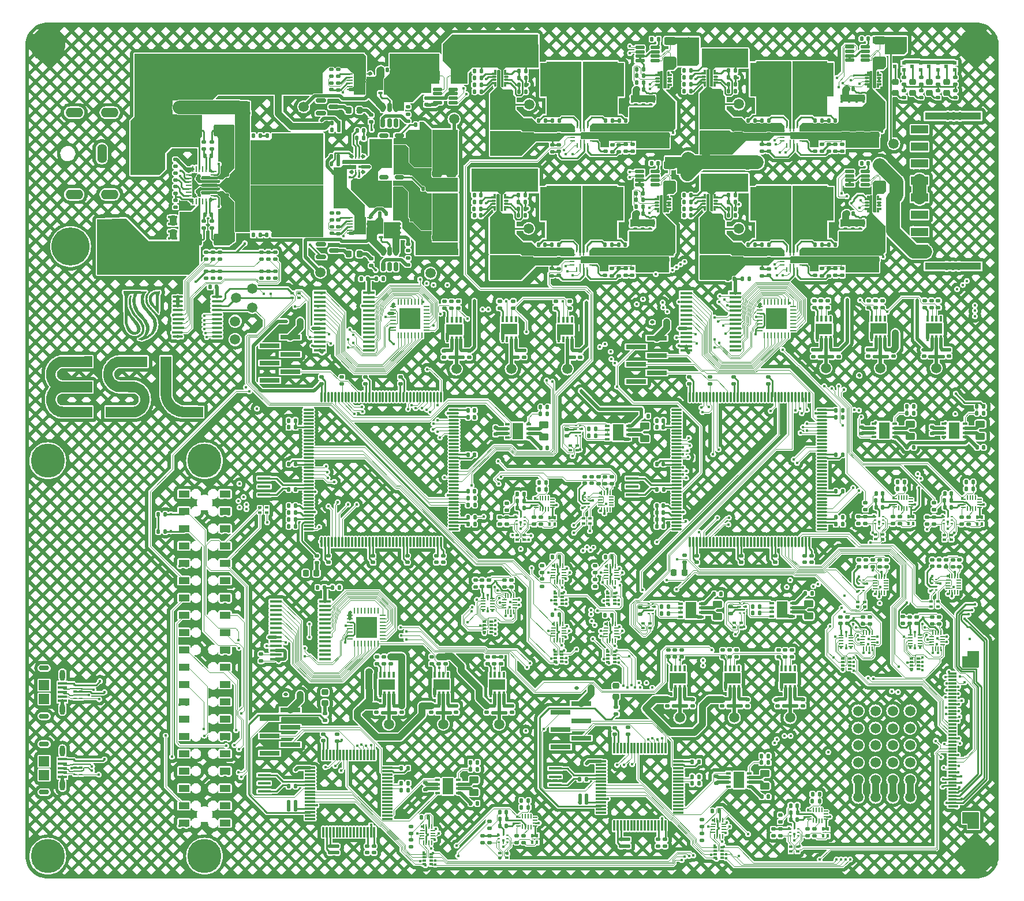
<source format=gbr>
%TF.GenerationSoftware,KiCad,Pcbnew,7.0.8*%
%TF.CreationDate,2024-02-14T15:01:56+02:00*%
%TF.ProjectId,ESLGSU,45534c47-5355-42e6-9b69-6361645f7063,rev?*%
%TF.SameCoordinates,Original*%
%TF.FileFunction,Copper,L1,Top*%
%TF.FilePolarity,Positive*%
%FSLAX46Y46*%
G04 Gerber Fmt 4.6, Leading zero omitted, Abs format (unit mm)*
G04 Created by KiCad (PCBNEW 7.0.8) date 2024-02-14 15:01:56*
%MOMM*%
%LPD*%
G01*
G04 APERTURE LIST*
G04 Aperture macros list*
%AMRoundRect*
0 Rectangle with rounded corners*
0 $1 Rounding radius*
0 $2 $3 $4 $5 $6 $7 $8 $9 X,Y pos of 4 corners*
0 Add a 4 corners polygon primitive as box body*
4,1,4,$2,$3,$4,$5,$6,$7,$8,$9,$2,$3,0*
0 Add four circle primitives for the rounded corners*
1,1,$1+$1,$2,$3*
1,1,$1+$1,$4,$5*
1,1,$1+$1,$6,$7*
1,1,$1+$1,$8,$9*
0 Add four rect primitives between the rounded corners*
20,1,$1+$1,$2,$3,$4,$5,0*
20,1,$1+$1,$4,$5,$6,$7,0*
20,1,$1+$1,$6,$7,$8,$9,0*
20,1,$1+$1,$8,$9,$2,$3,0*%
%AMOutline5P*
0 Free polygon, 5 corners , with rotation*
0 The origin of the aperture is its center*
0 number of corners: always 5*
0 $1 to $10 corner X, Y*
0 $11 Rotation angle, in degrees counterclockwise*
0 create outline with 5 corners*
4,1,5,$1,$2,$3,$4,$5,$6,$7,$8,$9,$10,$1,$2,$11*%
%AMOutline6P*
0 Free polygon, 6 corners , with rotation*
0 The origin of the aperture is its center*
0 number of corners: always 6*
0 $1 to $12 corner X, Y*
0 $13 Rotation angle, in degrees counterclockwise*
0 create outline with 6 corners*
4,1,6,$1,$2,$3,$4,$5,$6,$7,$8,$9,$10,$11,$12,$1,$2,$13*%
%AMOutline7P*
0 Free polygon, 7 corners , with rotation*
0 The origin of the aperture is its center*
0 number of corners: always 7*
0 $1 to $14 corner X, Y*
0 $15 Rotation angle, in degrees counterclockwise*
0 create outline with 7 corners*
4,1,7,$1,$2,$3,$4,$5,$6,$7,$8,$9,$10,$11,$12,$13,$14,$1,$2,$15*%
%AMOutline8P*
0 Free polygon, 8 corners , with rotation*
0 The origin of the aperture is its center*
0 number of corners: always 8*
0 $1 to $16 corner X, Y*
0 $17 Rotation angle, in degrees counterclockwise*
0 create outline with 8 corners*
4,1,8,$1,$2,$3,$4,$5,$6,$7,$8,$9,$10,$11,$12,$13,$14,$15,$16,$1,$2,$17*%
%AMFreePoly0*
4,1,17,0.803536,1.603536,0.805000,1.600000,0.805000,-0.800000,0.803536,-0.803536,0.800000,-0.805000,-1.600000,-0.805000,-1.603536,-0.803536,-1.605000,-0.800000,-1.605000,0.800000,-1.603536,0.803536,-1.600000,0.805000,-0.805000,0.805000,-0.805000,1.600000,-0.803536,1.603536,-0.800000,1.605000,0.800000,1.605000,0.803536,1.603536,0.803536,1.603536,$1*%
%AMFreePoly1*
4,1,17,0.803536,1.603536,0.805000,1.600000,0.805000,0.805000,1.600000,0.805000,1.603536,0.803536,1.605000,0.800000,1.605000,-0.800000,1.603536,-0.803536,1.600000,-0.805000,-0.800000,-0.805000,-0.803536,-0.803536,-0.805000,-0.800000,-0.805000,1.600000,-0.803536,1.603536,-0.800000,1.605000,0.800000,1.605000,0.803536,1.603536,0.803536,1.603536,$1*%
G04 Aperture macros list end*
%TA.AperFunction,SMDPad,CuDef*%
%ADD10RoundRect,0.140000X0.170000X-0.140000X0.170000X0.140000X-0.170000X0.140000X-0.170000X-0.140000X0*%
%TD*%
%TA.AperFunction,SMDPad,CuDef*%
%ADD11RoundRect,0.140000X0.140000X0.170000X-0.140000X0.170000X-0.140000X-0.170000X0.140000X-0.170000X0*%
%TD*%
%TA.AperFunction,SMDPad,CuDef*%
%ADD12RoundRect,0.050000X0.050000X-0.300000X0.050000X0.300000X-0.050000X0.300000X-0.050000X-0.300000X0*%
%TD*%
%TA.AperFunction,SMDPad,CuDef*%
%ADD13RoundRect,0.050000X0.050000X-0.250000X0.050000X0.250000X-0.050000X0.250000X-0.050000X-0.250000X0*%
%TD*%
%TA.AperFunction,SMDPad,CuDef*%
%ADD14RoundRect,0.050000X0.250000X0.050000X-0.250000X0.050000X-0.250000X-0.050000X0.250000X-0.050000X0*%
%TD*%
%TA.AperFunction,SMDPad,CuDef*%
%ADD15RoundRect,0.050000X-0.250000X-0.050000X0.250000X-0.050000X0.250000X0.050000X-0.250000X0.050000X0*%
%TD*%
%TA.AperFunction,SMDPad,CuDef*%
%ADD16RoundRect,0.050000X-0.050000X0.250000X-0.050000X-0.250000X0.050000X-0.250000X0.050000X0.250000X0*%
%TD*%
%TA.AperFunction,SMDPad,CuDef*%
%ADD17RoundRect,0.140000X-0.170000X0.140000X-0.170000X-0.140000X0.170000X-0.140000X0.170000X0.140000X0*%
%TD*%
%TA.AperFunction,SMDPad,CuDef*%
%ADD18R,0.400000X0.250000*%
%TD*%
%TA.AperFunction,SMDPad,CuDef*%
%ADD19R,0.250000X0.450000*%
%TD*%
%TA.AperFunction,SMDPad,CuDef*%
%ADD20R,0.650000X0.350000*%
%TD*%
%TA.AperFunction,SMDPad,CuDef*%
%ADD21R,1.550000X2.400000*%
%TD*%
%TA.AperFunction,SMDPad,CuDef*%
%ADD22R,3.000000X0.650000*%
%TD*%
%TA.AperFunction,SMDPad,CuDef*%
%ADD23RoundRect,0.050000X-0.300000X-0.050000X0.300000X-0.050000X0.300000X0.050000X-0.300000X0.050000X0*%
%TD*%
%TA.AperFunction,SMDPad,CuDef*%
%ADD24RoundRect,0.075000X-0.662500X-0.075000X0.662500X-0.075000X0.662500X0.075000X-0.662500X0.075000X0*%
%TD*%
%TA.AperFunction,SMDPad,CuDef*%
%ADD25RoundRect,0.075000X-0.075000X-0.662500X0.075000X-0.662500X0.075000X0.662500X-0.075000X0.662500X0*%
%TD*%
%TA.AperFunction,SMDPad,CuDef*%
%ADD26RoundRect,0.135000X-0.185000X0.135000X-0.185000X-0.135000X0.185000X-0.135000X0.185000X0.135000X0*%
%TD*%
%TA.AperFunction,SMDPad,CuDef*%
%ADD27RoundRect,0.250000X0.475000X-0.250000X0.475000X0.250000X-0.475000X0.250000X-0.475000X-0.250000X0*%
%TD*%
%TA.AperFunction,SMDPad,CuDef*%
%ADD28RoundRect,0.135000X0.185000X-0.135000X0.185000X0.135000X-0.185000X0.135000X-0.185000X-0.135000X0*%
%TD*%
%TA.AperFunction,SMDPad,CuDef*%
%ADD29RoundRect,0.140000X-0.140000X-0.170000X0.140000X-0.170000X0.140000X0.170000X-0.140000X0.170000X0*%
%TD*%
%TA.AperFunction,SMDPad,CuDef*%
%ADD30RoundRect,0.135000X-0.135000X-0.185000X0.135000X-0.185000X0.135000X0.185000X-0.135000X0.185000X0*%
%TD*%
%TA.AperFunction,SMDPad,CuDef*%
%ADD31R,0.600000X0.500000*%
%TD*%
%TA.AperFunction,SMDPad,CuDef*%
%ADD32C,1.500000*%
%TD*%
%TA.AperFunction,SMDPad,CuDef*%
%ADD33RoundRect,0.050000X-0.125000X-0.050000X0.125000X-0.050000X0.125000X0.050000X-0.125000X0.050000X0*%
%TD*%
%TA.AperFunction,SMDPad,CuDef*%
%ADD34RoundRect,0.050000X-0.100000X-0.050000X0.100000X-0.050000X0.100000X0.050000X-0.100000X0.050000X0*%
%TD*%
%TA.AperFunction,SMDPad,CuDef*%
%ADD35RoundRect,0.135000X0.135000X0.185000X-0.135000X0.185000X-0.135000X-0.185000X0.135000X-0.185000X0*%
%TD*%
%TA.AperFunction,SMDPad,CuDef*%
%ADD36RoundRect,0.250000X-0.475000X0.250000X-0.475000X-0.250000X0.475000X-0.250000X0.475000X0.250000X0*%
%TD*%
%TA.AperFunction,SMDPad,CuDef*%
%ADD37R,0.500000X0.400000*%
%TD*%
%TA.AperFunction,SMDPad,CuDef*%
%ADD38R,1.900000X0.400000*%
%TD*%
%TA.AperFunction,ComponentPad*%
%ADD39C,5.000000*%
%TD*%
%TA.AperFunction,SMDPad,CuDef*%
%ADD40RoundRect,0.100000X-0.637500X-0.100000X0.637500X-0.100000X0.637500X0.100000X-0.637500X0.100000X0*%
%TD*%
%TA.AperFunction,SMDPad,CuDef*%
%ADD41R,0.500000X0.320000*%
%TD*%
%TA.AperFunction,SMDPad,CuDef*%
%ADD42R,3.175000X4.950000*%
%TD*%
%TA.AperFunction,SMDPad,CuDef*%
%ADD43RoundRect,0.250000X-0.250000X-0.475000X0.250000X-0.475000X0.250000X0.475000X-0.250000X0.475000X0*%
%TD*%
%TA.AperFunction,SMDPad,CuDef*%
%ADD44RoundRect,0.250000X-0.312500X-0.625000X0.312500X-0.625000X0.312500X0.625000X-0.312500X0.625000X0*%
%TD*%
%TA.AperFunction,SMDPad,CuDef*%
%ADD45Outline5P,-0.400000X0.125000X0.275000X0.125000X0.400000X0.000000X0.400000X-0.125000X-0.400000X-0.125000X0.000000*%
%TD*%
%TA.AperFunction,SMDPad,CuDef*%
%ADD46R,0.700000X0.250000*%
%TD*%
%TA.AperFunction,SMDPad,CuDef*%
%ADD47R,0.250000X0.700000*%
%TD*%
%TA.AperFunction,SMDPad,CuDef*%
%ADD48R,0.250000X1.200000*%
%TD*%
%TA.AperFunction,SMDPad,CuDef*%
%ADD49R,0.400000X0.500000*%
%TD*%
%TA.AperFunction,SMDPad,CuDef*%
%ADD50RoundRect,0.112500X-0.187500X-0.112500X0.187500X-0.112500X0.187500X0.112500X-0.187500X0.112500X0*%
%TD*%
%TA.AperFunction,SMDPad,CuDef*%
%ADD51RoundRect,0.125000X0.537500X0.125000X-0.537500X0.125000X-0.537500X-0.125000X0.537500X-0.125000X0*%
%TD*%
%TA.AperFunction,SMDPad,CuDef*%
%ADD52RoundRect,0.062500X0.062500X-0.375000X0.062500X0.375000X-0.062500X0.375000X-0.062500X-0.375000X0*%
%TD*%
%TA.AperFunction,SMDPad,CuDef*%
%ADD53RoundRect,0.062500X0.375000X-0.062500X0.375000X0.062500X-0.375000X0.062500X-0.375000X-0.062500X0*%
%TD*%
%TA.AperFunction,SMDPad,CuDef*%
%ADD54R,3.100000X3.100000*%
%TD*%
%TA.AperFunction,SMDPad,CuDef*%
%ADD55R,1.750000X0.450000*%
%TD*%
%TA.AperFunction,SMDPad,CuDef*%
%ADD56RoundRect,0.150000X-0.587500X-0.150000X0.587500X-0.150000X0.587500X0.150000X-0.587500X0.150000X0*%
%TD*%
%TA.AperFunction,SMDPad,CuDef*%
%ADD57RoundRect,0.087500X-0.087500X0.337500X-0.087500X-0.337500X0.087500X-0.337500X0.087500X0.337500X0*%
%TD*%
%TA.AperFunction,SMDPad,CuDef*%
%ADD58R,2.400000X1.650000*%
%TD*%
%TA.AperFunction,SMDPad,CuDef*%
%ADD59RoundRect,0.250000X-0.450000X0.262500X-0.450000X-0.262500X0.450000X-0.262500X0.450000X0.262500X0*%
%TD*%
%TA.AperFunction,SMDPad,CuDef*%
%ADD60RoundRect,0.250000X-0.550000X1.500000X-0.550000X-1.500000X0.550000X-1.500000X0.550000X1.500000X0*%
%TD*%
%TA.AperFunction,SMDPad,CuDef*%
%ADD61RoundRect,0.218750X-0.256250X0.218750X-0.256250X-0.218750X0.256250X-0.218750X0.256250X0.218750X0*%
%TD*%
%TA.AperFunction,SMDPad,CuDef*%
%ADD62RoundRect,0.050000X0.300000X0.050000X-0.300000X0.050000X-0.300000X-0.050000X0.300000X-0.050000X0*%
%TD*%
%TA.AperFunction,SMDPad,CuDef*%
%ADD63RoundRect,0.097500X-0.227500X-0.097500X0.227500X-0.097500X0.227500X0.097500X-0.227500X0.097500X0*%
%TD*%
%TA.AperFunction,SMDPad,CuDef*%
%ADD64R,2.340000X2.340000*%
%TD*%
%TA.AperFunction,SMDPad,CuDef*%
%ADD65RoundRect,0.250000X0.625000X-0.312500X0.625000X0.312500X-0.625000X0.312500X-0.625000X-0.312500X0*%
%TD*%
%TA.AperFunction,SMDPad,CuDef*%
%ADD66RoundRect,0.218750X-0.218750X-0.256250X0.218750X-0.256250X0.218750X0.256250X-0.218750X0.256250X0*%
%TD*%
%TA.AperFunction,SMDPad,CuDef*%
%ADD67RoundRect,0.050000X0.350000X0.050000X-0.350000X0.050000X-0.350000X-0.050000X0.350000X-0.050000X0*%
%TD*%
%TA.AperFunction,SMDPad,CuDef*%
%ADD68R,1.700000X2.500000*%
%TD*%
%TA.AperFunction,ComponentPad*%
%ADD69C,1.500000*%
%TD*%
%TA.AperFunction,SMDPad,CuDef*%
%ADD70RoundRect,0.150000X-0.512500X-0.150000X0.512500X-0.150000X0.512500X0.150000X-0.512500X0.150000X0*%
%TD*%
%TA.AperFunction,SMDPad,CuDef*%
%ADD71RoundRect,0.125000X-0.537500X-0.125000X0.537500X-0.125000X0.537500X0.125000X-0.537500X0.125000X0*%
%TD*%
%TA.AperFunction,SMDPad,CuDef*%
%ADD72R,2.500000X1.240000*%
%TD*%
%TA.AperFunction,SMDPad,CuDef*%
%ADD73R,8.200000X1.100000*%
%TD*%
%TA.AperFunction,SMDPad,CuDef*%
%ADD74R,1.580000X1.020000*%
%TD*%
%TA.AperFunction,SMDPad,CuDef*%
%ADD75RoundRect,0.009843X0.290157X0.140157X-0.290157X0.140157X-0.290157X-0.140157X0.290157X-0.140157X0*%
%TD*%
%TA.AperFunction,SMDPad,CuDef*%
%ADD76RoundRect,0.008202X0.116798X0.316798X-0.116798X0.316798X-0.116798X-0.316798X0.116798X-0.316798X0*%
%TD*%
%TA.AperFunction,SMDPad,CuDef*%
%ADD77RoundRect,0.008202X0.291798X0.116798X-0.291798X0.116798X-0.291798X-0.116798X0.291798X-0.116798X0*%
%TD*%
%TA.AperFunction,SMDPad,CuDef*%
%ADD78RoundRect,0.009843X0.140157X1.190157X-0.140157X1.190157X-0.140157X-1.190157X0.140157X-1.190157X0*%
%TD*%
%TA.AperFunction,SMDPad,CuDef*%
%ADD79R,1.903000X2.790000*%
%TD*%
%TA.AperFunction,SMDPad,CuDef*%
%ADD80R,0.500000X0.250000*%
%TD*%
%TA.AperFunction,SMDPad,CuDef*%
%ADD81R,0.500000X0.450000*%
%TD*%
%TA.AperFunction,SMDPad,CuDef*%
%ADD82R,1.350000X0.400000*%
%TD*%
%TA.AperFunction,ComponentPad*%
%ADD83O,0.800000X1.600000*%
%TD*%
%TA.AperFunction,ComponentPad*%
%ADD84O,1.500000X0.750000*%
%TD*%
%TA.AperFunction,SMDPad,CuDef*%
%ADD85R,1.550000X1.500000*%
%TD*%
%TA.AperFunction,SMDPad,CuDef*%
%ADD86RoundRect,0.075000X-0.700000X-0.075000X0.700000X-0.075000X0.700000X0.075000X-0.700000X0.075000X0*%
%TD*%
%TA.AperFunction,SMDPad,CuDef*%
%ADD87RoundRect,0.075000X-0.075000X-0.700000X0.075000X-0.700000X0.075000X0.700000X-0.075000X0.700000X0*%
%TD*%
%TA.AperFunction,SMDPad,CuDef*%
%ADD88RoundRect,0.250000X-0.625000X0.312500X-0.625000X-0.312500X0.625000X-0.312500X0.625000X0.312500X0*%
%TD*%
%TA.AperFunction,SMDPad,CuDef*%
%ADD89R,0.900000X0.250000*%
%TD*%
%TA.AperFunction,SMDPad,CuDef*%
%ADD90R,0.250000X0.900000*%
%TD*%
%TA.AperFunction,SMDPad,CuDef*%
%ADD91R,2.300000X0.250000*%
%TD*%
%TA.AperFunction,SMDPad,CuDef*%
%ADD92R,1.200000X0.300000*%
%TD*%
%TA.AperFunction,SMDPad,CuDef*%
%ADD93FreePoly0,90.000000*%
%TD*%
%TA.AperFunction,SMDPad,CuDef*%
%ADD94FreePoly1,90.000000*%
%TD*%
%TA.AperFunction,SMDPad,CuDef*%
%ADD95RoundRect,0.250000X0.250000X0.475000X-0.250000X0.475000X-0.250000X-0.475000X0.250000X-0.475000X0*%
%TD*%
%TA.AperFunction,SMDPad,CuDef*%
%ADD96RoundRect,0.009843X-0.290157X-0.140157X0.290157X-0.140157X0.290157X0.140157X-0.290157X0.140157X0*%
%TD*%
%TA.AperFunction,SMDPad,CuDef*%
%ADD97RoundRect,0.008202X-0.116798X-0.316798X0.116798X-0.316798X0.116798X0.316798X-0.116798X0.316798X0*%
%TD*%
%TA.AperFunction,SMDPad,CuDef*%
%ADD98RoundRect,0.008202X-0.291798X-0.116798X0.291798X-0.116798X0.291798X0.116798X-0.291798X0.116798X0*%
%TD*%
%TA.AperFunction,SMDPad,CuDef*%
%ADD99RoundRect,0.009843X-0.140157X-1.190157X0.140157X-1.190157X0.140157X1.190157X-0.140157X1.190157X0*%
%TD*%
%TA.AperFunction,SMDPad,CuDef*%
%ADD100RoundRect,0.150000X0.150000X-0.512500X0.150000X0.512500X-0.150000X0.512500X-0.150000X-0.512500X0*%
%TD*%
%TA.AperFunction,SMDPad,CuDef*%
%ADD101R,4.950000X3.175000*%
%TD*%
%TA.AperFunction,ComponentPad*%
%ADD102C,5.600000*%
%TD*%
%TA.AperFunction,ComponentPad*%
%ADD103C,2.500000*%
%TD*%
%TA.AperFunction,ComponentPad*%
%ADD104O,1.400000X2.800000*%
%TD*%
%TA.AperFunction,ComponentPad*%
%ADD105O,2.600000X1.400000*%
%TD*%
%TA.AperFunction,SMDPad,CuDef*%
%ADD106RoundRect,0.100000X-0.425000X-0.100000X0.425000X-0.100000X0.425000X0.100000X-0.425000X0.100000X0*%
%TD*%
%TA.AperFunction,SMDPad,CuDef*%
%ADD107RoundRect,0.050000X-0.050000X-0.250000X0.050000X-0.250000X0.050000X0.250000X-0.050000X0.250000X0*%
%TD*%
%TA.AperFunction,ViaPad*%
%ADD108C,0.450000*%
%TD*%
%TA.AperFunction,Conductor*%
%ADD109C,0.254000*%
%TD*%
%TA.AperFunction,Conductor*%
%ADD110C,1.000000*%
%TD*%
%TA.AperFunction,Conductor*%
%ADD111C,0.508000*%
%TD*%
%TA.AperFunction,Conductor*%
%ADD112C,0.101600*%
%TD*%
%TA.AperFunction,Conductor*%
%ADD113C,2.000000*%
%TD*%
%TA.AperFunction,Conductor*%
%ADD114C,0.200000*%
%TD*%
G04 APERTURE END LIST*
%TA.AperFunction,EtchedComponent*%
%TO.C,G\u002A\u002A\u002A*%
G36*
X98108879Y-85579749D02*
G01*
X98115783Y-88467851D01*
X98184159Y-88652047D01*
X98326845Y-88973144D01*
X98501826Y-89255222D01*
X98708630Y-89497833D01*
X98946783Y-89700527D01*
X99215814Y-89862856D01*
X99515248Y-89984372D01*
X99620402Y-90015371D01*
X99665291Y-90026981D01*
X99709919Y-90036881D01*
X99758702Y-90045243D01*
X99816056Y-90052238D01*
X99886398Y-90058039D01*
X99974145Y-90062816D01*
X100083712Y-90066741D01*
X100219516Y-90069987D01*
X100385973Y-90072724D01*
X100587501Y-90075124D01*
X100828515Y-90077360D01*
X101113431Y-90079602D01*
X101309910Y-90081040D01*
X102795402Y-90091760D01*
X102795402Y-90854555D01*
X102795402Y-91617349D01*
X101271657Y-91614826D01*
X100904274Y-91613810D01*
X100585496Y-91612028D01*
X100312925Y-91609435D01*
X100084169Y-91605980D01*
X99896831Y-91601618D01*
X99748517Y-91596300D01*
X99636831Y-91589979D01*
X99559377Y-91582606D01*
X99543896Y-91580409D01*
X99244244Y-91517558D01*
X98935019Y-91423644D01*
X98633508Y-91305039D01*
X98356995Y-91168115D01*
X98243472Y-91101058D01*
X97901404Y-90857417D01*
X97590365Y-90576823D01*
X97313815Y-90263821D01*
X97075209Y-89922957D01*
X96878005Y-89558776D01*
X96725662Y-89175822D01*
X96689193Y-89057851D01*
X96668005Y-88983374D01*
X96649039Y-88912509D01*
X96632172Y-88842143D01*
X96617281Y-88769164D01*
X96604243Y-88690459D01*
X96592936Y-88602917D01*
X96583235Y-88503425D01*
X96575018Y-88388871D01*
X96568163Y-88256143D01*
X96562546Y-88102129D01*
X96558044Y-87923716D01*
X96554534Y-87717792D01*
X96551893Y-87481245D01*
X96549999Y-87210964D01*
X96548727Y-86903834D01*
X96547956Y-86556745D01*
X96547563Y-86166584D01*
X96547423Y-85730240D01*
X96547410Y-85470059D01*
X96547410Y-82691647D01*
X97324692Y-82691647D01*
X98101975Y-82691647D01*
X98108879Y-85579749D01*
G37*
%TD.AperFunction*%
%TA.AperFunction,EtchedComponent*%
G36*
X86550623Y-83468294D02*
G01*
X86550623Y-84246216D01*
X84247725Y-84253118D01*
X81944828Y-84260020D01*
X81752595Y-84355036D01*
X81551928Y-84480032D01*
X81388658Y-84639116D01*
X81260069Y-84835055D01*
X81238171Y-84879124D01*
X81201063Y-84961414D01*
X81177354Y-85029852D01*
X81164078Y-85100489D01*
X81158266Y-85189375D01*
X81156949Y-85312561D01*
X81156948Y-85318353D01*
X81158162Y-85443345D01*
X81163738Y-85533209D01*
X81176576Y-85603800D01*
X81199579Y-85670974D01*
X81235645Y-85750585D01*
X81236268Y-85751888D01*
X81350639Y-85946373D01*
X81491513Y-86101706D01*
X81666828Y-86226238D01*
X81709012Y-86249390D01*
X81793932Y-86292241D01*
X81864890Y-86321369D01*
X81937013Y-86340462D01*
X82025429Y-86353209D01*
X82145265Y-86363300D01*
X82188316Y-86366274D01*
X82260694Y-86369447D01*
X82379479Y-86372506D01*
X82540072Y-86375407D01*
X82737877Y-86378108D01*
X82968295Y-86380567D01*
X83226730Y-86382741D01*
X83508583Y-86384588D01*
X83809257Y-86386065D01*
X84124155Y-86387129D01*
X84448679Y-86387739D01*
X84516838Y-86387805D01*
X86550623Y-86389438D01*
X86550623Y-87166851D01*
X86550623Y-87944264D01*
X84249067Y-87951038D01*
X81947510Y-87957811D01*
X81776052Y-88039035D01*
X81566612Y-88163383D01*
X81397783Y-88317504D01*
X81271130Y-88498773D01*
X81188220Y-88704567D01*
X81150618Y-88932261D01*
X81150945Y-89086534D01*
X81189459Y-89313868D01*
X81273683Y-89521288D01*
X81400784Y-89704540D01*
X81567929Y-89859366D01*
X81733925Y-89962662D01*
X81791701Y-89991680D01*
X81841740Y-90013341D01*
X81893086Y-90029068D01*
X81954784Y-90040283D01*
X82035879Y-90048412D01*
X82145416Y-90054876D01*
X82292439Y-90061099D01*
X82381044Y-90064498D01*
X82489047Y-90067634D01*
X82642501Y-90070664D01*
X82835854Y-90073538D01*
X83063553Y-90076208D01*
X83320046Y-90078625D01*
X83599779Y-90080739D01*
X83897201Y-90082501D01*
X84206759Y-90083862D01*
X84522900Y-90084773D01*
X84708103Y-90085078D01*
X86550623Y-90087229D01*
X86550623Y-90852007D01*
X86550623Y-91616785D01*
X84376577Y-91623442D01*
X84041959Y-91624264D01*
X83717671Y-91624667D01*
X83407948Y-91624670D01*
X83117026Y-91624290D01*
X82849143Y-91623545D01*
X82608533Y-91622452D01*
X82399434Y-91621030D01*
X82226082Y-91619295D01*
X82092713Y-91617265D01*
X82003563Y-91614959D01*
X81973012Y-91613446D01*
X81717330Y-91575313D01*
X81449478Y-91499757D01*
X81185471Y-91391863D01*
X81043406Y-91318160D01*
X80808241Y-91161142D01*
X80580722Y-90963034D01*
X80369586Y-90733739D01*
X80183571Y-90483160D01*
X80031413Y-90221199D01*
X79981706Y-90114800D01*
X79863010Y-89778502D01*
X79788456Y-89423739D01*
X79758664Y-89058639D01*
X79774252Y-88691325D01*
X79835840Y-88329925D01*
X79843437Y-88298858D01*
X79899663Y-88120157D01*
X79981459Y-87919963D01*
X80080630Y-87715013D01*
X80188982Y-87522043D01*
X80298321Y-87357789D01*
X80314906Y-87335878D01*
X80459750Y-87148412D01*
X80384707Y-87068574D01*
X80223081Y-86865941D01*
X80079007Y-86624565D01*
X79956821Y-86354964D01*
X79860859Y-86067656D01*
X79795458Y-85773159D01*
X79771180Y-85580418D01*
X79762340Y-85205589D01*
X79799205Y-84843442D01*
X79879559Y-84497363D01*
X80001187Y-84170735D01*
X80161872Y-83866941D01*
X80359398Y-83589365D01*
X80591549Y-83341391D01*
X80856109Y-83126403D01*
X81150863Y-82947784D01*
X81473594Y-82808918D01*
X81615984Y-82763540D01*
X81820000Y-82704920D01*
X84185312Y-82697646D01*
X86550623Y-82690373D01*
X86550623Y-83468294D01*
G37*
%TD.AperFunction*%
%TA.AperFunction,EtchedComponent*%
G36*
X94609257Y-83468368D02*
G01*
X94609257Y-84245090D01*
X92473464Y-84252555D01*
X90337671Y-84260020D01*
X90168762Y-84340051D01*
X89969399Y-84459991D01*
X89806277Y-84609964D01*
X89680513Y-84783804D01*
X89593224Y-84975345D01*
X89545528Y-85178420D01*
X89538542Y-85386865D01*
X89573385Y-85594512D01*
X89651173Y-85795196D01*
X89773025Y-85982751D01*
X89854583Y-86073455D01*
X89959490Y-86160298D01*
X90091369Y-86244015D01*
X90229030Y-86312462D01*
X90337671Y-86350307D01*
X90377917Y-86354522D01*
X90463881Y-86359214D01*
X90590279Y-86364229D01*
X90751828Y-86369413D01*
X90943245Y-86374610D01*
X91159248Y-86379667D01*
X91394553Y-86384430D01*
X91643878Y-86388743D01*
X91663775Y-86389057D01*
X91950433Y-86393639D01*
X92190977Y-86397823D01*
X92390296Y-86401862D01*
X92553277Y-86406013D01*
X92684806Y-86410530D01*
X92789771Y-86415668D01*
X92873059Y-86421681D01*
X92939557Y-86428826D01*
X92994152Y-86437357D01*
X93041732Y-86447530D01*
X93087183Y-86459598D01*
X93102923Y-86464150D01*
X93441206Y-86589058D01*
X93753512Y-86756553D01*
X94036672Y-86963747D01*
X94287518Y-87207750D01*
X94502881Y-87485675D01*
X94679590Y-87794633D01*
X94757236Y-87971865D01*
X94867398Y-88312338D01*
X94932250Y-88654812D01*
X94953847Y-88995617D01*
X94934245Y-89331085D01*
X94875502Y-89657546D01*
X94779673Y-89971330D01*
X94648813Y-90268768D01*
X94484980Y-90546191D01*
X94290229Y-90799929D01*
X94066617Y-91026313D01*
X93816199Y-91221672D01*
X93541032Y-91382339D01*
X93243171Y-91504643D01*
X92924673Y-91584915D01*
X92717554Y-91611982D01*
X92658421Y-91614775D01*
X92552694Y-91617270D01*
X92404780Y-91619445D01*
X92219088Y-91621277D01*
X92000025Y-91622741D01*
X91751999Y-91623816D01*
X91479420Y-91624479D01*
X91186695Y-91624706D01*
X90878233Y-91624474D01*
X90558441Y-91623761D01*
X90497059Y-91623570D01*
X88488775Y-91617040D01*
X88488775Y-90852135D01*
X88488775Y-90087229D01*
X90395050Y-90086117D01*
X90795747Y-90085749D01*
X91148840Y-90085039D01*
X91457731Y-90083831D01*
X91725819Y-90081970D01*
X91956506Y-90079303D01*
X92153191Y-90075675D01*
X92319275Y-90070930D01*
X92458159Y-90064914D01*
X92573243Y-90057472D01*
X92667927Y-90048450D01*
X92745612Y-90037693D01*
X92809699Y-90025046D01*
X92863588Y-90010354D01*
X92910679Y-89993463D01*
X92954373Y-89974219D01*
X92964803Y-89969197D01*
X93145142Y-89855204D01*
X93305203Y-89703379D01*
X93432617Y-89526279D01*
X93468606Y-89457713D01*
X93505272Y-89376887D01*
X93529053Y-89310147D01*
X93542703Y-89242248D01*
X93548971Y-89157950D01*
X93550610Y-89042009D01*
X93550616Y-89003394D01*
X93549483Y-88876436D01*
X93544588Y-88785482D01*
X93533194Y-88715539D01*
X93512560Y-88651618D01*
X93479949Y-88578727D01*
X93468839Y-88555778D01*
X93376753Y-88405518D01*
X93253666Y-88258386D01*
X93116840Y-88134011D01*
X93065829Y-88097453D01*
X92999454Y-88061952D01*
X92907475Y-88022637D01*
X92836868Y-87997175D01*
X92798003Y-87985398D01*
X92756193Y-87975524D01*
X92706567Y-87967333D01*
X92644254Y-87960608D01*
X92564381Y-87955130D01*
X92462077Y-87950682D01*
X92332471Y-87947043D01*
X92170690Y-87943997D01*
X91971865Y-87941325D01*
X91731122Y-87938808D01*
X91485261Y-87936588D01*
X91189745Y-87933895D01*
X90939855Y-87931016D01*
X90730218Y-87927423D01*
X90555457Y-87922593D01*
X90410197Y-87915999D01*
X90289063Y-87907118D01*
X90186679Y-87895423D01*
X90097669Y-87880389D01*
X90016658Y-87861492D01*
X89938271Y-87838205D01*
X89857132Y-87810005D01*
X89767865Y-87776365D01*
X89741528Y-87766226D01*
X89490457Y-87646840D01*
X89241181Y-87486127D01*
X89004586Y-87292949D01*
X88791559Y-87076165D01*
X88617599Y-86851504D01*
X88476073Y-86611472D01*
X88351536Y-86340481D01*
X88252729Y-86057904D01*
X88240845Y-86016354D01*
X88215436Y-85921172D01*
X88197097Y-85839265D01*
X88184732Y-85759195D01*
X88177247Y-85669526D01*
X88173545Y-85558823D01*
X88172531Y-85415647D01*
X88172772Y-85305602D01*
X88174437Y-85126637D01*
X88178464Y-84987987D01*
X88185743Y-84878982D01*
X88197167Y-84788956D01*
X88213627Y-84707240D01*
X88227177Y-84654516D01*
X88351492Y-84285032D01*
X88512119Y-83950360D01*
X88708495Y-83651223D01*
X88940055Y-83388346D01*
X89206234Y-83162450D01*
X89506469Y-82974260D01*
X89559745Y-82946629D01*
X89644198Y-82904458D01*
X89722498Y-82867219D01*
X89798247Y-82834606D01*
X89875047Y-82806311D01*
X89956499Y-82782027D01*
X90046206Y-82761449D01*
X90147770Y-82744268D01*
X90264793Y-82730177D01*
X90400877Y-82718870D01*
X90559623Y-82710040D01*
X90744635Y-82703380D01*
X90959513Y-82698583D01*
X91207860Y-82695341D01*
X91493277Y-82693348D01*
X91819368Y-82692297D01*
X92189733Y-82691881D01*
X92549970Y-82691797D01*
X94609257Y-82691647D01*
X94609257Y-83468368D01*
G37*
%TD.AperFunction*%
%TA.AperFunction,EtchedComponent*%
G36*
X96472586Y-73321222D02*
G01*
X96468424Y-73448334D01*
X96450667Y-73512525D01*
X96411405Y-73534093D01*
X96389171Y-73535336D01*
X96366907Y-73537540D01*
X96349003Y-73549616D01*
X96334986Y-73579756D01*
X96324378Y-73636157D01*
X96316707Y-73727011D01*
X96311496Y-73860514D01*
X96308270Y-74044860D01*
X96306555Y-74288244D01*
X96305875Y-74598859D01*
X96305755Y-74974253D01*
X96304729Y-75317551D01*
X96301804Y-75630026D01*
X96297215Y-75902559D01*
X96291193Y-76126031D01*
X96283973Y-76291322D01*
X96275786Y-76389314D01*
X96268998Y-76413169D01*
X96224186Y-76382576D01*
X96152613Y-76305042D01*
X96114452Y-76256765D01*
X96037133Y-76162146D01*
X95919138Y-76027254D01*
X95777885Y-75871679D01*
X95660176Y-75745845D01*
X95397579Y-75460489D01*
X95193436Y-75216168D01*
X95041382Y-75001419D01*
X94935050Y-74804778D01*
X94868073Y-74614779D01*
X94834085Y-74419958D01*
X94826371Y-74244368D01*
X94826744Y-74239528D01*
X95226116Y-74239528D01*
X95256056Y-74417558D01*
X95289100Y-74524437D01*
X95345270Y-74655629D01*
X95429299Y-74811538D01*
X95529707Y-74975161D01*
X95635015Y-75129493D01*
X95733746Y-75257533D01*
X95814420Y-75342275D01*
X95858211Y-75367465D01*
X95867089Y-75328668D01*
X95874005Y-75218390D01*
X95878683Y-75048546D01*
X95880849Y-74831053D01*
X95880227Y-74577827D01*
X95879064Y-74463333D01*
X95867824Y-73556190D01*
X95743994Y-73565293D01*
X95569390Y-73619008D01*
X95417678Y-73751502D01*
X95315197Y-73911558D01*
X95245369Y-74081669D01*
X95226116Y-74239528D01*
X94826744Y-74239528D01*
X94846487Y-73983624D01*
X94913314Y-73771025D01*
X95038530Y-73579012D01*
X95165686Y-73443530D01*
X95319975Y-73315400D01*
X95485660Y-73226269D01*
X95683318Y-73168913D01*
X95933528Y-73136111D01*
X96065936Y-73127578D01*
X96472586Y-73107107D01*
X96472586Y-73321222D01*
G37*
%TD.AperFunction*%
%TA.AperFunction,EtchedComponent*%
G36*
X93164362Y-73118892D02*
G01*
X93507156Y-73120699D01*
X93814818Y-73123543D01*
X94078424Y-73127285D01*
X94289054Y-73131788D01*
X94437786Y-73136915D01*
X94515697Y-73142528D01*
X94525109Y-73144948D01*
X94517029Y-73189781D01*
X94466961Y-73274841D01*
X94423321Y-73333852D01*
X94257780Y-73606210D01*
X94150267Y-73921388D01*
X94104224Y-74259128D01*
X94123091Y-74599174D01*
X94172053Y-74812688D01*
X94238057Y-74995839D01*
X94325288Y-75174673D01*
X94442095Y-75361388D01*
X94596828Y-75568180D01*
X94797833Y-75807247D01*
X95027854Y-76062969D01*
X95304708Y-76372558D01*
X95524985Y-76639977D01*
X95695709Y-76877027D01*
X95823903Y-77095511D01*
X95916592Y-77307230D01*
X95980799Y-77523986D01*
X96019437Y-77729061D01*
X96038409Y-78127553D01*
X95977779Y-78512969D01*
X95841056Y-78879322D01*
X95631752Y-79220626D01*
X95353377Y-79530894D01*
X95009442Y-79804141D01*
X94693506Y-79989986D01*
X94441320Y-80111496D01*
X94204238Y-80211510D01*
X93997780Y-80284348D01*
X93837462Y-80324332D01*
X93764441Y-80329965D01*
X93687326Y-80317141D01*
X93565527Y-80288795D01*
X93497380Y-80270824D01*
X93376194Y-80234167D01*
X93291580Y-80202364D01*
X93270769Y-80190443D01*
X93271219Y-80145524D01*
X93349635Y-80093232D01*
X93480336Y-80043452D01*
X93635444Y-79965283D01*
X93808746Y-79832824D01*
X93979774Y-79665703D01*
X94128063Y-79483548D01*
X94219354Y-79334720D01*
X94345330Y-79028615D01*
X94406195Y-78731119D01*
X94400183Y-78434813D01*
X94325529Y-78132276D01*
X94180467Y-77816092D01*
X93963230Y-77478840D01*
X93697659Y-77143054D01*
X93412046Y-76802771D01*
X93177908Y-76512903D01*
X92988837Y-76263797D01*
X92838431Y-76045801D01*
X92720284Y-75849262D01*
X92627990Y-75664525D01*
X92555146Y-75481939D01*
X92515789Y-75361801D01*
X92430724Y-74977357D01*
X92402999Y-74587030D01*
X92413426Y-74450508D01*
X92878797Y-74450508D01*
X92894308Y-74819016D01*
X92972688Y-75181350D01*
X93025740Y-75330121D01*
X93114689Y-75531386D01*
X93218123Y-75724179D01*
X93345698Y-75922765D01*
X93507073Y-76141410D01*
X93711906Y-76394377D01*
X93880830Y-76593148D01*
X94166268Y-76933310D01*
X94395716Y-77227320D01*
X94575608Y-77484356D01*
X94712377Y-77713596D01*
X94810506Y-77919486D01*
X94858114Y-78054862D01*
X94887243Y-78197492D01*
X94901909Y-78374374D01*
X94905942Y-78561116D01*
X94896147Y-78841366D01*
X94857435Y-79064572D01*
X94781746Y-79254454D01*
X94661019Y-79434734D01*
X94574731Y-79535926D01*
X94484741Y-79643067D01*
X94458085Y-79696106D01*
X94495306Y-79695846D01*
X94596943Y-79643094D01*
X94632396Y-79621850D01*
X94905698Y-79413187D01*
X95139311Y-79151789D01*
X95325788Y-78852935D01*
X95457684Y-78531902D01*
X95527555Y-78203965D01*
X95527955Y-77884404D01*
X95516396Y-77807982D01*
X95469610Y-77605111D01*
X95403066Y-77413822D01*
X95309677Y-77222838D01*
X95182356Y-77020883D01*
X95014018Y-76796681D01*
X94797576Y-76538956D01*
X94535031Y-76246338D01*
X94242810Y-75909995D01*
X94015479Y-75607766D01*
X93846733Y-75330298D01*
X93730264Y-75068242D01*
X93719307Y-75036814D01*
X93677121Y-74898742D01*
X93651831Y-74771626D01*
X93640814Y-74629275D01*
X93641449Y-74445499D01*
X93646231Y-74306929D01*
X93664119Y-74041498D01*
X93693072Y-73832583D01*
X93731254Y-73693363D01*
X93731945Y-73691740D01*
X93799036Y-73535336D01*
X93475171Y-73535336D01*
X93151306Y-73535336D01*
X93035844Y-73776911D01*
X92926020Y-74096312D01*
X92878797Y-74450508D01*
X92413426Y-74450508D01*
X92431776Y-74210233D01*
X92516213Y-73866382D01*
X92587832Y-73694780D01*
X92666718Y-73535336D01*
X92344753Y-73535336D01*
X92158409Y-73540355D01*
X92032436Y-73565300D01*
X91943946Y-73625002D01*
X91870051Y-73734290D01*
X91795285Y-73891376D01*
X91750317Y-74010343D01*
X91719616Y-74143808D01*
X91699673Y-74313750D01*
X91686979Y-74542146D01*
X91685652Y-74578029D01*
X91687496Y-74956741D01*
X91724640Y-75304447D01*
X91802167Y-75633230D01*
X91925161Y-75955175D01*
X92098705Y-76282365D01*
X92327882Y-76626885D01*
X92617777Y-77000817D01*
X92792381Y-77208771D01*
X93042029Y-77505981D01*
X93237918Y-77755295D01*
X93385860Y-77967207D01*
X93491670Y-78152207D01*
X93561162Y-78320789D01*
X93600148Y-78483444D01*
X93614443Y-78650666D01*
X93614845Y-78693101D01*
X93607325Y-78856515D01*
X93578518Y-78975990D01*
X93517298Y-79090382D01*
X93489164Y-79132090D01*
X93312757Y-79316296D01*
X93089046Y-79439215D01*
X92830704Y-79497534D01*
X92550404Y-79487938D01*
X92333553Y-79434235D01*
X92124198Y-79322813D01*
X91921074Y-79138787D01*
X91731886Y-78892958D01*
X91564337Y-78596125D01*
X91426132Y-78259089D01*
X91372832Y-78087464D01*
X91352734Y-78012186D01*
X91335813Y-77937021D01*
X91321733Y-77854127D01*
X91310159Y-77755660D01*
X91300759Y-77633780D01*
X91293196Y-77480644D01*
X91287136Y-77288410D01*
X91282246Y-77049236D01*
X91278191Y-76755280D01*
X91278107Y-76746831D01*
X91677722Y-76746831D01*
X91694620Y-77215607D01*
X91747087Y-77647490D01*
X91832493Y-78035882D01*
X91948211Y-78374182D01*
X92091611Y-78655791D01*
X92260062Y-78874108D01*
X92450938Y-79022535D01*
X92608978Y-79084439D01*
X92702345Y-79107116D01*
X92750738Y-79119642D01*
X92751512Y-79119901D01*
X92793639Y-79108332D01*
X92882308Y-79074343D01*
X92902272Y-79066095D01*
X93035049Y-78970799D01*
X93103053Y-78823826D01*
X93105706Y-78626761D01*
X93091167Y-78546593D01*
X93061682Y-78436844D01*
X93019426Y-78327461D01*
X92957617Y-78207486D01*
X92869470Y-78065964D01*
X92748202Y-77891936D01*
X92587030Y-77674445D01*
X92398072Y-77427062D01*
X92239549Y-77218323D01*
X92088734Y-77014420D01*
X91957496Y-76831792D01*
X91857705Y-76686873D01*
X91813155Y-76617067D01*
X91679011Y-76392315D01*
X91677722Y-76746831D01*
X91278107Y-76746831D01*
X91274636Y-76398699D01*
X91271246Y-75971652D01*
X91268970Y-75652003D01*
X91265587Y-75177782D01*
X91262392Y-74780222D01*
X91259081Y-74452571D01*
X91255348Y-74188074D01*
X91250888Y-73979980D01*
X91245395Y-73821535D01*
X91238565Y-73705986D01*
X91230091Y-73626581D01*
X91219669Y-73576567D01*
X91206994Y-73549190D01*
X91191759Y-73537697D01*
X91173660Y-73535337D01*
X91173271Y-73535336D01*
X91124577Y-73523599D01*
X91100301Y-73474864D01*
X91092565Y-73368848D01*
X91092290Y-73326798D01*
X91092290Y-73118259D01*
X92795356Y-73118259D01*
X93164362Y-73118892D01*
G37*
%TD.AperFunction*%
%TD*%
D10*
%TO.P,C208,1*%
%TO.N,GND*%
X158127249Y-82810000D03*
%TO.P,C208,2*%
%TO.N,/SYS_3V3*%
X158127249Y-81850000D03*
%TD*%
D11*
%TO.P,C228,1*%
%TO.N,/EPS_uC/SUB3V3*%
X116310000Y-106590000D03*
%TO.P,C228,2*%
%TO.N,GND*%
X115350000Y-106590000D03*
%TD*%
D12*
%TO.P,U40,1,S1B*%
%TO.N,unconnected-(U40-S1B-Pad1)*%
X149649749Y-151685600D03*
D13*
%TO.P,U40,2,D1*%
%TO.N,/Misc_uC_Combined/Misc_uCs/VBUS*%
X150049749Y-151735600D03*
%TO.P,U40,3,S2A*%
%TO.N,Net-(U40-S2A)*%
X150449749Y-151735600D03*
%TO.P,U40,4,S2B*%
%TO.N,unconnected-(U40-S2B-Pad4)*%
X150849749Y-151735600D03*
D14*
%TO.P,U40,5,D2*%
%TO.N,/Misc_uC_Combined/Misc_uCs/VBUS*%
X151449749Y-151535600D03*
%TO.P,U40,6,GND*%
%TO.N,GND*%
X151449749Y-151135600D03*
D15*
%TO.P,U40,7,D3*%
%TO.N,unconnected-(U40-D3-Pad7)*%
X151449749Y-150735600D03*
D14*
%TO.P,U40,8,S3B*%
%TO.N,unconnected-(U40-S3B-Pad8)*%
X151449749Y-150335600D03*
D13*
%TO.P,U40,9,S3A*%
%TO.N,unconnected-(U40-S3A-Pad9)*%
X150849749Y-150135600D03*
%TO.P,U40,10,D4*%
%TO.N,unconnected-(U40-D4-Pad10)*%
X150449749Y-150135600D03*
%TO.P,U40,11,S4B*%
%TO.N,unconnected-(U40-S4B-Pad11)*%
X150049749Y-150135600D03*
D16*
%TO.P,U40,12,S4A*%
%TO.N,unconnected-(U40-S4A-Pad12)*%
X149649749Y-150135600D03*
D14*
%TO.P,U40,13,nEN*%
%TO.N,/Misc_uC_Combined/UC1_I2CNPEN*%
X149049749Y-150335600D03*
%TO.P,U40,14,VDD*%
%TO.N,/Misc_uC_Combined/Misc_uCs/VBUS*%
X149049749Y-150735600D03*
%TO.P,U40,15,SEL*%
%TO.N,GND*%
X149049749Y-151135600D03*
D15*
%TO.P,U40,16,S1A*%
%TO.N,Net-(U40-S1A)*%
X149049749Y-151535600D03*
%TD*%
D17*
%TO.P,C162,1*%
%TO.N,GND*%
X210745000Y-112525000D03*
%TO.P,C162,2*%
%TO.N,/Main_uC/VBUS*%
X210745000Y-113485000D03*
%TD*%
D18*
%TO.P,U42,1,VREF1*%
%TO.N,/Misc_uC_Combined/Misc_uCs/SUB3V3*%
X146190349Y-152924800D03*
%TO.P,U42,2,SCL1*%
%TO.N,/Misc_uC_Combined/Misc_uCs/_I2C1_SCL*%
X146190349Y-153424800D03*
%TO.P,U42,3,SDA1*%
%TO.N,/Misc_uC_Combined/Misc_uCs/_I2C1_SDA*%
X146190349Y-153924800D03*
D19*
%TO.P,U42,4,GND*%
%TO.N,GND*%
X146795349Y-153999800D03*
D18*
%TO.P,U42,5,OE*%
%TO.N,/Misc_uC_Combined/UC1_I2CEN*%
X147400349Y-153924800D03*
%TO.P,U42,6,SDA2*%
%TO.N,/I2C1_SDA*%
X147400349Y-153424800D03*
%TO.P,U42,7,SCL2*%
%TO.N,/I2C1_SCL*%
X147400349Y-152924800D03*
D19*
%TO.P,U42,8,VREF2*%
%TO.N,Net-(U42-VREF2)*%
X146795349Y-152849800D03*
%TD*%
D20*
%TO.P,U51,1,R*%
%TO.N,Net-(RN10-R1.1)*%
X172800000Y-118955000D03*
%TO.P,U51,2,nRE*%
%TO.N,/Main_uC/RS4851_EN*%
X172800000Y-119605000D03*
%TO.P,U51,3,DE*%
X172800000Y-120255000D03*
%TO.P,U51,4,D*%
%TO.N,Net-(RN10-R2.1)*%
X172800000Y-120905000D03*
%TO.P,U51,5,GND*%
%TO.N,GND*%
X175900000Y-120905000D03*
%TO.P,U51,6,A*%
%TO.N,/RS4851_A*%
X175900000Y-120255000D03*
%TO.P,U51,7,B*%
%TO.N,/RS4851_B*%
X175900000Y-119605000D03*
%TO.P,U51,8,VCC*%
%TO.N,/Main_uC/VBUS*%
X175900000Y-118955000D03*
D21*
%TO.P,U51,9,GND*%
%TO.N,GND*%
X174350000Y-119930000D03*
%TD*%
D22*
%TO.P,J3,1,Pin_1*%
%TO.N,Net-(D7-A)*%
X158231564Y-133595600D03*
%TO.P,J3,2,Pin_2*%
%TO.N,/Misc_uC_Combined/PI_nRST_MISC2*%
X155231564Y-134865600D03*
%TO.P,J3,3,Pin_3*%
%TO.N,/Misc_uC_Combined/Misc_uCs1/SWDIO*%
X158231564Y-136135600D03*
%TO.P,J3,4,Pin_4*%
%TO.N,/Misc_uC_Combined/Misc_uCs1/SWCLK*%
X155231564Y-137405600D03*
%TO.P,J3,5,Pin_5*%
%TO.N,/Misc_uC_Combined/Misc_uCs1/SWO*%
X158231564Y-138675600D03*
%TO.P,J3,6,Pin_6*%
%TO.N,GND*%
X155231564Y-139945600D03*
%TD*%
D23*
%TO.P,U88,1,S1B*%
%TO.N,Net-(U87-B1)*%
X146980000Y-118380000D03*
D15*
%TO.P,U88,2,D1*%
%TO.N,/SPI1_MOSI*%
X146930000Y-118780000D03*
%TO.P,U88,3,S2A*%
%TO.N,/EPS_uC/_SPI1_SCK*%
X146930000Y-119180000D03*
%TO.P,U88,4,S2B*%
%TO.N,Net-(U87-B2)*%
X146930000Y-119580000D03*
D13*
%TO.P,U88,5,D2*%
%TO.N,/SPI1_SCK*%
X147130000Y-120180000D03*
%TO.P,U88,6,GND*%
%TO.N,GND*%
X147530000Y-120180000D03*
D16*
%TO.P,U88,7,D3*%
%TO.N,/SPI1_NSS*%
X147930000Y-120180000D03*
D13*
%TO.P,U88,8,S3B*%
%TO.N,Net-(U87-B3)*%
X148330000Y-120180000D03*
D15*
%TO.P,U88,9,S3A*%
%TO.N,/EPS_uC/_SPI1_NSS*%
X148530000Y-119580000D03*
%TO.P,U88,10,D4*%
%TO.N,/SPI1_MISO*%
X148530000Y-119180000D03*
%TO.P,U88,11,S4B*%
%TO.N,Net-(U87-B4)*%
X148530000Y-118780000D03*
D14*
%TO.P,U88,12,S4A*%
%TO.N,/EPS_uC/_SPI1_MISO*%
X148530000Y-118380000D03*
D13*
%TO.P,U88,13,nEN*%
%TO.N,/EPS_uC/SPI1_nEN*%
X148330000Y-117780000D03*
%TO.P,U88,14,VDD*%
%TO.N,/EPS_uC/VBUS*%
X147930000Y-117780000D03*
%TO.P,U88,15,SEL*%
%TO.N,/EPS_uC/SPI_SHIFT*%
X147530000Y-117780000D03*
D16*
%TO.P,U88,16,S1A*%
%TO.N,/EPS_uC/_SPI1_MOSI*%
X147130000Y-117780000D03*
%TD*%
D24*
%TO.P,U85,1,PE2*%
%TO.N,unconnected-(U85-PE2-Pad1)*%
X118257500Y-90530000D03*
%TO.P,U85,2,PE3*%
%TO.N,unconnected-(U85-PE3-Pad2)*%
X118257500Y-91030000D03*
%TO.P,U85,3,PE4*%
%TO.N,unconnected-(U85-PE4-Pad3)*%
X118257500Y-91530000D03*
%TO.P,U85,4,PE5*%
%TO.N,unconnected-(U85-PE5-Pad4)*%
X118257500Y-92030000D03*
%TO.P,U85,5,PE6*%
%TO.N,unconnected-(U85-PE6-Pad5)*%
X118257500Y-92530000D03*
%TO.P,U85,6,VBAT*%
%TO.N,/EPS_uC/SUB3V3*%
X118257500Y-93030000D03*
%TO.P,U85,7,PC13*%
%TO.N,unconnected-(U85-PC13-Pad7)*%
X118257500Y-93530000D03*
%TO.P,U85,8,PC14*%
%TO.N,unconnected-(U85-PC14-Pad8)*%
X118257500Y-94030000D03*
%TO.P,U85,9,PC15*%
%TO.N,unconnected-(U85-PC15-Pad9)*%
X118257500Y-94530000D03*
%TO.P,U85,10,PF0*%
%TO.N,unconnected-(U85-PF0-Pad10)*%
X118257500Y-95030000D03*
%TO.P,U85,11,PF1*%
%TO.N,unconnected-(U85-PF1-Pad11)*%
X118257500Y-95530000D03*
%TO.P,U85,12,PF2*%
%TO.N,/EPS_uC/_GPIO_1*%
X118257500Y-96030000D03*
%TO.P,U85,13,PF3*%
%TO.N,/EPS_uC/_GPIO_2*%
X118257500Y-96530000D03*
%TO.P,U85,14,PF4*%
%TO.N,/EPS_uC/_GPIO_3*%
X118257500Y-97030000D03*
%TO.P,U85,15,PF5*%
%TO.N,/EPS_uC/_GPIO_4*%
X118257500Y-97530000D03*
%TO.P,U85,16,VSS*%
%TO.N,GND*%
X118257500Y-98030000D03*
%TO.P,U85,17,VDD*%
%TO.N,/EPS_uC/SUB3V3*%
X118257500Y-98530000D03*
%TO.P,U85,18,PF6*%
%TO.N,/EPS_uC/_GPIO_5*%
X118257500Y-99030000D03*
%TO.P,U85,19,PF7*%
%TO.N,/EPS_uC/_GPIO_6*%
X118257500Y-99530000D03*
%TO.P,U85,20,PF8*%
%TO.N,/EPS_uC/_GPIO_7*%
X118257500Y-100030000D03*
%TO.P,U85,21,PF9*%
%TO.N,/EPS_uC/_GPIO_8*%
X118257500Y-100530000D03*
%TO.P,U85,22,PF10*%
%TO.N,unconnected-(U85-PF10-Pad22)*%
X118257500Y-101030000D03*
%TO.P,U85,23,PH0*%
%TO.N,Net-(U85-PH0)*%
X118257500Y-101530000D03*
%TO.P,U85,24,PH1*%
%TO.N,Net-(U85-PH1)*%
X118257500Y-102030000D03*
%TO.P,U85,25,NRST*%
%TO.N,/EPS_uC/nRST*%
X118257500Y-102530000D03*
%TO.P,U85,26,PC0*%
%TO.N,unconnected-(U85-PC0-Pad26)*%
X118257500Y-103030000D03*
%TO.P,U85,27,PC1*%
%TO.N,unconnected-(U85-PC1-Pad27)*%
X118257500Y-103530000D03*
%TO.P,U85,28,PC2_C*%
%TO.N,unconnected-(U85-PC2_C-Pad28)*%
X118257500Y-104030000D03*
%TO.P,U85,29,PC3_C*%
%TO.N,unconnected-(U85-PC3_C-Pad29)*%
X118257500Y-104530000D03*
%TO.P,U85,30,VDD*%
%TO.N,/EPS_uC/SUB3V3*%
X118257500Y-105030000D03*
%TO.P,U85,31,VSSA*%
%TO.N,GND*%
X118257500Y-105530000D03*
%TO.P,U85,32,VREF+*%
%TO.N,/EPS_uC/SUB3V3*%
X118257500Y-106030000D03*
%TO.P,U85,33,VDDA*%
X118257500Y-106530000D03*
%TO.P,U85,34,PA0*%
%TO.N,/EPS_uC/LED*%
X118257500Y-107030000D03*
%TO.P,U85,35,PA1*%
%TO.N,unconnected-(U85-PA1-Pad35)*%
X118257500Y-107530000D03*
%TO.P,U85,36,PA2*%
%TO.N,/EPS_uC/_UART1_TX*%
X118257500Y-108030000D03*
D25*
%TO.P,U85,37,PA3*%
%TO.N,/EPS_uC/_UART1_RX*%
X120170000Y-109942500D03*
%TO.P,U85,38,VSS*%
%TO.N,GND*%
X120670000Y-109942500D03*
%TO.P,U85,39,VDD*%
%TO.N,/EPS_uC/SUB3V3*%
X121170000Y-109942500D03*
%TO.P,U85,40,PA4*%
%TO.N,/EPS_uC/PISPI_NSS*%
X121670000Y-109942500D03*
%TO.P,U85,41,PA5*%
%TO.N,/PISPI_SCK*%
X122170000Y-109942500D03*
%TO.P,U85,42,PA6*%
%TO.N,/PISPI_MISO*%
X122670000Y-109942500D03*
%TO.P,U85,43,PA7*%
%TO.N,/PISPI_MOSI*%
X123170000Y-109942500D03*
%TO.P,U85,44,PC4*%
%TO.N,unconnected-(U85-PC4-Pad44)*%
X123670000Y-109942500D03*
%TO.P,U85,45,PC5*%
%TO.N,unconnected-(U85-PC5-Pad45)*%
X124170000Y-109942500D03*
%TO.P,U85,46,PB0*%
%TO.N,unconnected-(U85-PB0-Pad46)*%
X124670000Y-109942500D03*
%TO.P,U85,47,PB1*%
%TO.N,unconnected-(U85-PB1-Pad47)*%
X125170000Y-109942500D03*
%TO.P,U85,48,PB2*%
%TO.N,unconnected-(U85-PB2-Pad48)*%
X125670000Y-109942500D03*
%TO.P,U85,49,PF11*%
%TO.N,unconnected-(U85-PF11-Pad49)*%
X126170000Y-109942500D03*
%TO.P,U85,50,PF12*%
%TO.N,unconnected-(U85-PF12-Pad50)*%
X126670000Y-109942500D03*
%TO.P,U85,51,VSS*%
%TO.N,GND*%
X127170000Y-109942500D03*
%TO.P,U85,52,VDD*%
%TO.N,/EPS_uC/SUB3V3*%
X127670000Y-109942500D03*
%TO.P,U85,53,PF13*%
%TO.N,unconnected-(U85-PF13-Pad53)*%
X128170000Y-109942500D03*
%TO.P,U85,54,PF14*%
%TO.N,unconnected-(U85-PF14-Pad54)*%
X128670000Y-109942500D03*
%TO.P,U85,55,PF15*%
%TO.N,unconnected-(U85-PF15-Pad55)*%
X129170000Y-109942500D03*
%TO.P,U85,56,PG0*%
%TO.N,unconnected-(U85-PG0-Pad56)*%
X129670000Y-109942500D03*
%TO.P,U85,57,PG1*%
%TO.N,unconnected-(U85-PG1-Pad57)*%
X130170000Y-109942500D03*
%TO.P,U85,58,PE7*%
%TO.N,unconnected-(U85-PE7-Pad58)*%
X130670000Y-109942500D03*
%TO.P,U85,59,PE8*%
%TO.N,unconnected-(U85-PE8-Pad59)*%
X131170000Y-109942500D03*
%TO.P,U85,60,PE9*%
%TO.N,unconnected-(U85-PE9-Pad60)*%
X131670000Y-109942500D03*
%TO.P,U85,61,VSS*%
%TO.N,GND*%
X132170000Y-109942500D03*
%TO.P,U85,62,VDD*%
%TO.N,/EPS_uC/SUB3V3*%
X132670000Y-109942500D03*
%TO.P,U85,63,PE10*%
%TO.N,unconnected-(U85-PE10-Pad63)*%
X133170000Y-109942500D03*
%TO.P,U85,64,PE11*%
%TO.N,unconnected-(U85-PE11-Pad64)*%
X133670000Y-109942500D03*
%TO.P,U85,65,PE12*%
%TO.N,unconnected-(U85-PE12-Pad65)*%
X134170000Y-109942500D03*
%TO.P,U85,66,PE13*%
%TO.N,unconnected-(U85-PE13-Pad66)*%
X134670000Y-109942500D03*
%TO.P,U85,67,PE14*%
%TO.N,unconnected-(U85-PE14-Pad67)*%
X135170000Y-109942500D03*
%TO.P,U85,68,PE15*%
%TO.N,unconnected-(U85-PE15-Pad68)*%
X135670000Y-109942500D03*
%TO.P,U85,69,PB10*%
%TO.N,unconnected-(U85-PB10-Pad69)*%
X136170000Y-109942500D03*
%TO.P,U85,70,PB11*%
%TO.N,unconnected-(U85-PB11-Pad70)*%
X136670000Y-109942500D03*
%TO.P,U85,71,VCAP*%
%TO.N,Net-(C221-Pad1)*%
X137170000Y-109942500D03*
%TO.P,U85,72,VDD*%
%TO.N,/EPS_uC/SUB3V3*%
X137670000Y-109942500D03*
D24*
%TO.P,U85,73,PB12*%
%TO.N,unconnected-(U85-PB12-Pad73)*%
X139582500Y-108030000D03*
%TO.P,U85,74,PB13*%
%TO.N,unconnected-(U85-PB13-Pad74)*%
X139582500Y-107530000D03*
%TO.P,U85,75,PB14*%
%TO.N,Net-(U85-PB14)*%
X139582500Y-107030000D03*
%TO.P,U85,76,PB15*%
%TO.N,Net-(U85-PB15)*%
X139582500Y-106530000D03*
%TO.P,U85,77,PD8*%
%TO.N,unconnected-(U85-PD8-Pad77)*%
X139582500Y-106030000D03*
%TO.P,U85,78,PD9*%
%TO.N,unconnected-(U85-PD9-Pad78)*%
X139582500Y-105530000D03*
%TO.P,U85,79,PD10*%
%TO.N,unconnected-(U85-PD10-Pad79)*%
X139582500Y-105030000D03*
%TO.P,U85,80,PD11*%
%TO.N,/EPS_I2C_INT*%
X139582500Y-104530000D03*
%TO.P,U85,81,PD12*%
%TO.N,/EPS_I2C_SCL*%
X139582500Y-104030000D03*
%TO.P,U85,82,PD13*%
%TO.N,/EPS_I2C_SDA*%
X139582500Y-103530000D03*
%TO.P,U85,83,VSS*%
%TO.N,GND*%
X139582500Y-103030000D03*
%TO.P,U85,84,VDD*%
%TO.N,/EPS_uC/SUB3V3*%
X139582500Y-102530000D03*
%TO.P,U85,85,PD14*%
%TO.N,unconnected-(U85-PD14-Pad85)*%
X139582500Y-102030000D03*
%TO.P,U85,86,PD15*%
%TO.N,unconnected-(U85-PD15-Pad86)*%
X139582500Y-101530000D03*
%TO.P,U85,87,PG2*%
%TO.N,/REG_3V3_EN*%
X139582500Y-101030000D03*
%TO.P,U85,88,PG3*%
%TO.N,/REG_5V_EN*%
X139582500Y-100530000D03*
%TO.P,U85,89,PG4*%
%TO.N,/REG_CH1_EN*%
X139582500Y-100030000D03*
%TO.P,U85,90,PG5*%
%TO.N,/REG_CH2_EN*%
X139582500Y-99530000D03*
%TO.P,U85,91,PG6*%
%TO.N,unconnected-(U85-PG6-Pad91)*%
X139582500Y-99030000D03*
%TO.P,U85,92,PG7*%
%TO.N,unconnected-(U85-PG7-Pad92)*%
X139582500Y-98530000D03*
%TO.P,U85,93,PG8*%
%TO.N,unconnected-(U85-PG8-Pad93)*%
X139582500Y-98030000D03*
%TO.P,U85,94,VSS*%
%TO.N,GND*%
X139582500Y-97530000D03*
%TO.P,U85,95,VDD33_USB*%
%TO.N,/EPS_uC/SUB3V3*%
X139582500Y-97030000D03*
%TO.P,U85,96,PC6*%
%TO.N,unconnected-(U85-PC6-Pad96)*%
X139582500Y-96530000D03*
%TO.P,U85,97,PC7*%
%TO.N,unconnected-(U85-PC7-Pad97)*%
X139582500Y-96030000D03*
%TO.P,U85,98,PC8*%
%TO.N,unconnected-(U85-PC8-Pad98)*%
X139582500Y-95530000D03*
%TO.P,U85,99,PC9*%
%TO.N,unconnected-(U85-PC9-Pad99)*%
X139582500Y-95030000D03*
%TO.P,U85,100,PA8*%
%TO.N,unconnected-(U85-PA8-Pad100)*%
X139582500Y-94530000D03*
%TO.P,U85,101,PA9*%
%TO.N,/EPS_uC/USB_VBUS*%
X139582500Y-94030000D03*
%TO.P,U85,102,PA10*%
%TO.N,/EPS_uC/USB_ID*%
X139582500Y-93530000D03*
%TO.P,U85,103,PA11*%
%TO.N,/EPS_uC/USB_D-*%
X139582500Y-93030000D03*
%TO.P,U85,104,PA12*%
%TO.N,/EPS_uC/USB_D+*%
X139582500Y-92530000D03*
%TO.P,U85,105,PA13*%
%TO.N,/EPS_uC/SWDIO*%
X139582500Y-92030000D03*
%TO.P,U85,106,VCAP*%
%TO.N,Net-(C222-Pad1)*%
X139582500Y-91530000D03*
%TO.P,U85,107,VSS*%
%TO.N,GND*%
X139582500Y-91030000D03*
%TO.P,U85,108,VDD*%
%TO.N,/EPS_uC/SUB3V3*%
X139582500Y-90530000D03*
D25*
%TO.P,U85,109,PA14*%
%TO.N,/EPS_uC/SWCLK*%
X137670000Y-88617500D03*
%TO.P,U85,110,PA15*%
%TO.N,/EPS_uC/_SPI1_NSS*%
X137170000Y-88617500D03*
%TO.P,U85,111,PC10*%
%TO.N,/EPS_uC/_SPI1_SCK*%
X136670000Y-88617500D03*
%TO.P,U85,112,PC11*%
%TO.N,/EPS_uC/_SPI1_MISO*%
X136170000Y-88617500D03*
%TO.P,U85,113,PC12*%
%TO.N,/EPS_uC/_SPI1_MOSI*%
X135670000Y-88617500D03*
%TO.P,U85,114,PD0*%
%TO.N,/EPS_uC/RS4851_RX*%
X135170000Y-88617500D03*
%TO.P,U85,115,PD1*%
%TO.N,/EPS_uC/RS4851_TX*%
X134670000Y-88617500D03*
%TO.P,U85,116,PD2*%
%TO.N,unconnected-(U85-PD2-Pad116)*%
X134170000Y-88617500D03*
%TO.P,U85,117,PD3*%
%TO.N,unconnected-(U85-PD3-Pad117)*%
X133670000Y-88617500D03*
%TO.P,U85,118,PD4*%
%TO.N,/EPS_uC/RS4851_TXE*%
X133170000Y-88617500D03*
%TO.P,U85,119,PD5*%
%TO.N,unconnected-(U85-PD5-Pad119)*%
X132670000Y-88617500D03*
%TO.P,U85,120,VSS*%
%TO.N,GND*%
X132170000Y-88617500D03*
%TO.P,U85,121,VDD*%
%TO.N,/EPS_uC/SUB3V3*%
X131670000Y-88617500D03*
%TO.P,U85,122,PD6*%
%TO.N,unconnected-(U85-PD6-Pad122)*%
X131170000Y-88617500D03*
%TO.P,U85,123,PD7*%
%TO.N,unconnected-(U85-PD7-Pad123)*%
X130670000Y-88617500D03*
%TO.P,U85,124,PG9*%
%TO.N,unconnected-(U85-PG9-Pad124)*%
X130170000Y-88617500D03*
%TO.P,U85,125,PG10*%
%TO.N,unconnected-(U85-PG10-Pad125)*%
X129670000Y-88617500D03*
%TO.P,U85,126,PG11*%
%TO.N,unconnected-(U85-PG11-Pad126)*%
X129170000Y-88617500D03*
%TO.P,U85,127,PG12*%
%TO.N,unconnected-(U85-PG12-Pad127)*%
X128670000Y-88617500D03*
%TO.P,U85,128,PG13*%
%TO.N,unconnected-(U85-PG13-Pad128)*%
X128170000Y-88617500D03*
%TO.P,U85,129,PG14*%
%TO.N,unconnected-(U85-PG14-Pad129)*%
X127670000Y-88617500D03*
%TO.P,U85,130,VSS*%
%TO.N,GND*%
X127170000Y-88617500D03*
%TO.P,U85,131,VDD*%
%TO.N,/EPS_uC/SUB3V3*%
X126670000Y-88617500D03*
%TO.P,U85,132,PG15*%
%TO.N,unconnected-(U85-PG15-Pad132)*%
X126170000Y-88617500D03*
%TO.P,U85,133,PB3*%
%TO.N,/EPS_uC/SWO*%
X125670000Y-88617500D03*
%TO.P,U85,134,PB4*%
%TO.N,unconnected-(U85-PB4-Pad134)*%
X125170000Y-88617500D03*
%TO.P,U85,135,PB5*%
%TO.N,unconnected-(U85-PB5-Pad135)*%
X124670000Y-88617500D03*
%TO.P,U85,136,PB6*%
%TO.N,/EPS_uC/_I2C1_SCL*%
X124170000Y-88617500D03*
%TO.P,U85,137,PB7*%
%TO.N,/EPS_uC/_I2C1_SDA*%
X123670000Y-88617500D03*
%TO.P,U85,138,BOOT0*%
%TO.N,/EPS_uC/BOOTLDR*%
X123170000Y-88617500D03*
%TO.P,U85,139,PB8*%
%TO.N,/EPS_uC/CAN1_RX*%
X122670000Y-88617500D03*
%TO.P,U85,140,PB9*%
%TO.N,/EPS_uC/CAN1_TX*%
X122170000Y-88617500D03*
%TO.P,U85,141,PE0*%
%TO.N,unconnected-(U85-PE0-Pad141)*%
X121670000Y-88617500D03*
%TO.P,U85,142,PE1*%
%TO.N,unconnected-(U85-PE1-Pad142)*%
X121170000Y-88617500D03*
%TO.P,U85,143,PDR_ON*%
%TO.N,GND*%
X120670000Y-88617500D03*
%TO.P,U85,144,VDD*%
%TO.N,/EPS_uC/SUB3V3*%
X120170000Y-88617500D03*
%TD*%
D26*
%TO.P,R193,1*%
%TO.N,/Main_uC/SUB3V3*%
X208987000Y-106260400D03*
%TO.P,R193,2*%
%TO.N,/Main_uC/_I2C2_SDA*%
X208987000Y-107280400D03*
%TD*%
D27*
%TO.P,C101,1*%
%TO.N,Net-(U26-IN)*%
X199145000Y-64980000D03*
%TO.P,C101,2*%
%TO.N,GND*%
X199145000Y-63080000D03*
%TD*%
D26*
%TO.P,R209,1*%
%TO.N,GND*%
X201020000Y-112545000D03*
%TO.P,R209,2*%
%TO.N,/Main_uC/UART1_REV*%
X201020000Y-113565000D03*
%TD*%
D17*
%TO.P,C207,1*%
%TO.N,GND*%
X144730000Y-115500000D03*
%TO.P,C207,2*%
%TO.N,/EPS_uC/VBUS*%
X144730000Y-116460000D03*
%TD*%
D28*
%TO.P,R3,1*%
%TO.N,Net-(U4-OCP)*%
X121620000Y-41580000D03*
%TO.P,R3,2*%
%TO.N,GND*%
X121620000Y-40560000D03*
%TD*%
D29*
%TO.P,C155,1*%
%TO.N,GND*%
X161775000Y-112130000D03*
%TO.P,C155,2*%
%TO.N,/Main_uC/VBUS*%
X162735000Y-112130000D03*
%TD*%
D30*
%TO.P,R37,1*%
%TO.N,Net-(U15-OVLO)*%
X149085000Y-43830000D03*
%TO.P,R37,2*%
%TO.N,GND*%
X150105000Y-43830000D03*
%TD*%
%TO.P,R237,1*%
%TO.N,/EPS_uC/RS4851_TXE*%
X159347500Y-94330000D03*
%TO.P,R237,2*%
%TO.N,/EPS_uC/RS4851_EN*%
X160367500Y-94330000D03*
%TD*%
D31*
%TO.P,Q5,1,G*%
%TO.N,Net-(Q5-G)*%
X210545000Y-40630000D03*
%TO.P,Q5,2,S*%
%TO.N,GND*%
X210545000Y-39630000D03*
%TO.P,Q5,3,D*%
%TO.N,Net-(D5-K)*%
X209245000Y-40130000D03*
%TD*%
D17*
%TO.P,C185,1*%
%TO.N,Net-(C185-Pad1)*%
X191030000Y-111910000D03*
%TO.P,C185,2*%
%TO.N,GND*%
X191030000Y-112870000D03*
%TD*%
D30*
%TO.P,R177,1*%
%TO.N,/Main_uC/RS4852_TXE*%
X183410000Y-120355000D03*
%TO.P,R177,2*%
%TO.N,/Main_uC/RS4852_EN*%
X184430000Y-120355000D03*
%TD*%
D32*
%TO.P,TP24,1,1*%
%TO.N,/Misc_uC_Combined/M1SUB3V3*%
X188881564Y-135685600D03*
%TD*%
D17*
%TO.P,C128,1*%
%TO.N,GND*%
X135419749Y-145250600D03*
%TO.P,C128,2*%
%TO.N,/Misc_uC_Combined/Misc_uCs/SUB5V*%
X135419749Y-146210600D03*
%TD*%
D33*
%TO.P,U49,1,B2*%
%TO.N,Net-(RN10-R1.1)*%
X168175000Y-118930000D03*
D34*
%TO.P,U49,2,GND*%
%TO.N,GND*%
X168150000Y-119430000D03*
%TO.P,U49,3,VCCA*%
%TO.N,/Main_uC/SUB3V3*%
X168150000Y-119930000D03*
%TO.P,U49,4,A2Y*%
%TO.N,/Main_uC/RS4851_RX*%
X168150000Y-120430000D03*
%TO.P,U49,5,A1*%
%TO.N,/Main_uC/RS4851_TX*%
X168750000Y-120430000D03*
%TO.P,U49,6,OE*%
%TO.N,/Main_uC/SUB3V3*%
X168750000Y-119930000D03*
%TO.P,U49,7,VCCB*%
%TO.N,/Main_uC/VBUS*%
X168750000Y-119430000D03*
%TO.P,U49,8,B1Y*%
%TO.N,Net-(RN10-R2.1)*%
X168750000Y-118930000D03*
%TD*%
D35*
%TO.P,R236,1*%
%TO.N,GND*%
X153300000Y-91100000D03*
%TO.P,R236,2*%
%TO.N,/EPS_uC/CAN1_SE*%
X152280000Y-91100000D03*
%TD*%
D36*
%TO.P,C44,1*%
%TO.N,Net-(U14-IN)*%
X168395000Y-48380000D03*
%TO.P,C44,2*%
%TO.N,GND*%
X168395000Y-50280000D03*
%TD*%
D29*
%TO.P,C199,1*%
%TO.N,GND*%
X154050000Y-112080000D03*
%TO.P,C199,2*%
%TO.N,/EPS_uC/VBUS*%
X155010000Y-112080000D03*
%TD*%
D11*
%TO.P,C1,1*%
%TO.N,/SYS_3V3*%
X104772500Y-72505000D03*
%TO.P,C1,2*%
%TO.N,GND*%
X103812500Y-72505000D03*
%TD*%
D26*
%TO.P,R129,1*%
%TO.N,/SYS_3V3*%
X173006564Y-125775600D03*
%TO.P,R129,2*%
%TO.N,/Misc_uC_Combined/UC2_NVT3V3*%
X173006564Y-126795600D03*
%TD*%
D37*
%TO.P,RN1,1,R1.1*%
%TO.N,/UART1_RX*%
X112120000Y-105570000D03*
%TO.P,RN1,2,R2.1*%
%TO.N,/UART1_TX*%
X112120000Y-104870000D03*
%TO.P,RN1,3,R2.2*%
%TO.N,/PISER_TX*%
X111120000Y-104870000D03*
%TO.P,RN1,4,R1.2*%
%TO.N,/PISER_RX*%
X111120000Y-105570000D03*
%TD*%
D24*
%TO.P,U64,1,PE2*%
%TO.N,unconnected-(U64-PE2-Pad1)*%
X172257500Y-90530000D03*
%TO.P,U64,2,PE3*%
%TO.N,unconnected-(U64-PE3-Pad2)*%
X172257500Y-91030000D03*
%TO.P,U64,3,PE4*%
%TO.N,unconnected-(U64-PE4-Pad3)*%
X172257500Y-91530000D03*
%TO.P,U64,4,PE5*%
%TO.N,unconnected-(U64-PE5-Pad4)*%
X172257500Y-92030000D03*
%TO.P,U64,5,PE6*%
%TO.N,unconnected-(U64-PE6-Pad5)*%
X172257500Y-92530000D03*
%TO.P,U64,6,VBAT*%
%TO.N,/Main_uC/SUB3V3*%
X172257500Y-93030000D03*
%TO.P,U64,7,PC13*%
%TO.N,unconnected-(U64-PC13-Pad7)*%
X172257500Y-93530000D03*
%TO.P,U64,8,PC14*%
%TO.N,unconnected-(U64-PC14-Pad8)*%
X172257500Y-94030000D03*
%TO.P,U64,9,PC15*%
%TO.N,unconnected-(U64-PC15-Pad9)*%
X172257500Y-94530000D03*
%TO.P,U64,10,PF0*%
%TO.N,/Main_uC/_I2C2_SDA*%
X172257500Y-95030000D03*
%TO.P,U64,11,PF1*%
%TO.N,/Main_uC/_I2C2_SCL*%
X172257500Y-95530000D03*
%TO.P,U64,12,PF2*%
%TO.N,/Main_uC/_GPIO_1*%
X172257500Y-96030000D03*
%TO.P,U64,13,PF3*%
%TO.N,/Main_uC/_GPIO_2*%
X172257500Y-96530000D03*
%TO.P,U64,14,PF4*%
%TO.N,/Main_uC/_GPIO_3*%
X172257500Y-97030000D03*
%TO.P,U64,15,PF5*%
%TO.N,/Main_uC/_GPIO_4*%
X172257500Y-97530000D03*
%TO.P,U64,16,VSS*%
%TO.N,GND*%
X172257500Y-98030000D03*
%TO.P,U64,17,VDD*%
%TO.N,/Main_uC/SUB3V3*%
X172257500Y-98530000D03*
%TO.P,U64,18,PF6*%
%TO.N,/Main_uC/_GPIO_5*%
X172257500Y-99030000D03*
%TO.P,U64,19,PF7*%
%TO.N,/Main_uC/_GPIO_6*%
X172257500Y-99530000D03*
%TO.P,U64,20,PF8*%
%TO.N,/Main_uC/_GPIO_7*%
X172257500Y-100030000D03*
%TO.P,U64,21,PF9*%
%TO.N,/Main_uC/_GPIO_8*%
X172257500Y-100530000D03*
%TO.P,U64,22,PF10*%
%TO.N,unconnected-(U64-PF10-Pad22)*%
X172257500Y-101030000D03*
%TO.P,U64,23,PH0*%
%TO.N,Net-(U64-PH0)*%
X172257500Y-101530000D03*
%TO.P,U64,24,PH1*%
%TO.N,Net-(U64-PH1)*%
X172257500Y-102030000D03*
%TO.P,U64,25,NRST*%
%TO.N,/Main_uC/nRST*%
X172257500Y-102530000D03*
%TO.P,U64,26,PC0*%
%TO.N,unconnected-(U64-PC0-Pad26)*%
X172257500Y-103030000D03*
%TO.P,U64,27,PC1*%
%TO.N,unconnected-(U64-PC1-Pad27)*%
X172257500Y-103530000D03*
%TO.P,U64,28,PC2_C*%
%TO.N,unconnected-(U64-PC2_C-Pad28)*%
X172257500Y-104030000D03*
%TO.P,U64,29,PC3_C*%
%TO.N,unconnected-(U64-PC3_C-Pad29)*%
X172257500Y-104530000D03*
%TO.P,U64,30,VDD*%
%TO.N,/Main_uC/SUB3V3*%
X172257500Y-105030000D03*
%TO.P,U64,31,VSSA*%
%TO.N,GND*%
X172257500Y-105530000D03*
%TO.P,U64,32,VREF+*%
%TO.N,/Main_uC/SUB3V3*%
X172257500Y-106030000D03*
%TO.P,U64,33,VDDA*%
X172257500Y-106530000D03*
%TO.P,U64,34,PA0*%
%TO.N,/Main_uC/LED*%
X172257500Y-107030000D03*
%TO.P,U64,35,PA1*%
%TO.N,unconnected-(U64-PA1-Pad35)*%
X172257500Y-107530000D03*
%TO.P,U64,36,PA2*%
%TO.N,/Main_uC/_UART1_TX*%
X172257500Y-108030000D03*
D25*
%TO.P,U64,37,PA3*%
%TO.N,/Main_uC/_UART1_RX*%
X174170000Y-109942500D03*
%TO.P,U64,38,VSS*%
%TO.N,GND*%
X174670000Y-109942500D03*
%TO.P,U64,39,VDD*%
%TO.N,/Main_uC/SUB3V3*%
X175170000Y-109942500D03*
%TO.P,U64,40,PA4*%
%TO.N,/Main_uC/PISPI_NSS*%
X175670000Y-109942500D03*
%TO.P,U64,41,PA5*%
%TO.N,/PISPI_SCK*%
X176170000Y-109942500D03*
%TO.P,U64,42,PA6*%
%TO.N,/PISPI_MISO*%
X176670000Y-109942500D03*
%TO.P,U64,43,PA7*%
%TO.N,/PISPI_MOSI*%
X177170000Y-109942500D03*
%TO.P,U64,44,PC4*%
%TO.N,unconnected-(U64-PC4-Pad44)*%
X177670000Y-109942500D03*
%TO.P,U64,45,PC5*%
%TO.N,unconnected-(U64-PC5-Pad45)*%
X178170000Y-109942500D03*
%TO.P,U64,46,PB0*%
%TO.N,unconnected-(U64-PB0-Pad46)*%
X178670000Y-109942500D03*
%TO.P,U64,47,PB1*%
%TO.N,unconnected-(U64-PB1-Pad47)*%
X179170000Y-109942500D03*
%TO.P,U64,48,PB2*%
%TO.N,unconnected-(U64-PB2-Pad48)*%
X179670000Y-109942500D03*
%TO.P,U64,49,PF11*%
%TO.N,unconnected-(U64-PF11-Pad49)*%
X180170000Y-109942500D03*
%TO.P,U64,50,PF12*%
%TO.N,unconnected-(U64-PF12-Pad50)*%
X180670000Y-109942500D03*
%TO.P,U64,51,VSS*%
%TO.N,GND*%
X181170000Y-109942500D03*
%TO.P,U64,52,VDD*%
%TO.N,/Main_uC/SUB3V3*%
X181670000Y-109942500D03*
%TO.P,U64,53,PF13*%
%TO.N,unconnected-(U64-PF13-Pad53)*%
X182170000Y-109942500D03*
%TO.P,U64,54,PF14*%
%TO.N,unconnected-(U64-PF14-Pad54)*%
X182670000Y-109942500D03*
%TO.P,U64,55,PF15*%
%TO.N,unconnected-(U64-PF15-Pad55)*%
X183170000Y-109942500D03*
%TO.P,U64,56,PG0*%
%TO.N,unconnected-(U64-PG0-Pad56)*%
X183670000Y-109942500D03*
%TO.P,U64,57,PG1*%
%TO.N,unconnected-(U64-PG1-Pad57)*%
X184170000Y-109942500D03*
%TO.P,U64,58,PE7*%
%TO.N,unconnected-(U64-PE7-Pad58)*%
X184670000Y-109942500D03*
%TO.P,U64,59,PE8*%
%TO.N,unconnected-(U64-PE8-Pad59)*%
X185170000Y-109942500D03*
%TO.P,U64,60,PE9*%
%TO.N,unconnected-(U64-PE9-Pad60)*%
X185670000Y-109942500D03*
%TO.P,U64,61,VSS*%
%TO.N,GND*%
X186170000Y-109942500D03*
%TO.P,U64,62,VDD*%
%TO.N,/Main_uC/SUB3V3*%
X186670000Y-109942500D03*
%TO.P,U64,63,PE10*%
%TO.N,unconnected-(U64-PE10-Pad63)*%
X187170000Y-109942500D03*
%TO.P,U64,64,PE11*%
%TO.N,/Main_uC/_SPI2_NSS*%
X187670000Y-109942500D03*
%TO.P,U64,65,PE12*%
%TO.N,/Main_uC/_SPI2_SCK*%
X188170000Y-109942500D03*
%TO.P,U64,66,PE13*%
%TO.N,/Main_uC/_SPI2_MISO*%
X188670000Y-109942500D03*
%TO.P,U64,67,PE14*%
%TO.N,/Main_uC/_SPI2_MOSI*%
X189170000Y-109942500D03*
%TO.P,U64,68,PE15*%
%TO.N,unconnected-(U64-PE15-Pad68)*%
X189670000Y-109942500D03*
%TO.P,U64,69,PB10*%
%TO.N,/Main_uC/_UART2_TX*%
X190170000Y-109942500D03*
%TO.P,U64,70,PB11*%
%TO.N,/Main_uC/_UART2_RX*%
X190670000Y-109942500D03*
%TO.P,U64,71,VCAP*%
%TO.N,Net-(C185-Pad1)*%
X191170000Y-109942500D03*
%TO.P,U64,72,VDD*%
%TO.N,/Main_uC/SUB3V3*%
X191670000Y-109942500D03*
D24*
%TO.P,U64,73,PB12*%
%TO.N,unconnected-(U64-PB12-Pad73)*%
X193582500Y-108030000D03*
%TO.P,U64,74,PB13*%
%TO.N,unconnected-(U64-PB13-Pad74)*%
X193582500Y-107530000D03*
%TO.P,U64,75,PB14*%
%TO.N,Net-(U64-PB14)*%
X193582500Y-107030000D03*
%TO.P,U64,76,PB15*%
%TO.N,Net-(U64-PB15)*%
X193582500Y-106530000D03*
%TO.P,U64,77,PD8*%
%TO.N,unconnected-(U64-PD8-Pad77)*%
X193582500Y-106030000D03*
%TO.P,U64,78,PD9*%
%TO.N,/Main_uC/CAN2_RX*%
X193582500Y-105530000D03*
%TO.P,U64,79,PD10*%
%TO.N,/Main_uC/CAN2_TX*%
X193582500Y-105030000D03*
%TO.P,U64,80,PD11*%
%TO.N,unconnected-(U64-PD11-Pad80)*%
X193582500Y-104530000D03*
%TO.P,U64,81,PD12*%
%TO.N,unconnected-(U64-PD12-Pad81)*%
X193582500Y-104030000D03*
%TO.P,U64,82,PD13*%
%TO.N,unconnected-(U64-PD13-Pad82)*%
X193582500Y-103530000D03*
%TO.P,U64,83,VSS*%
%TO.N,GND*%
X193582500Y-103030000D03*
%TO.P,U64,84,VDD*%
%TO.N,/Main_uC/SUB3V3*%
X193582500Y-102530000D03*
%TO.P,U64,85,PD14*%
%TO.N,unconnected-(U64-PD14-Pad85)*%
X193582500Y-102030000D03*
%TO.P,U64,86,PD15*%
%TO.N,unconnected-(U64-PD15-Pad86)*%
X193582500Y-101530000D03*
%TO.P,U64,87,PG2*%
%TO.N,unconnected-(U64-PG2-Pad87)*%
X193582500Y-101030000D03*
%TO.P,U64,88,PG3*%
%TO.N,unconnected-(U64-PG3-Pad88)*%
X193582500Y-100530000D03*
%TO.P,U64,89,PG4*%
%TO.N,unconnected-(U64-PG4-Pad89)*%
X193582500Y-100030000D03*
%TO.P,U64,90,PG5*%
%TO.N,unconnected-(U64-PG5-Pad90)*%
X193582500Y-99530000D03*
%TO.P,U64,91,PG6*%
%TO.N,unconnected-(U64-PG6-Pad91)*%
X193582500Y-99030000D03*
%TO.P,U64,92,PG7*%
%TO.N,unconnected-(U64-PG7-Pad92)*%
X193582500Y-98530000D03*
%TO.P,U64,93,PG8*%
%TO.N,unconnected-(U64-PG8-Pad93)*%
X193582500Y-98030000D03*
%TO.P,U64,94,VSS*%
%TO.N,GND*%
X193582500Y-97530000D03*
%TO.P,U64,95,VDD33_USB*%
%TO.N,/Main_uC/SUB3V3*%
X193582500Y-97030000D03*
%TO.P,U64,96,PC6*%
%TO.N,/Main_uC/RS4852_TX*%
X193582500Y-96530000D03*
%TO.P,U64,97,PC7*%
%TO.N,/Main_uC/RS4852_RX*%
X193582500Y-96030000D03*
%TO.P,U64,98,PC8*%
%TO.N,unconnected-(U64-PC8-Pad98)*%
X193582500Y-95530000D03*
%TO.P,U64,99,PC9*%
%TO.N,unconnected-(U64-PC9-Pad99)*%
X193582500Y-95030000D03*
%TO.P,U64,100,PA8*%
%TO.N,unconnected-(U64-PA8-Pad100)*%
X193582500Y-94530000D03*
%TO.P,U64,101,PA9*%
%TO.N,/Main_uC/USB_VBUS*%
X193582500Y-94030000D03*
%TO.P,U64,102,PA10*%
%TO.N,/Main_uC/USB_ID*%
X193582500Y-93530000D03*
%TO.P,U64,103,PA11*%
%TO.N,/Main_uC/USB_D-*%
X193582500Y-93030000D03*
%TO.P,U64,104,PA12*%
%TO.N,/Main_uC/USB_D+*%
X193582500Y-92530000D03*
%TO.P,U64,105,PA13*%
%TO.N,/Main_uC/SWDIO*%
X193582500Y-92030000D03*
%TO.P,U64,106,VCAP*%
%TO.N,Net-(C186-Pad1)*%
X193582500Y-91530000D03*
%TO.P,U64,107,VSS*%
%TO.N,GND*%
X193582500Y-91030000D03*
%TO.P,U64,108,VDD*%
%TO.N,/Main_uC/SUB3V3*%
X193582500Y-90530000D03*
D25*
%TO.P,U64,109,PA14*%
%TO.N,/Main_uC/SWCLK*%
X191670000Y-88617500D03*
%TO.P,U64,110,PA15*%
%TO.N,/Main_uC/_SPI1_NSS*%
X191170000Y-88617500D03*
%TO.P,U64,111,PC10*%
%TO.N,/Main_uC/_SPI1_SCK*%
X190670000Y-88617500D03*
%TO.P,U64,112,PC11*%
%TO.N,/Main_uC/_SPI1_MISO*%
X190170000Y-88617500D03*
%TO.P,U64,113,PC12*%
%TO.N,/Main_uC/_SPI1_MOSI*%
X189670000Y-88617500D03*
%TO.P,U64,114,PD0*%
%TO.N,/Main_uC/RS4851_RX*%
X189170000Y-88617500D03*
%TO.P,U64,115,PD1*%
%TO.N,/Main_uC/RS4851_TX*%
X188670000Y-88617500D03*
%TO.P,U64,116,PD2*%
%TO.N,unconnected-(U64-PD2-Pad116)*%
X188170000Y-88617500D03*
%TO.P,U64,117,PD3*%
%TO.N,unconnected-(U64-PD3-Pad117)*%
X187670000Y-88617500D03*
%TO.P,U64,118,PD4*%
%TO.N,/Main_uC/RS4851_TXE*%
X187170000Y-88617500D03*
%TO.P,U64,119,PD5*%
%TO.N,/Main_uC/RS4852_TXE*%
X186670000Y-88617500D03*
%TO.P,U64,120,VSS*%
%TO.N,GND*%
X186170000Y-88617500D03*
%TO.P,U64,121,VDD*%
%TO.N,/Main_uC/SUB3V3*%
X185670000Y-88617500D03*
%TO.P,U64,122,PD6*%
%TO.N,unconnected-(U64-PD6-Pad122)*%
X185170000Y-88617500D03*
%TO.P,U64,123,PD7*%
%TO.N,unconnected-(U64-PD7-Pad123)*%
X184670000Y-88617500D03*
%TO.P,U64,124,PG9*%
%TO.N,unconnected-(U64-PG9-Pad124)*%
X184170000Y-88617500D03*
%TO.P,U64,125,PG10*%
%TO.N,unconnected-(U64-PG10-Pad125)*%
X183670000Y-88617500D03*
%TO.P,U64,126,PG11*%
%TO.N,unconnected-(U64-PG11-Pad126)*%
X183170000Y-88617500D03*
%TO.P,U64,127,PG12*%
%TO.N,unconnected-(U64-PG12-Pad127)*%
X182670000Y-88617500D03*
%TO.P,U64,128,PG13*%
%TO.N,unconnected-(U64-PG13-Pad128)*%
X182170000Y-88617500D03*
%TO.P,U64,129,PG14*%
%TO.N,unconnected-(U64-PG14-Pad129)*%
X181670000Y-88617500D03*
%TO.P,U64,130,VSS*%
%TO.N,GND*%
X181170000Y-88617500D03*
%TO.P,U64,131,VDD*%
%TO.N,/Main_uC/SUB3V3*%
X180670000Y-88617500D03*
%TO.P,U64,132,PG15*%
%TO.N,unconnected-(U64-PG15-Pad132)*%
X180170000Y-88617500D03*
%TO.P,U64,133,PB3*%
%TO.N,/Main_uC/SWO*%
X179670000Y-88617500D03*
%TO.P,U64,134,PB4*%
%TO.N,unconnected-(U64-PB4-Pad134)*%
X179170000Y-88617500D03*
%TO.P,U64,135,PB5*%
%TO.N,unconnected-(U64-PB5-Pad135)*%
X178670000Y-88617500D03*
%TO.P,U64,136,PB6*%
%TO.N,/Main_uC/_I2C1_SCL*%
X178170000Y-88617500D03*
%TO.P,U64,137,PB7*%
%TO.N,/Main_uC/_I2C1_SDA*%
X177670000Y-88617500D03*
%TO.P,U64,138,BOOT0*%
%TO.N,/Main_uC/BOOTLDR*%
X177170000Y-88617500D03*
%TO.P,U64,139,PB8*%
%TO.N,/Main_uC/CAN1_RX*%
X176670000Y-88617500D03*
%TO.P,U64,140,PB9*%
%TO.N,/Main_uC/CAN1_TX*%
X176170000Y-88617500D03*
%TO.P,U64,141,PE0*%
%TO.N,unconnected-(U64-PE0-Pad141)*%
X175670000Y-88617500D03*
%TO.P,U64,142,PE1*%
%TO.N,unconnected-(U64-PE1-Pad142)*%
X175170000Y-88617500D03*
%TO.P,U64,143,PDR_ON*%
%TO.N,GND*%
X174670000Y-88617500D03*
%TO.P,U64,144,VDD*%
%TO.N,/Main_uC/SUB3V3*%
X174170000Y-88617500D03*
%TD*%
D17*
%TO.P,C195,1*%
%TO.N,GND*%
X145690000Y-93120000D03*
%TO.P,C195,2*%
%TO.N,/EPS_uC/SUB5V*%
X145690000Y-94080000D03*
%TD*%
D32*
%TO.P,TP27,1,1*%
%TO.N,/Misc_uC_Combined/Misc_uCs/SUB3V3*%
X146199749Y-136635600D03*
%TD*%
D26*
%TO.P,R278,1*%
%TO.N,/System_Power/POWER_IN*%
X102895000Y-51270000D03*
%TO.P,R278,2*%
%TO.N,Net-(U7-IAP)*%
X102895000Y-52290000D03*
%TD*%
D11*
%TO.P,C201,1*%
%TO.N,/EPS_uC/VBUS*%
X149840300Y-102850400D03*
%TO.P,C201,2*%
%TO.N,GND*%
X148880300Y-102850400D03*
%TD*%
%TO.P,C17,1*%
%TO.N,Net-(C17-Pad1)*%
X103975000Y-61880000D03*
%TO.P,C17,2*%
%TO.N,Net-(U7-SRN)*%
X103015000Y-61880000D03*
%TD*%
D28*
%TO.P,R26,1*%
%TO.N,/SYS_3V3*%
X205595000Y-42790000D03*
%TO.P,R26,2*%
%TO.N,Net-(Q3-G)*%
X205595000Y-41770000D03*
%TD*%
%TO.P,R261,1*%
%TO.N,/EPS_uC/VBUS*%
X139127249Y-82840000D03*
%TO.P,R261,2*%
%TO.N,/SYS_5V*%
X139127249Y-81820000D03*
%TD*%
D17*
%TO.P,C120,1*%
%TO.N,/Misc_uC_Combined/M1SUB3V3*%
X165131564Y-153555600D03*
%TO.P,C120,2*%
%TO.N,GND*%
X165131564Y-154515600D03*
%TD*%
D35*
%TO.P,R240,1*%
%TO.N,/EPS_uC/I2C1_nPEN*%
X153066700Y-102190000D03*
%TO.P,R240,2*%
%TO.N,/EPS_uC/VBUS*%
X152046700Y-102190000D03*
%TD*%
D26*
%TO.P,R248,1*%
%TO.N,Net-(U81-S2A)*%
X152357500Y-106304800D03*
%TO.P,R248,2*%
%TO.N,/I2C1_SDA*%
X152357500Y-107324800D03*
%TD*%
D28*
%TO.P,R7,1*%
%TO.N,Net-(U7-CFLR)*%
X104095000Y-63890000D03*
%TO.P,R7,2*%
%TO.N,Net-(C17-Pad1)*%
X104095000Y-62870000D03*
%TD*%
%TO.P,R224,1*%
%TO.N,/Main_uC/SUB3V3*%
X211220000Y-82715000D03*
%TO.P,R224,2*%
%TO.N,/BUS_3V3*%
X211220000Y-81695000D03*
%TD*%
D38*
%TO.P,Y3,1,1*%
%TO.N,Net-(U64-PH0)*%
X165730000Y-100590000D03*
%TO.P,Y3,2,2*%
%TO.N,GND*%
X165730000Y-101790000D03*
%TO.P,Y3,3,3*%
%TO.N,Net-(R198-Pad2)*%
X165730000Y-102990000D03*
%TD*%
D20*
%TO.P,U77,1,R*%
%TO.N,Net-(RN23-R1.1)*%
X162107500Y-92855000D03*
%TO.P,U77,2,nRE*%
%TO.N,/EPS_uC/RS4851_EN*%
X162107500Y-93505000D03*
%TO.P,U77,3,DE*%
X162107500Y-94155000D03*
%TO.P,U77,4,D*%
%TO.N,Net-(RN23-R2.1)*%
X162107500Y-94805000D03*
%TO.P,U77,5,GND*%
%TO.N,GND*%
X165207500Y-94805000D03*
%TO.P,U77,6,A*%
%TO.N,/RS4851_A*%
X165207500Y-94155000D03*
%TO.P,U77,7,B*%
%TO.N,/RS4851_B*%
X165207500Y-93505000D03*
%TO.P,U77,8,VCC*%
%TO.N,/EPS_uC/VBUS*%
X165207500Y-92855000D03*
D21*
%TO.P,U77,9,GND*%
%TO.N,GND*%
X163657500Y-93830000D03*
%TD*%
D35*
%TO.P,R80,1*%
%TO.N,Net-(U23-ILM)*%
X174355000Y-42780000D03*
%TO.P,R80,2*%
%TO.N,GND*%
X173335000Y-42780000D03*
%TD*%
%TO.P,R141,1*%
%TO.N,GND*%
X143029749Y-143230600D03*
%TO.P,R141,2*%
%TO.N,/Misc_uC_Combined/UC1_CANSE*%
X142009749Y-143230600D03*
%TD*%
D39*
%TO.P,H2,1,1*%
%TO.N,Net-(H1-Pad1)*%
X216200000Y-37000000D03*
%TD*%
D26*
%TO.P,R206,1*%
%TO.N,GND*%
X203020000Y-112545000D03*
%TO.P,R206,2*%
%TO.N,/Main_uC/UART1_nEN*%
X203020000Y-113565000D03*
%TD*%
D29*
%TO.P,C196,1*%
%TO.N,GND*%
X154037964Y-120608407D03*
%TO.P,C196,2*%
%TO.N,/EPS_uC/VBUS*%
X154997964Y-120608407D03*
%TD*%
D26*
%TO.P,R17,1*%
%TO.N,Net-(R16-Pad2)*%
X98745000Y-59760000D03*
%TO.P,R17,2*%
%TO.N,GND*%
X98745000Y-60780000D03*
%TD*%
D17*
%TO.P,C176,1*%
%TO.N,/Main_uC/SUB3V3*%
X175180000Y-111910000D03*
%TO.P,C176,2*%
%TO.N,GND*%
X175180000Y-112870000D03*
%TD*%
D40*
%TO.P,U1,1,A0*%
%TO.N,GND*%
X99067500Y-73955000D03*
%TO.P,U1,2,A1*%
X99067500Y-74605000D03*
%TO.P,U1,3,A2*%
X99067500Y-75255000D03*
%TO.P,U1,4,~{INT0}*%
%TO.N,/Fixed_Regulators/INT_5V*%
X99067500Y-75905000D03*
%TO.P,U1,5,SD0*%
%TO.N,/Fixed_Regulators/SDA_5V*%
X99067500Y-76555000D03*
%TO.P,U1,6,SC0*%
%TO.N,/Fixed_Regulators/SCL_5V*%
X99067500Y-77205000D03*
%TO.P,U1,7,~{INT1}*%
%TO.N,/Fixed_Regulators/INT_3V3*%
X99067500Y-77855000D03*
%TO.P,U1,8,SD1*%
%TO.N,/Fixed_Regulators/SDA_3V3*%
X99067500Y-78505000D03*
%TO.P,U1,9,SC1*%
%TO.N,/Fixed_Regulators/SCL_3V3*%
X99067500Y-79155000D03*
%TO.P,U1,10,GND*%
%TO.N,GND*%
X99067500Y-79805000D03*
%TO.P,U1,11,~{INT2}*%
%TO.N,/Programmable_Regulators/INT_CH1*%
X104792500Y-79805000D03*
%TO.P,U1,12,SD2*%
%TO.N,/Programmable_Regulators/SDA_CH1*%
X104792500Y-79155000D03*
%TO.P,U1,13,SC2*%
%TO.N,/Programmable_Regulators/SCL_CH1*%
X104792500Y-78505000D03*
%TO.P,U1,14,~{INT3}*%
%TO.N,/Programmable_Regulators/INT_CH2*%
X104792500Y-77855000D03*
%TO.P,U1,15,SD3*%
%TO.N,/Programmable_Regulators/SDA_CH2*%
X104792500Y-77205000D03*
%TO.P,U1,16,SC3*%
%TO.N,/Programmable_Regulators/SCL_CH2*%
X104792500Y-76555000D03*
%TO.P,U1,17,~{INT}*%
%TO.N,/EPS_I2C_INT*%
X104792500Y-75905000D03*
%TO.P,U1,18,SCL*%
%TO.N,/EPS_I2C_SCL*%
X104792500Y-75255000D03*
%TO.P,U1,19,SDA*%
%TO.N,/EPS_I2C_SDA*%
X104792500Y-74605000D03*
%TO.P,U1,20,VCC*%
%TO.N,/SYS_3V3*%
X104792500Y-73955000D03*
%TD*%
D29*
%TO.P,C72,1*%
%TO.N,Net-(U24-SW1)*%
X182765000Y-48080000D03*
%TO.P,C72,2*%
%TO.N,Net-(C72-Pad2)*%
X183725000Y-48080000D03*
%TD*%
D35*
%TO.P,R239,1*%
%TO.N,/EPS_uC/RS4851_EN*%
X160367500Y-93330000D03*
%TO.P,R239,2*%
%TO.N,GND*%
X159347500Y-93330000D03*
%TD*%
D10*
%TO.P,C113,1*%
%TO.N,GND*%
X178906564Y-133965600D03*
%TO.P,C113,2*%
%TO.N,/SYS_5V*%
X178906564Y-133005600D03*
%TD*%
D35*
%TO.P,R204,1*%
%TO.N,/PISER_RX*%
X196640000Y-107290000D03*
%TO.P,R204,2*%
%TO.N,Net-(U64-PB14)*%
X195620000Y-107290000D03*
%TD*%
D17*
%TO.P,C57,1*%
%TO.N,Net-(U19-OUT)*%
X154945000Y-67350000D03*
%TO.P,C57,2*%
%TO.N,GND*%
X154945000Y-68310000D03*
%TD*%
D41*
%TO.P,RN7,1,R1.1*%
%TO.N,/GPIO_4*%
X136204549Y-157180800D03*
%TO.P,RN7,2,R2.1*%
%TO.N,/GPIO_3*%
X136204549Y-156680800D03*
%TO.P,RN7,3,R3.1*%
%TO.N,/GPIO_2*%
X136204549Y-156180800D03*
%TO.P,RN7,4,R4.1*%
%TO.N,/GPIO_1*%
X136204549Y-155680800D03*
%TO.P,RN7,5,R4.2*%
%TO.N,/Misc_uC_Combined/Misc_uCs/_GPIO_1*%
X135204549Y-155680800D03*
%TO.P,RN7,6,R3.2*%
%TO.N,/Misc_uC_Combined/Misc_uCs/_GPIO_2*%
X135204549Y-156180800D03*
%TO.P,RN7,7,R2.2*%
%TO.N,/Misc_uC_Combined/Misc_uCs/_GPIO_3*%
X135204549Y-156680800D03*
%TO.P,RN7,8,R1.2*%
%TO.N,/Misc_uC_Combined/Misc_uCs/_GPIO_4*%
X135204549Y-157180800D03*
%TD*%
D29*
%TO.P,C229,1*%
%TO.N,/EPS_uC/SUB3V3*%
X141630000Y-90590000D03*
%TO.P,C229,2*%
%TO.N,GND*%
X142590000Y-90590000D03*
%TD*%
D11*
%TO.P,C189,1*%
%TO.N,/Main_uC/SUB3V3*%
X170310000Y-93090000D03*
%TO.P,C189,2*%
%TO.N,GND*%
X169350000Y-93090000D03*
%TD*%
D28*
%TO.P,R173,1*%
%TO.N,GND*%
X160255000Y-116440000D03*
%TO.P,R173,2*%
%TO.N,/Main_uC/GPIO_nEN*%
X160255000Y-115420000D03*
%TD*%
D26*
%TO.P,R101,1*%
%TO.N,/SYS_3V3*%
X112345000Y-70170000D03*
%TO.P,R101,2*%
%TO.N,/Programmable_Regulators/SDA_CH2*%
X112345000Y-71190000D03*
%TD*%
D30*
%TO.P,R138,1*%
%TO.N,/Misc_uC_Combined/UC1_CANSE*%
X142009749Y-142230600D03*
%TO.P,R138,2*%
%TO.N,/Misc_uC_Combined/Misc_uCs/SUB5V*%
X143029749Y-142230600D03*
%TD*%
D28*
%TO.P,R39,1*%
%TO.N,Net-(R33-Pad2)*%
X162795000Y-52640000D03*
%TO.P,R39,2*%
%TO.N,GND*%
X162795000Y-51620000D03*
%TD*%
D29*
%TO.P,C20,1*%
%TO.N,Net-(U6-S)*%
X128665000Y-61717500D03*
%TO.P,C20,2*%
%TO.N,GND*%
X129625000Y-61717500D03*
%TD*%
D35*
%TO.P,R28,1*%
%TO.N,/BUS_UNREG*%
X150105000Y-40830000D03*
%TO.P,R28,2*%
%TO.N,Net-(U15-EN{slash}UVLO)*%
X149085000Y-40830000D03*
%TD*%
D36*
%TO.P,C28,1*%
%TO.N,/SYS_5V*%
X139182500Y-55880000D03*
%TO.P,C28,2*%
%TO.N,GND*%
X139182500Y-57780000D03*
%TD*%
D26*
%TO.P,R156,1*%
%TO.N,Net-(U40-S2A)*%
X149792549Y-152967600D03*
%TO.P,R156,2*%
%TO.N,/I2C1_SDA*%
X149792549Y-153987600D03*
%TD*%
D10*
%TO.P,C107,1*%
%TO.N,Net-(U28-VCC)*%
X192545000Y-70810000D03*
%TO.P,C107,2*%
%TO.N,GND*%
X192545000Y-69850000D03*
%TD*%
D28*
%TO.P,R235,1*%
%TO.N,GND*%
X152530000Y-116390000D03*
%TO.P,R235,2*%
%TO.N,/EPS_uC/GPIO_nEN*%
X152530000Y-115370000D03*
%TD*%
D26*
%TO.P,R192,1*%
%TO.N,/Main_uC/SUB3V3*%
X210003000Y-106262400D03*
%TO.P,R192,2*%
%TO.N,/Main_uC/_I2C2_SCL*%
X210003000Y-107282400D03*
%TD*%
D10*
%TO.P,C118,1*%
%TO.N,GND*%
X174606564Y-133965600D03*
%TO.P,C118,2*%
%TO.N,/SYS_3V3*%
X174606564Y-133005600D03*
%TD*%
D28*
%TO.P,R227,1*%
%TO.N,/Main_uC/SUB5V*%
X201320000Y-82715000D03*
%TO.P,R227,2*%
%TO.N,/SYS_5V*%
X201320000Y-81695000D03*
%TD*%
D37*
%TO.P,RN16,1,R1.1*%
%TO.N,/UART2_RX*%
X210545000Y-119355000D03*
%TO.P,RN16,2,R2.1*%
%TO.N,/UART2_TX*%
X210545000Y-118655000D03*
%TO.P,RN16,3,R2.2*%
%TO.N,/Main_uC/_UART2_TX*%
X209545000Y-118655000D03*
%TO.P,RN16,4,R1.2*%
%TO.N,/Main_uC/_UART2_RX*%
X209545000Y-119355000D03*
%TD*%
D11*
%TO.P,C70,1*%
%TO.N,Net-(U18-IN)*%
X167325000Y-61730000D03*
%TO.P,C70,2*%
%TO.N,GND*%
X166365000Y-61730000D03*
%TD*%
D36*
%TO.P,C29,1*%
%TO.N,/SYS_5V*%
X137082500Y-55880000D03*
%TO.P,C29,2*%
%TO.N,GND*%
X137082500Y-57780000D03*
%TD*%
D32*
%TO.P,TP28,1,1*%
%TO.N,/Misc_uC_Combined/Misc_uCs/SUB5V*%
X138024749Y-136635600D03*
%TD*%
D35*
%TO.P,R104,1*%
%TO.N,Net-(U31-PH1)*%
X159041564Y-144735600D03*
%TO.P,R104,2*%
%TO.N,Net-(R104-Pad2)*%
X158021564Y-144735600D03*
%TD*%
D28*
%TO.P,R2,1*%
%TO.N,/SYS_5V*%
X122620000Y-43590000D03*
%TO.P,R2,2*%
%TO.N,Net-(Q1-G)*%
X122620000Y-42570000D03*
%TD*%
D11*
%TO.P,C125,1*%
%TO.N,/Misc_uC_Combined/M1SUB3V3*%
X159011564Y-148135600D03*
%TO.P,C125,2*%
%TO.N,GND*%
X158051564Y-148135600D03*
%TD*%
D35*
%TO.P,R59,1*%
%TO.N,Net-(U19-ILM)*%
X143555000Y-61030000D03*
%TO.P,R59,2*%
%TO.N,GND*%
X142535000Y-61030000D03*
%TD*%
D11*
%TO.P,C114,1*%
%TO.N,/Misc_uC_Combined/M1VBUS*%
X189957164Y-148563200D03*
%TO.P,C114,2*%
%TO.N,GND*%
X188997164Y-148563200D03*
%TD*%
D42*
%TO.P,L7,1,1*%
%TO.N,Net-(U28-SW1)*%
X184637500Y-60330000D03*
%TO.P,L7,2,2*%
%TO.N,Net-(U28-SW2)*%
X193652500Y-60330000D03*
%TD*%
D26*
%TO.P,R140,1*%
%TO.N,/SYS_3V3*%
X146499749Y-126725600D03*
%TO.P,R140,2*%
%TO.N,/Misc_uC_Combined/UC1_NVBUS*%
X146499749Y-127745600D03*
%TD*%
D28*
%TO.P,R127,1*%
%TO.N,/Misc_uC_Combined/UC2_GPIONEN*%
X175986364Y-151690800D03*
%TO.P,R127,2*%
%TO.N,/Misc_uC_Combined/M1VBUS*%
X175986364Y-150670800D03*
%TD*%
D11*
%TO.P,C160,1*%
%TO.N,GND*%
X212515000Y-104840000D03*
%TO.P,C160,2*%
%TO.N,Net-(U59-VREF2)*%
X211555000Y-104840000D03*
%TD*%
D43*
%TO.P,C19,1*%
%TO.N,Net-(U7-IN)*%
X106545000Y-54580000D03*
%TO.P,C19,2*%
%TO.N,GND*%
X108445000Y-54580000D03*
%TD*%
D32*
%TO.P,TP16,1,1*%
%TO.N,Net-(U18-IN)*%
X171245000Y-64530000D03*
%TD*%
D44*
%TO.P,R9,1*%
%TO.N,/System_Power/POWER_IN*%
X102032500Y-49580000D03*
%TO.P,R9,2*%
%TO.N,Net-(U7-IN)*%
X104957500Y-49580000D03*
%TD*%
D35*
%TO.P,R19,1*%
%TO.N,Net-(U11-OV1)*%
X122665000Y-48420000D03*
%TO.P,R19,2*%
%TO.N,/System_Power/POWER_IN*%
X121645000Y-48420000D03*
%TD*%
D26*
%TO.P,R84,1*%
%TO.N,/SYS_3V3*%
X213095000Y-43670000D03*
%TO.P,R84,2*%
%TO.N,Net-(D6-A)*%
X213095000Y-44690000D03*
%TD*%
D45*
%TO.P,U16,1,VIN*%
%TO.N,Net-(U15-OUT)*%
X156995000Y-49580000D03*
D46*
%TO.P,U16,2,GND*%
%TO.N,GND*%
X156945000Y-50080000D03*
%TO.P,U16,3,EN*%
%TO.N,/REG_3V3_EN*%
X156945000Y-50580000D03*
%TO.P,U16,4,ALT*%
%TO.N,/Fixed_Regulators/INT_3V3*%
X156945000Y-51080000D03*
D47*
%TO.P,U16,5,SCL*%
%TO.N,/Fixed_Regulators/SCL_3V3*%
X157645000Y-51780000D03*
D48*
%TO.P,U16,6,SDA*%
%TO.N,/Fixed_Regulators/SDA_3V3*%
X158145000Y-51530000D03*
%TO.P,U16,7,OC*%
%TO.N,Net-(U16-OC)*%
X158645000Y-51530000D03*
D47*
%TO.P,U16,8,FB*%
%TO.N,Net-(U16-FB)*%
X159145000Y-51780000D03*
D46*
%TO.P,U16,9,VCC*%
%TO.N,Net-(U16-VCC)*%
X159845000Y-51080000D03*
%TO.P,U16,10,AGND*%
%TO.N,GND*%
X159845000Y-50580000D03*
%TO.P,U16,11,GND*%
X159845000Y-50080000D03*
%TO.P,U16,12,VOUT*%
%TO.N,Net-(U14-IN)*%
X159845000Y-49580000D03*
D47*
%TO.P,U16,13,BST2*%
%TO.N,Net-(U16-BST2)*%
X159145000Y-48880000D03*
D48*
%TO.P,U16,14,SW2*%
%TO.N,Net-(U16-SW2)*%
X158645000Y-49130000D03*
%TO.P,U16,15,SW1*%
%TO.N,Net-(U16-SW1)*%
X158145000Y-49130000D03*
D47*
%TO.P,U16,16,BST1*%
%TO.N,Net-(U16-BST1)*%
X157645000Y-48880000D03*
%TD*%
D17*
%TO.P,C126,1*%
%TO.N,/Misc_uC_Combined/M1SUB3V3*%
X164131564Y-153555600D03*
%TO.P,C126,2*%
%TO.N,GND*%
X164131564Y-154515600D03*
%TD*%
D20*
%TO.P,U37,1,TXD*%
%TO.N,/Misc_uC_Combined/Misc_uCs/CAN1_TX*%
X137149749Y-144785600D03*
%TO.P,U37,2,GND*%
%TO.N,GND*%
X137149749Y-145435600D03*
%TO.P,U37,3,VCC*%
%TO.N,/Misc_uC_Combined/Misc_uCs/SUB5V*%
X137149749Y-146085600D03*
%TO.P,U37,4,RXD*%
%TO.N,/Misc_uC_Combined/Misc_uCs/CAN1_RX*%
X137149749Y-146735600D03*
%TO.P,U37,5,VIO*%
%TO.N,/Misc_uC_Combined/Misc_uCs/SUB3V3*%
X140249749Y-146735600D03*
%TO.P,U37,6,CANL*%
%TO.N,/CAN1_L*%
X140249749Y-146085600D03*
%TO.P,U37,7,CANH*%
%TO.N,/CAN1_H*%
X140249749Y-145435600D03*
%TO.P,U37,8,S*%
%TO.N,/Misc_uC_Combined/UC1_CANSE*%
X140249749Y-144785600D03*
D21*
%TO.P,U37,9,GND*%
%TO.N,GND*%
X138699749Y-145760600D03*
%TD*%
D41*
%TO.P,RN4,1,R1.1*%
%TO.N,/GPIO_8*%
X178886364Y-156230800D03*
%TO.P,RN4,2,R2.1*%
%TO.N,/GPIO_7*%
X178886364Y-155730800D03*
%TO.P,RN4,3,R3.1*%
%TO.N,/GPIO_6*%
X178886364Y-155230800D03*
%TO.P,RN4,4,R4.1*%
%TO.N,/GPIO_5*%
X178886364Y-154730800D03*
%TO.P,RN4,5,R4.2*%
%TO.N,/Misc_uC_Combined/Misc_uCs1/_GPIO_1*%
X177886364Y-154730800D03*
%TO.P,RN4,6,R3.2*%
%TO.N,/Misc_uC_Combined/Misc_uCs1/_GPIO_2*%
X177886364Y-155230800D03*
%TO.P,RN4,7,R2.2*%
%TO.N,/Misc_uC_Combined/Misc_uCs1/_GPIO_3*%
X177886364Y-155730800D03*
%TO.P,RN4,8,R1.2*%
%TO.N,/Misc_uC_Combined/Misc_uCs1/_GPIO_4*%
X177886364Y-156230800D03*
%TD*%
%TO.P,RN19,1,R1.1*%
%TO.N,/SPI1_MISO*%
X197595000Y-128555000D03*
%TO.P,RN19,2,R2.1*%
%TO.N,/SPI1_NSS*%
X197595000Y-128055000D03*
%TO.P,RN19,3,R3.1*%
%TO.N,/SPI1_SCK*%
X197595000Y-127555000D03*
%TO.P,RN19,4,R4.1*%
%TO.N,/SPI1_MOSI*%
X197595000Y-127055000D03*
%TO.P,RN19,5,R4.2*%
%TO.N,/Main_uC/_SPI1_MOSI*%
X196595000Y-127055000D03*
%TO.P,RN19,6,R3.2*%
%TO.N,/Main_uC/_SPI1_SCK*%
X196595000Y-127555000D03*
%TO.P,RN19,7,R2.2*%
%TO.N,/Main_uC/_SPI1_NSS*%
X196595000Y-128055000D03*
%TO.P,RN19,8,R1.2*%
%TO.N,/Main_uC/_SPI1_MISO*%
X196595000Y-128555000D03*
%TD*%
D26*
%TO.P,R98,1*%
%TO.N,/SYS_3V3*%
X104245000Y-70170000D03*
%TO.P,R98,2*%
%TO.N,/Programmable_Regulators/SDA_CH1*%
X104245000Y-71190000D03*
%TD*%
D11*
%TO.P,C211,1*%
%TO.N,/EPS_uC/SUB3V3*%
X116310000Y-107590000D03*
%TO.P,C211,2*%
%TO.N,GND*%
X115350000Y-107590000D03*
%TD*%
%TO.P,C226,1*%
%TO.N,/EPS_uC/SUB3V3*%
X116310000Y-98490000D03*
%TO.P,C226,2*%
%TO.N,GND*%
X115350000Y-98490000D03*
%TD*%
%TO.P,C115,1*%
%TO.N,GND*%
X189957164Y-150595200D03*
%TO.P,C115,2*%
%TO.N,Net-(U34-VREF2)*%
X188997164Y-150595200D03*
%TD*%
D28*
%TO.P,R146,1*%
%TO.N,/Misc_uC_Combined/Misc_uCs/SUB3V3*%
X147099749Y-134945600D03*
%TO.P,R146,2*%
%TO.N,/BUS_3V3*%
X147099749Y-133925600D03*
%TD*%
D18*
%TO.P,U34,1,VREF1*%
%TO.N,/Misc_uC_Combined/M1SUB3V3*%
X188872164Y-151974800D03*
%TO.P,U34,2,SCL1*%
%TO.N,/Misc_uC_Combined/Misc_uCs1/_I2C1_SCL*%
X188872164Y-152474800D03*
%TO.P,U34,3,SDA1*%
%TO.N,/Misc_uC_Combined/Misc_uCs1/_I2C1_SDA*%
X188872164Y-152974800D03*
D19*
%TO.P,U34,4,GND*%
%TO.N,GND*%
X189477164Y-153049800D03*
D18*
%TO.P,U34,5,OE*%
%TO.N,/Misc_uC_Combined/UC2_I2CEN*%
X190082164Y-152974800D03*
%TO.P,U34,6,SDA2*%
%TO.N,/I2C1_SDA*%
X190082164Y-152474800D03*
%TO.P,U34,7,SCL2*%
%TO.N,/I2C1_SCL*%
X190082164Y-151974800D03*
D19*
%TO.P,U34,8,VREF2*%
%TO.N,Net-(U34-VREF2)*%
X189477164Y-151899800D03*
%TD*%
D10*
%TO.P,C232,1*%
%TO.N,Net-(U7-CFLR)*%
X106245000Y-59060000D03*
%TO.P,C232,2*%
%TO.N,GND*%
X106245000Y-58100000D03*
%TD*%
D28*
%TO.P,R133,1*%
%TO.N,/Misc_uC_Combined/M1VBUS*%
X173606564Y-133995600D03*
%TO.P,R133,2*%
%TO.N,/SYS_3V3*%
X173606564Y-132975600D03*
%TD*%
D35*
%TO.P,R108,1*%
%TO.N,GND*%
X185711564Y-142280600D03*
%TO.P,R108,2*%
%TO.N,/Misc_uC_Combined/UC2_CANSE*%
X184691564Y-142280600D03*
%TD*%
D32*
%TO.P,TP32,1,1*%
%TO.N,/Main_uC/SUB5V*%
X202120000Y-84405000D03*
%TD*%
%TO.P,TP14,1,1*%
%TO.N,/BUS_3V3*%
X174045000Y-36580000D03*
%TD*%
D35*
%TO.P,R175,1*%
%TO.N,GND*%
X217310000Y-91020000D03*
%TO.P,R175,2*%
%TO.N,/Main_uC/CAN2_SE*%
X216290000Y-91020000D03*
%TD*%
D26*
%TO.P,R155,1*%
%TO.N,Net-(U40-S1A)*%
X148776549Y-152967600D03*
%TO.P,R155,2*%
%TO.N,/I2C1_SCL*%
X148776549Y-153987600D03*
%TD*%
D36*
%TO.P,C98,1*%
%TO.N,Net-(U26-IN)*%
X199145000Y-66580000D03*
%TO.P,C98,2*%
%TO.N,GND*%
X199145000Y-68480000D03*
%TD*%
D28*
%TO.P,R154,1*%
%TO.N,/Misc_uC_Combined/Misc_uCs/SUB5V*%
X137224749Y-134945600D03*
%TO.P,R154,2*%
%TO.N,/SYS_5V*%
X137224749Y-133925600D03*
%TD*%
D18*
%TO.P,U82,1,VREF1*%
%TO.N,/EPS_uC/SUB3V3*%
X148755300Y-106262000D03*
%TO.P,U82,2,SCL1*%
%TO.N,/EPS_uC/_I2C1_SCL*%
X148755300Y-106762000D03*
%TO.P,U82,3,SDA1*%
%TO.N,/EPS_uC/_I2C1_SDA*%
X148755300Y-107262000D03*
D19*
%TO.P,U82,4,GND*%
%TO.N,GND*%
X149360300Y-107337000D03*
D18*
%TO.P,U82,5,OE*%
%TO.N,/EPS_uC/I2C1_EN*%
X149965300Y-107262000D03*
%TO.P,U82,6,SDA2*%
%TO.N,/I2C1_SDA*%
X149965300Y-106762000D03*
%TO.P,U82,7,SCL2*%
%TO.N,/I2C1_SCL*%
X149965300Y-106262000D03*
D19*
%TO.P,U82,8,VREF2*%
%TO.N,Net-(U82-VREF2)*%
X149360300Y-106187000D03*
%TD*%
D10*
%TO.P,C131,1*%
%TO.N,GND*%
X139924749Y-134915600D03*
%TO.P,C131,2*%
%TO.N,/BUS_5V*%
X139924749Y-133955600D03*
%TD*%
D49*
%TO.P,RN13,1,R1.1*%
%TO.N,/Main_uC/VBUS*%
X206933600Y-106221200D03*
%TO.P,RN13,2,R2.1*%
X206233600Y-106221200D03*
%TO.P,RN13,3,R2.2*%
%TO.N,/I2C1_SCL*%
X206233600Y-107221200D03*
%TO.P,RN13,4,R1.2*%
%TO.N,/I2C1_SDA*%
X206933600Y-107221200D03*
%TD*%
D11*
%TO.P,C192,1*%
%TO.N,/Main_uC/SUB3V3*%
X170310000Y-106590000D03*
%TO.P,C192,2*%
%TO.N,GND*%
X169350000Y-106590000D03*
%TD*%
D17*
%TO.P,C39,1*%
%TO.N,Net-(U15-OUT)*%
X154995000Y-49150000D03*
%TO.P,C39,2*%
%TO.N,GND*%
X154995000Y-50110000D03*
%TD*%
D26*
%TO.P,R150,1*%
%TO.N,/SYS_3V3*%
X138324749Y-126725600D03*
%TO.P,R150,2*%
%TO.N,/Misc_uC_Combined/UC1_NVBUS*%
X138324749Y-127745600D03*
%TD*%
D50*
%TO.P,D11,1,K*%
%TO.N,/Main_uC/SUB3V3*%
X168670000Y-77680000D03*
%TO.P,D11,2,A*%
%TO.N,Net-(D11-A)*%
X170770000Y-77680000D03*
%TD*%
D11*
%TO.P,C233,1*%
%TO.N,Net-(C233-Pad1)*%
X103975000Y-53280000D03*
%TO.P,C233,2*%
%TO.N,Net-(U7-IAP)*%
X103015000Y-53280000D03*
%TD*%
D35*
%TO.P,R48,1*%
%TO.N,Net-(U18-IN)*%
X167355000Y-60730000D03*
%TO.P,R48,2*%
%TO.N,Net-(U18-EN{slash}UVLO)*%
X166335000Y-60730000D03*
%TD*%
D32*
%TO.P,TP21,1,1*%
%TO.N,Net-(U27-OUT)*%
X181345000Y-63930000D03*
%TD*%
D23*
%TO.P,U63,1,S1B*%
%TO.N,Net-(U61-B2)*%
X201370000Y-115555000D03*
D15*
%TO.P,U63,2,D1*%
%TO.N,/UART1_TX*%
X201320000Y-115955000D03*
%TO.P,U63,3,S2A*%
%TO.N,Net-(U61-B2)*%
X201320000Y-116355000D03*
%TO.P,U63,4,S2B*%
%TO.N,Net-(U61-B1Y)*%
X201320000Y-116755000D03*
D13*
%TO.P,U63,5,D2*%
%TO.N,/UART1_RX*%
X201520000Y-117355000D03*
%TO.P,U63,6,GND*%
%TO.N,GND*%
X201920000Y-117355000D03*
D16*
%TO.P,U63,7,D3*%
%TO.N,unconnected-(U63-D3-Pad7)*%
X202320000Y-117355000D03*
D13*
%TO.P,U63,8,S3B*%
%TO.N,unconnected-(U63-S3B-Pad8)*%
X202720000Y-117355000D03*
D15*
%TO.P,U63,9,S3A*%
%TO.N,unconnected-(U63-S3A-Pad9)*%
X202920000Y-116755000D03*
%TO.P,U63,10,D4*%
%TO.N,unconnected-(U63-D4-Pad10)*%
X202920000Y-116355000D03*
%TO.P,U63,11,S4B*%
%TO.N,unconnected-(U63-S4B-Pad11)*%
X202920000Y-115955000D03*
D14*
%TO.P,U63,12,S4A*%
%TO.N,unconnected-(U63-S4A-Pad12)*%
X202920000Y-115555000D03*
D13*
%TO.P,U63,13,nEN*%
%TO.N,/Main_uC/UART1_nEN*%
X202720000Y-114955000D03*
%TO.P,U63,14,VDD*%
%TO.N,/Main_uC/VBUS*%
X202320000Y-114955000D03*
%TO.P,U63,15,SEL*%
%TO.N,/Main_uC/UART1_REV*%
X201920000Y-114955000D03*
D16*
%TO.P,U63,16,S1A*%
%TO.N,Net-(U61-B1Y)*%
X201520000Y-114955000D03*
%TD*%
D51*
%TO.P,U17,1,IN+*%
%TO.N,Net-(U17-IN+)*%
X169082500Y-57505000D03*
%TO.P,U17,2,IN-*%
%TO.N,/BUS_5V*%
X169082500Y-56855000D03*
%TO.P,U17,3,GND*%
%TO.N,GND*%
X169082500Y-56205000D03*
%TO.P,U17,4,VS*%
%TO.N,/SYS_3V3*%
X169082500Y-55555000D03*
%TO.P,U17,5,SCL*%
%TO.N,/Fixed_Regulators/SCL_5V*%
X166807500Y-55555000D03*
%TO.P,U17,6,SDA*%
%TO.N,/Fixed_Regulators/SDA_5V*%
X166807500Y-56205000D03*
%TO.P,U17,7,A0*%
%TO.N,GND*%
X166807500Y-56855000D03*
%TO.P,U17,8,A1*%
X166807500Y-57505000D03*
%TD*%
D17*
%TO.P,C135,1*%
%TO.N,Net-(U39-VCAP_1)*%
X126849749Y-154505600D03*
%TO.P,C135,2*%
%TO.N,GND*%
X126849749Y-155465600D03*
%TD*%
D35*
%TO.P,R73,1*%
%TO.N,/REG_CH1_EF*%
X180855000Y-41780000D03*
%TO.P,R73,2*%
%TO.N,Net-(U23-EN{slash}UVLO)*%
X179835000Y-41780000D03*
%TD*%
D52*
%TO.P,U79,1,P0_0*%
%TO.N,/EPS_uC/CAN1_SE*%
X131377500Y-79567500D03*
%TO.P,U79,2,P0_1*%
%TO.N,/EPS_uC/RS4851_EN*%
X131877500Y-79567500D03*
%TO.P,U79,3,P0_2*%
%TO.N,/EPS_uC/I2C1_EN*%
X132377500Y-79567500D03*
%TO.P,U79,4,P0_3*%
%TO.N,/EPS_uC/I2C1_nPEN*%
X132877500Y-79567500D03*
%TO.P,U79,5,P0_4*%
%TO.N,/EPS_uC/UART1_nEN*%
X133377500Y-79567500D03*
%TO.P,U79,6,P0_5*%
%TO.N,/EPS_uC/UART1_REV*%
X133877500Y-79567500D03*
%TO.P,U79,7,P0_6*%
%TO.N,/EPS_uC/SPI1_nEN*%
X134377500Y-79567500D03*
%TO.P,U79,8,P0_7*%
%TO.N,/EPS_uC/SPI_SHIFT*%
X134877500Y-79567500D03*
D53*
%TO.P,U79,9,P1_0*%
%TO.N,/REG_3V3_EF*%
X135565000Y-78880000D03*
%TO.P,U79,10,P1_1*%
%TO.N,/REG_5V_EF*%
X135565000Y-78380000D03*
%TO.P,U79,11,P1_2*%
%TO.N,/REG_CH1_EF*%
X135565000Y-77880000D03*
%TO.P,U79,12,P1_3*%
%TO.N,/REG_CH2_EF*%
X135565000Y-77380000D03*
%TO.P,U79,13,P1_4*%
%TO.N,/RAW_PIN_BUS*%
X135565000Y-76880000D03*
%TO.P,U79,14,P1_5*%
%TO.N,/RAW_BAT_BUS*%
X135565000Y-76380000D03*
%TO.P,U79,15,P1_6*%
%TO.N,unconnected-(U79-P1_6-Pad15)*%
X135565000Y-75880000D03*
%TO.P,U79,16,P1_7*%
%TO.N,unconnected-(U79-P1_7-Pad16)*%
X135565000Y-75380000D03*
D52*
%TO.P,U79,17,P2_0*%
%TO.N,/EPS_uC/nVT3V3*%
X134877500Y-74692500D03*
%TO.P,U79,18,P2_1*%
%TO.N,/EPS_uC/nVT5V*%
X134377500Y-74692500D03*
%TO.P,U79,19,P2_2*%
%TO.N,/EPS_uC/nVSYS*%
X133877500Y-74692500D03*
%TO.P,U79,20,P2_3*%
%TO.N,/EPS_uC/GPIO_nEN*%
X133377500Y-74692500D03*
%TO.P,U79,21,P2_4*%
%TO.N,unconnected-(U79-P2_4-Pad21)*%
X132877500Y-74692500D03*
%TO.P,U79,22,P2_5*%
%TO.N,unconnected-(U79-P2_5-Pad22)*%
X132377500Y-74692500D03*
%TO.P,U79,23,P2_6*%
%TO.N,unconnected-(U79-P2_6-Pad23)*%
X131877500Y-74692500D03*
%TO.P,U79,24,P2_7*%
%TO.N,unconnected-(U79-P2_7-Pad24)*%
X131377500Y-74692500D03*
D53*
%TO.P,U79,25,GND*%
%TO.N,GND*%
X130690000Y-75380000D03*
%TO.P,U79,26,ADDR*%
%TO.N,/CFGI2C_SDA*%
X130690000Y-75880000D03*
%TO.P,U79,27,VDDP*%
%TO.N,/SYS_3V3*%
X130690000Y-76380000D03*
%TO.P,U79,28,nRST*%
%TO.N,Net-(U79-nRST)*%
X130690000Y-76880000D03*
%TO.P,U79,29,SCL*%
%TO.N,/CFGI2C_SCL*%
X130690000Y-77380000D03*
%TO.P,U79,30,SDA*%
%TO.N,/CFGI2C_SDA*%
X130690000Y-77880000D03*
%TO.P,U79,31,VDDI*%
%TO.N,/SYS_3V3*%
X130690000Y-78380000D03*
%TO.P,U79,32,nINT*%
%TO.N,unconnected-(U79-nINT-Pad32)*%
X130690000Y-78880000D03*
D54*
%TO.P,U79,33*%
%TO.N,N/C*%
X133127500Y-77130000D03*
%TD*%
D35*
%TO.P,R88,1*%
%TO.N,/REG_CH2_EF*%
X180855000Y-60030000D03*
%TO.P,R88,2*%
%TO.N,Net-(U27-EN{slash}UVLO)*%
X179835000Y-60030000D03*
%TD*%
D17*
%TO.P,C177,1*%
%TO.N,/Main_uC/SUB3V3*%
X181730000Y-111910000D03*
%TO.P,C177,2*%
%TO.N,GND*%
X181730000Y-112870000D03*
%TD*%
D38*
%TO.P,Y4,1,1*%
%TO.N,Net-(U85-PH0)*%
X111730000Y-100590000D03*
%TO.P,Y4,2,2*%
%TO.N,GND*%
X111730000Y-101790000D03*
%TO.P,Y4,3,3*%
%TO.N,Net-(R249-Pad2)*%
X111730000Y-102990000D03*
%TD*%
D28*
%TO.P,R68,1*%
%TO.N,/SYS_3V3*%
X210595000Y-42790000D03*
%TO.P,R68,2*%
%TO.N,Net-(Q5-G)*%
X210595000Y-41770000D03*
%TD*%
D17*
%TO.P,C147,1*%
%TO.N,GND*%
X199430000Y-93045000D03*
%TO.P,C147,2*%
%TO.N,/Main_uC/SUB5V*%
X199430000Y-94005000D03*
%TD*%
D10*
%TO.P,C96,1*%
%TO.N,Net-(U28-OC)*%
X185745000Y-70810000D03*
%TO.P,C96,2*%
%TO.N,GND*%
X185745000Y-69850000D03*
%TD*%
D12*
%TO.P,U32,1,S1B*%
%TO.N,unconnected-(U32-S1B-Pad1)*%
X192331564Y-150735600D03*
D13*
%TO.P,U32,2,D1*%
%TO.N,/Misc_uC_Combined/M1VBUS*%
X192731564Y-150785600D03*
%TO.P,U32,3,S2A*%
%TO.N,Net-(U32-S2A)*%
X193131564Y-150785600D03*
%TO.P,U32,4,S2B*%
%TO.N,unconnected-(U32-S2B-Pad4)*%
X193531564Y-150785600D03*
D14*
%TO.P,U32,5,D2*%
%TO.N,/Misc_uC_Combined/M1VBUS*%
X194131564Y-150585600D03*
%TO.P,U32,6,GND*%
%TO.N,GND*%
X194131564Y-150185600D03*
D15*
%TO.P,U32,7,D3*%
%TO.N,unconnected-(U32-D3-Pad7)*%
X194131564Y-149785600D03*
D14*
%TO.P,U32,8,S3B*%
%TO.N,unconnected-(U32-S3B-Pad8)*%
X194131564Y-149385600D03*
D13*
%TO.P,U32,9,S3A*%
%TO.N,unconnected-(U32-S3A-Pad9)*%
X193531564Y-149185600D03*
%TO.P,U32,10,D4*%
%TO.N,unconnected-(U32-D4-Pad10)*%
X193131564Y-149185600D03*
%TO.P,U32,11,S4B*%
%TO.N,unconnected-(U32-S4B-Pad11)*%
X192731564Y-149185600D03*
D16*
%TO.P,U32,12,S4A*%
%TO.N,unconnected-(U32-S4A-Pad12)*%
X192331564Y-149185600D03*
D14*
%TO.P,U32,13,nEN*%
%TO.N,/Misc_uC_Combined/UC2_I2CNPEN*%
X191731564Y-149385600D03*
%TO.P,U32,14,VDD*%
%TO.N,/Misc_uC_Combined/M1VBUS*%
X191731564Y-149785600D03*
%TO.P,U32,15,SEL*%
%TO.N,GND*%
X191731564Y-150185600D03*
D15*
%TO.P,U32,16,S1A*%
%TO.N,Net-(U32-S1A)*%
X191731564Y-150585600D03*
%TD*%
D28*
%TO.P,R113,1*%
%TO.N,/Misc_uC_Combined/M1SUB3V3*%
X189781564Y-133995600D03*
%TO.P,R113,2*%
%TO.N,/BUS_3V3*%
X189781564Y-132975600D03*
%TD*%
D55*
%TO.P,U48,1,P0_0*%
%TO.N,/Main_uC/CAN1_SE*%
X173629053Y-73380200D03*
%TO.P,U48,2,P0_1*%
%TO.N,/Main_uC/CAN2_SE*%
X173629053Y-74030200D03*
%TO.P,U48,3,P0_2*%
%TO.N,/Main_uC/RS4851_EN*%
X173629053Y-74680200D03*
%TO.P,U48,4,P0_3*%
%TO.N,/Main_uC/RS4852_EN*%
X173629053Y-75330200D03*
%TO.P,U48,5,P0_4*%
%TO.N,/Main_uC/I2C1_EN*%
X173629053Y-75980200D03*
%TO.P,U48,6,P0_5*%
%TO.N,/Main_uC/I2C1_nPEN*%
X173629053Y-76630200D03*
%TO.P,U48,7,P0_6*%
%TO.N,/Main_uC/I2C2_EN*%
X173629053Y-77280200D03*
%TO.P,U48,8,P0_7*%
%TO.N,/Main_uC/I2C2_nPEN*%
X173629053Y-77930200D03*
%TO.P,U48,9,GND*%
%TO.N,GND*%
X173629053Y-78580200D03*
%TO.P,U48,10,SCL*%
%TO.N,/CFGI2C_SCL*%
X173629053Y-79230200D03*
%TO.P,U48,11,SDA*%
%TO.N,/CFGI2C_SDA*%
X173629053Y-79880200D03*
%TO.P,U48,12,P2_3_A1*%
%TO.N,/Main_uC/nVBUS*%
X173629053Y-80530200D03*
%TO.P,U48,13,A0*%
%TO.N,GND*%
X173629053Y-81180200D03*
%TO.P,U48,14,GND*%
X173629053Y-81830200D03*
%TO.P,U48,15,P2_2_WD*%
%TO.N,/Main_uC/nVSYS*%
X180829053Y-81830200D03*
%TO.P,U48,16,INT*%
%TO.N,unconnected-(U48-INT-Pad16)*%
X180829053Y-81180200D03*
%TO.P,U48,17,P2_1_A2*%
%TO.N,/Main_uC/nVT5V*%
X180829053Y-80530200D03*
%TO.P,U48,18,P2_0_A3*%
%TO.N,/Main_uC/nVT3V3*%
X180829053Y-79880200D03*
%TO.P,U48,19,XRES*%
%TO.N,unconnected-(U48-XRES-Pad19)*%
X180829053Y-79230200D03*
%TO.P,U48,20,P1_7_A4*%
%TO.N,/Main_uC/GPIO_nEN*%
X180829053Y-78580200D03*
%TO.P,U48,21,P1_6_A5*%
%TO.N,/Main_uC/SPI_SHIFT*%
X180829053Y-77930200D03*
%TO.P,U48,22,P1_5_A6*%
%TO.N,/Main_uC/SPI2_nEN*%
X180829053Y-77280200D03*
%TO.P,U48,23,P1_4*%
%TO.N,/Main_uC/SPI1_nEN*%
X180829053Y-76630200D03*
%TO.P,U48,24,P1_3*%
%TO.N,/Main_uC/UART2_REV*%
X180829053Y-75980200D03*
%TO.P,U48,25,P1_2*%
%TO.N,/Main_uC/UART2_nEN*%
X180829053Y-75330200D03*
%TO.P,U48,26,P1_1*%
%TO.N,/Main_uC/UART1_REV*%
X180829053Y-74680200D03*
%TO.P,U48,27,P1_0*%
%TO.N,/Main_uC/UART1_nEN*%
X180829053Y-74030200D03*
%TO.P,U48,28,VDD*%
%TO.N,/SYS_3V3*%
X180829053Y-73380200D03*
%TD*%
D35*
%TO.P,R46,1*%
%TO.N,/BUS_UNREG*%
X150055000Y-59030000D03*
%TO.P,R46,2*%
%TO.N,Net-(U19-EN{slash}UVLO)*%
X149035000Y-59030000D03*
%TD*%
D23*
%TO.P,U62,1,S1B*%
%TO.N,Net-(U60-B2)*%
X212095000Y-115505000D03*
D15*
%TO.P,U62,2,D1*%
%TO.N,/UART2_TX*%
X212045000Y-115905000D03*
%TO.P,U62,3,S2A*%
%TO.N,Net-(U60-B2)*%
X212045000Y-116305000D03*
%TO.P,U62,4,S2B*%
%TO.N,Net-(U60-B1Y)*%
X212045000Y-116705000D03*
D13*
%TO.P,U62,5,D2*%
%TO.N,/UART2_RX*%
X212245000Y-117305000D03*
%TO.P,U62,6,GND*%
%TO.N,GND*%
X212645000Y-117305000D03*
D16*
%TO.P,U62,7,D3*%
%TO.N,unconnected-(U62-D3-Pad7)*%
X213045000Y-117305000D03*
D13*
%TO.P,U62,8,S3B*%
%TO.N,unconnected-(U62-S3B-Pad8)*%
X213445000Y-117305000D03*
D15*
%TO.P,U62,9,S3A*%
%TO.N,unconnected-(U62-S3A-Pad9)*%
X213645000Y-116705000D03*
%TO.P,U62,10,D4*%
%TO.N,unconnected-(U62-D4-Pad10)*%
X213645000Y-116305000D03*
%TO.P,U62,11,S4B*%
%TO.N,unconnected-(U62-S4B-Pad11)*%
X213645000Y-115905000D03*
D14*
%TO.P,U62,12,S4A*%
%TO.N,unconnected-(U62-S4A-Pad12)*%
X213645000Y-115505000D03*
D13*
%TO.P,U62,13,nEN*%
%TO.N,/Main_uC/UART2_nEN*%
X213445000Y-114905000D03*
%TO.P,U62,14,VDD*%
%TO.N,/Main_uC/VBUS*%
X213045000Y-114905000D03*
%TO.P,U62,15,SEL*%
%TO.N,/Main_uC/UART2_REV*%
X212645000Y-114905000D03*
D16*
%TO.P,U62,16,S1A*%
%TO.N,Net-(U60-B1Y)*%
X212245000Y-114905000D03*
%TD*%
D56*
%TO.P,Q2,1,G*%
%TO.N,Net-(Q2-G)*%
X120107500Y-66217500D03*
%TO.P,Q2,2,S*%
%TO.N,GND*%
X120107500Y-68117500D03*
%TO.P,Q2,3,D*%
%TO.N,Net-(D2-K)*%
X121982500Y-67167500D03*
%TD*%
D32*
%TO.P,TP19,1,1*%
%TO.N,Net-(U22-IN)*%
X202045000Y-46280000D03*
%TD*%
D23*
%TO.P,U47,1,S1B*%
%TO.N,unconnected-(U47-S1B-Pad1)*%
X161892964Y-122558407D03*
D15*
%TO.P,U47,2,D1*%
%TO.N,/GPIO_1*%
X161842964Y-122958407D03*
%TO.P,U47,3,S2A*%
%TO.N,/Main_uC/_GPIO_2*%
X161842964Y-123358407D03*
%TO.P,U47,4,S2B*%
%TO.N,unconnected-(U47-S2B-Pad4)*%
X161842964Y-123758407D03*
D13*
%TO.P,U47,5,D2*%
%TO.N,/GPIO_2*%
X162042964Y-124358407D03*
%TO.P,U47,6,GND*%
%TO.N,GND*%
X162442964Y-124358407D03*
D16*
%TO.P,U47,7,D3*%
%TO.N,/GPIO_3*%
X162842964Y-124358407D03*
D13*
%TO.P,U47,8,S3B*%
%TO.N,unconnected-(U47-S3B-Pad8)*%
X163242964Y-124358407D03*
D15*
%TO.P,U47,9,S3A*%
%TO.N,/Main_uC/_GPIO_3*%
X163442964Y-123758407D03*
%TO.P,U47,10,D4*%
%TO.N,/GPIO_4*%
X163442964Y-123358407D03*
%TO.P,U47,11,S4B*%
%TO.N,unconnected-(U47-S4B-Pad11)*%
X163442964Y-122958407D03*
D14*
%TO.P,U47,12,S4A*%
%TO.N,/Main_uC/_GPIO_4*%
X163442964Y-122558407D03*
D13*
%TO.P,U47,13,nEN*%
%TO.N,/Main_uC/GPIO_nEN*%
X163242964Y-121958407D03*
%TO.P,U47,14,VDD*%
%TO.N,/Main_uC/VBUS*%
X162842964Y-121958407D03*
%TO.P,U47,15,SEL*%
%TO.N,GND*%
X162442964Y-121958407D03*
D16*
%TO.P,U47,16,S1A*%
%TO.N,/Main_uC/_GPIO_1*%
X162042964Y-121958407D03*
%TD*%
D43*
%TO.P,C15,1*%
%TO.N,Net-(U7-CFLR)*%
X106545000Y-62630000D03*
%TO.P,C15,2*%
%TO.N,GND*%
X108445000Y-62630000D03*
%TD*%
D11*
%TO.P,C12,1*%
%TO.N,Net-(U7-SW1)*%
X113125000Y-50280000D03*
%TO.P,C12,2*%
%TO.N,Net-(C12-Pad2)*%
X112165000Y-50280000D03*
%TD*%
D29*
%TO.P,C182,1*%
%TO.N,/Main_uC/SUB3V3*%
X195630000Y-97090000D03*
%TO.P,C182,2*%
%TO.N,GND*%
X196590000Y-97090000D03*
%TD*%
D10*
%TO.P,C111,1*%
%TO.N,GND*%
X187081564Y-133965600D03*
%TO.P,C111,2*%
%TO.N,/SYS_3V3*%
X187081564Y-133005600D03*
%TD*%
%TO.P,C220,1*%
%TO.N,/EPS_uC/SUB3V3*%
X131730000Y-86690000D03*
%TO.P,C220,2*%
%TO.N,GND*%
X131730000Y-85730000D03*
%TD*%
D28*
%TO.P,R79,1*%
%TO.N,Net-(U24-OC)*%
X184745000Y-52590000D03*
%TO.P,R79,2*%
%TO.N,GND*%
X184745000Y-51570000D03*
%TD*%
D11*
%TO.P,C104,1*%
%TO.N,Net-(U27-dVdt)*%
X174325000Y-60030000D03*
%TO.P,C104,2*%
%TO.N,GND*%
X173365000Y-60030000D03*
%TD*%
D17*
%TO.P,C168,1*%
%TO.N,GND*%
X197295000Y-120925000D03*
%TO.P,C168,2*%
%TO.N,/Main_uC/VBUS*%
X197295000Y-121885000D03*
%TD*%
D51*
%TO.P,U21,1,IN+*%
%TO.N,Net-(U21-IN+)*%
X199882500Y-39255000D03*
%TO.P,U21,2,IN-*%
%TO.N,/BUS_CH1*%
X199882500Y-38605000D03*
%TO.P,U21,3,GND*%
%TO.N,GND*%
X199882500Y-37955000D03*
%TO.P,U21,4,VS*%
%TO.N,/SYS_3V3*%
X199882500Y-37305000D03*
%TO.P,U21,5,SCL*%
%TO.N,/Programmable_Regulators/SCL_CH1*%
X197607500Y-37305000D03*
%TO.P,U21,6,SDA*%
%TO.N,/Programmable_Regulators/SDA_CH1*%
X197607500Y-37955000D03*
%TO.P,U21,7,A0*%
%TO.N,GND*%
X197607500Y-38605000D03*
%TO.P,U21,8,A1*%
X197607500Y-39255000D03*
%TD*%
D26*
%TO.P,R27,1*%
%TO.N,/SYS_3V3*%
X205595000Y-43670000D03*
%TO.P,R27,2*%
%TO.N,Net-(D3-A)*%
X205595000Y-44690000D03*
%TD*%
D17*
%TO.P,C150,1*%
%TO.N,GND*%
X209700000Y-93040000D03*
%TO.P,C150,2*%
%TO.N,/Main_uC/SUB5V*%
X209700000Y-94000000D03*
%TD*%
D35*
%TO.P,R249,1*%
%TO.N,Net-(U85-PH1)*%
X116340000Y-102190000D03*
%TO.P,R249,2*%
%TO.N,Net-(R249-Pad2)*%
X115320000Y-102190000D03*
%TD*%
D11*
%TO.P,C49,1*%
%TO.N,/BUS_UNREG*%
X143575000Y-40830000D03*
%TO.P,C49,2*%
%TO.N,GND*%
X142615000Y-40830000D03*
%TD*%
D35*
%TO.P,R268,1*%
%TO.N,/EPS_uC/SUB3V3*%
X142640000Y-103490000D03*
%TO.P,R268,2*%
%TO.N,/EPS_I2C_SDA*%
X141620000Y-103490000D03*
%TD*%
D38*
%TO.P,Y1,1,1*%
%TO.N,Net-(U31-PH0)*%
X154431564Y-143135600D03*
%TO.P,Y1,2,2*%
%TO.N,GND*%
X154431564Y-144335600D03*
%TO.P,Y1,3,3*%
%TO.N,Net-(R104-Pad2)*%
X154431564Y-145535600D03*
%TD*%
D35*
%TO.P,R54,1*%
%TO.N,/REG_5V_EF*%
X150055000Y-61030000D03*
%TO.P,R54,2*%
%TO.N,Net-(U19-OVLO)*%
X149035000Y-61030000D03*
%TD*%
D57*
%TO.P,U44,1,STAT*%
%TO.N,unconnected-(U44-STAT-Pad1)*%
X130699749Y-129385600D03*
%TO.P,U44,2,D0*%
%TO.N,/Misc_uC_Combined/UC1_NVT3V3*%
X130049749Y-129385600D03*
%TO.P,U44,3,D1*%
%TO.N,/Misc_uC_Combined/UC1_NVT5V*%
X129399749Y-129385600D03*
%TO.P,U44,4,ILIM*%
%TO.N,Net-(U44-ILIM)*%
X128749749Y-129385600D03*
%TO.P,U44,5,GND*%
%TO.N,GND*%
X128749749Y-132285600D03*
%TO.P,U44,6,IN2*%
%TO.N,/SYS_5V*%
X129399749Y-132285600D03*
%TO.P,U44,7,OUT*%
%TO.N,/Misc_uC_Combined/Misc_uCs/VBUS*%
X130049749Y-132285600D03*
%TO.P,U44,8,IN1*%
%TO.N,/SYS_3V3*%
X130699749Y-132285600D03*
D58*
%TO.P,U44,9,GND*%
%TO.N,GND*%
X129724749Y-130835600D03*
%TD*%
D35*
%TO.P,R267,1*%
%TO.N,/EPS_uC/SUB3V3*%
X142640000Y-104480000D03*
%TO.P,R267,2*%
%TO.N,/EPS_I2C_SCL*%
X141620000Y-104480000D03*
%TD*%
%TO.P,R85,1*%
%TO.N,/BUS_UNREG*%
X180855000Y-59030000D03*
%TO.P,R85,2*%
%TO.N,Net-(U27-EN{slash}UVLO)*%
X179835000Y-59030000D03*
%TD*%
D10*
%TO.P,C89,1*%
%TO.N,Net-(U24-VCC)*%
X192545000Y-52560000D03*
%TO.P,C89,2*%
%TO.N,GND*%
X192545000Y-51600000D03*
%TD*%
D11*
%TO.P,C191,1*%
%TO.N,/Main_uC/SUB3V3*%
X170310000Y-104590000D03*
%TO.P,C191,2*%
%TO.N,GND*%
X169350000Y-104590000D03*
%TD*%
D59*
%TO.P,R168,1*%
%TO.N,/CAN1_H*%
X206530000Y-92612500D03*
%TO.P,R168,2*%
%TO.N,/CAN1_L*%
X206530000Y-94437500D03*
%TD*%
D10*
%TO.P,C2,1*%
%TO.N,/SYS_5V*%
X121620000Y-43560000D03*
%TO.P,C2,2*%
%TO.N,GND*%
X121620000Y-42600000D03*
%TD*%
D28*
%TO.P,R213,1*%
%TO.N,/Main_uC/VBUS*%
X195020000Y-82740000D03*
%TO.P,R213,2*%
%TO.N,/SYS_3V3*%
X195020000Y-81720000D03*
%TD*%
%TO.P,R222,1*%
%TO.N,/Main_uC/SUB3V3*%
X209520000Y-82715000D03*
%TO.P,R222,2*%
%TO.N,/SYS_3V3*%
X209520000Y-81695000D03*
%TD*%
D36*
%TO.P,C45,1*%
%TO.N,Net-(U14-IN)*%
X166295000Y-48380000D03*
%TO.P,C45,2*%
%TO.N,GND*%
X166295000Y-50280000D03*
%TD*%
D41*
%TO.P,RN22,1,R1.1*%
%TO.N,/GPIO_8*%
X155430000Y-118930000D03*
%TO.P,RN22,2,R2.1*%
%TO.N,/GPIO_7*%
X155430000Y-118430000D03*
%TO.P,RN22,3,R3.1*%
%TO.N,/GPIO_6*%
X155430000Y-117930000D03*
%TO.P,RN22,4,R4.1*%
%TO.N,/GPIO_5*%
X155430000Y-117430000D03*
%TO.P,RN22,5,R4.2*%
%TO.N,/EPS_uC/_GPIO_5*%
X154430000Y-117430000D03*
%TO.P,RN22,6,R3.2*%
%TO.N,/EPS_uC/_GPIO_6*%
X154430000Y-117930000D03*
%TO.P,RN22,7,R2.2*%
%TO.N,/EPS_uC/_GPIO_7*%
X154430000Y-118430000D03*
%TO.P,RN22,8,R1.2*%
%TO.N,/EPS_uC/_GPIO_8*%
X154430000Y-118930000D03*
%TD*%
D30*
%TO.P,R231,1*%
%TO.N,/SYS_3V3*%
X96225000Y-108355000D03*
%TO.P,R231,2*%
%TO.N,/CFGI2C_SCL*%
X97245000Y-108355000D03*
%TD*%
D11*
%TO.P,C194,1*%
%TO.N,GND*%
X153270000Y-96100000D03*
%TO.P,C194,2*%
%TO.N,/EPS_uC/SUB3V3*%
X152310000Y-96100000D03*
%TD*%
D59*
%TO.P,R103,1*%
%TO.N,/CAN1_H*%
X185201564Y-143868100D03*
%TO.P,R103,2*%
%TO.N,/CAN1_L*%
X185201564Y-145693100D03*
%TD*%
D26*
%TO.P,R191,1*%
%TO.N,/Main_uC/SUB3V3*%
X198912800Y-106211200D03*
%TO.P,R191,2*%
%TO.N,/Main_uC/_I2C1_SDA*%
X198912800Y-107231200D03*
%TD*%
D11*
%TO.P,C50,1*%
%TO.N,Net-(U15-dVdt)*%
X143575000Y-41830000D03*
%TO.P,C50,2*%
%TO.N,GND*%
X142615000Y-41830000D03*
%TD*%
D17*
%TO.P,C171,1*%
%TO.N,GND*%
X206420000Y-120900000D03*
%TO.P,C171,2*%
%TO.N,/Main_uC/SUB3V3*%
X206420000Y-121860000D03*
%TD*%
D10*
%TO.P,C60,1*%
%TO.N,Net-(U20-OC)*%
X154945000Y-70810000D03*
%TO.P,C60,2*%
%TO.N,GND*%
X154945000Y-69850000D03*
%TD*%
D17*
%TO.P,C66,1*%
%TO.N,Net-(U18-IN)*%
X161745000Y-67350000D03*
%TO.P,C66,2*%
%TO.N,GND*%
X161745000Y-68310000D03*
%TD*%
D57*
%TO.P,U70,1,STAT*%
%TO.N,unconnected-(U70-STAT-Pad1)*%
X210995000Y-77155000D03*
%TO.P,U70,2,D0*%
%TO.N,/Main_uC/nVBUS*%
X210345000Y-77155000D03*
%TO.P,U70,3,D1*%
%TO.N,/Main_uC/nVSYS*%
X209695000Y-77155000D03*
%TO.P,U70,4,ILIM*%
%TO.N,Net-(U70-ILIM)*%
X209045000Y-77155000D03*
%TO.P,U70,5,GND*%
%TO.N,GND*%
X209045000Y-80055000D03*
%TO.P,U70,6,IN2*%
%TO.N,/SYS_3V3*%
X209695000Y-80055000D03*
%TO.P,U70,7,OUT*%
%TO.N,/Main_uC/SUB3V3*%
X210345000Y-80055000D03*
%TO.P,U70,8,IN1*%
%TO.N,/BUS_3V3*%
X210995000Y-80055000D03*
D58*
%TO.P,U70,9,GND*%
%TO.N,GND*%
X210020000Y-78605000D03*
%TD*%
D17*
%TO.P,C164,1*%
%TO.N,GND*%
X200020000Y-112575000D03*
%TO.P,C164,2*%
%TO.N,/Main_uC/VBUS*%
X200020000Y-113535000D03*
%TD*%
%TO.P,C213,1*%
%TO.N,/EPS_uC/SUB3V3*%
X127730000Y-111910000D03*
%TO.P,C213,2*%
%TO.N,GND*%
X127730000Y-112870000D03*
%TD*%
D10*
%TO.P,C130,1*%
%TO.N,GND*%
X144399749Y-134915600D03*
%TO.P,C130,2*%
%TO.N,/SYS_3V3*%
X144399749Y-133955600D03*
%TD*%
D17*
%TO.P,C181,1*%
%TO.N,/Main_uC/SUB3V3*%
X192030000Y-111910000D03*
%TO.P,C181,2*%
%TO.N,GND*%
X192030000Y-112870000D03*
%TD*%
D57*
%TO.P,U86,1,STAT*%
%TO.N,unconnected-(U86-STAT-Pad1)*%
X140602249Y-77280000D03*
%TO.P,U86,2,D0*%
%TO.N,/EPS_uC/nVT3V3*%
X139952249Y-77280000D03*
%TO.P,U86,3,D1*%
%TO.N,/EPS_uC/nVT5V*%
X139302249Y-77280000D03*
%TO.P,U86,4,ILIM*%
%TO.N,Net-(U86-ILIM)*%
X138652249Y-77280000D03*
%TO.P,U86,5,GND*%
%TO.N,GND*%
X138652249Y-80180000D03*
%TO.P,U86,6,IN2*%
%TO.N,/SYS_5V*%
X139302249Y-80180000D03*
%TO.P,U86,7,OUT*%
%TO.N,/EPS_uC/VBUS*%
X139952249Y-80180000D03*
%TO.P,U86,8,IN1*%
%TO.N,/SYS_3V3*%
X140602249Y-80180000D03*
D58*
%TO.P,U86,9,GND*%
%TO.N,GND*%
X139627249Y-78730000D03*
%TD*%
D59*
%TO.P,R238,1*%
%TO.N,/RS4851_B*%
X167542500Y-92917500D03*
%TO.P,R238,2*%
%TO.N,/RS4851_A*%
X167542500Y-94742500D03*
%TD*%
D35*
%TO.P,R50,1*%
%TO.N,/REG_5V_EF*%
X150055000Y-60030000D03*
%TO.P,R50,2*%
%TO.N,Net-(U19-EN{slash}UVLO)*%
X149035000Y-60030000D03*
%TD*%
D60*
%TO.P,C76,1*%
%TO.N,Net-(U23-OUT)*%
X176545000Y-45980000D03*
%TO.P,C76,2*%
%TO.N,GND*%
X176545000Y-51380000D03*
%TD*%
D61*
%TO.P,D6,1,K*%
%TO.N,Net-(D6-K)*%
X211845000Y-42442500D03*
%TO.P,D6,2,A*%
%TO.N,Net-(D6-A)*%
X211845000Y-44017500D03*
%TD*%
D28*
%TO.P,R272,1*%
%TO.N,GND*%
X111277364Y-127349800D03*
%TO.P,R272,2*%
%TO.N,Net-(U91-A0)*%
X111277364Y-126329800D03*
%TD*%
D35*
%TO.P,R118,1*%
%TO.N,/Misc_uC_Combined/M1VBUS*%
X189987164Y-149579200D03*
%TO.P,R118,2*%
%TO.N,Net-(U34-VREF2)*%
X188967164Y-149579200D03*
%TD*%
D26*
%TO.P,R197,1*%
%TO.N,Net-(U57-S2A)*%
X215032200Y-106262400D03*
%TO.P,R197,2*%
%TO.N,/I2C2_SDA*%
X215032200Y-107282400D03*
%TD*%
D29*
%TO.P,C148,1*%
%TO.N,GND*%
X161762964Y-120658407D03*
%TO.P,C148,2*%
%TO.N,/Main_uC/VBUS*%
X162722964Y-120658407D03*
%TD*%
D35*
%TO.P,R76,1*%
%TO.N,/REG_CH1_EF*%
X180855000Y-42780000D03*
%TO.P,R76,2*%
%TO.N,Net-(U23-OVLO)*%
X179835000Y-42780000D03*
%TD*%
D30*
%TO.P,R56,1*%
%TO.N,Net-(U18-OVLO)*%
X166335000Y-58730000D03*
%TO.P,R56,2*%
%TO.N,GND*%
X167355000Y-58730000D03*
%TD*%
D22*
%TO.P,J8,1,Pin_1*%
%TO.N,Net-(D13-A)*%
X115557500Y-79850000D03*
%TO.P,J8,2,Pin_2*%
%TO.N,/EPS_uC/nRST*%
X112557500Y-81120000D03*
%TO.P,J8,3,Pin_3*%
%TO.N,/EPS_uC/SWDIO*%
X115557500Y-82390000D03*
%TO.P,J8,4,Pin_4*%
%TO.N,/EPS_uC/SWCLK*%
X112557500Y-83660000D03*
%TO.P,J8,5,Pin_5*%
%TO.N,/EPS_uC/SWO*%
X115557500Y-84930000D03*
%TO.P,J8,6,Pin_6*%
%TO.N,GND*%
X112557500Y-86200000D03*
%TD*%
D61*
%TO.P,D8,1,K*%
%TO.N,GND*%
X163331564Y-131006850D03*
%TO.P,D8,2,A*%
%TO.N,Net-(D8-A)*%
X163331564Y-132581850D03*
%TD*%
D35*
%TO.P,R6,1*%
%TO.N,Net-(C13-Pad2)*%
X111155000Y-64880000D03*
%TO.P,R6,2*%
%TO.N,Net-(U7-BST2)*%
X110135000Y-64880000D03*
%TD*%
D36*
%TO.P,C8,1*%
%TO.N,/System_Power/POWER_IN*%
X99345000Y-44280000D03*
%TO.P,C8,2*%
%TO.N,GND*%
X99345000Y-46180000D03*
%TD*%
D10*
%TO.P,C11,1*%
%TO.N,Net-(U5-VCAP)*%
X132820000Y-48160000D03*
%TO.P,C11,2*%
%TO.N,GND*%
X132820000Y-47200000D03*
%TD*%
D29*
%TO.P,C142,1*%
%TO.N,/Misc_uC_Combined/Misc_uCs/SUB3V3*%
X131869749Y-143085600D03*
%TO.P,C142,2*%
%TO.N,GND*%
X132829749Y-143085600D03*
%TD*%
D27*
%TO.P,C65,1*%
%TO.N,Net-(U18-IN)*%
X168345000Y-64980000D03*
%TO.P,C65,2*%
%TO.N,GND*%
X168345000Y-63080000D03*
%TD*%
D11*
%TO.P,C52,1*%
%TO.N,Net-(U14-IN)*%
X167375000Y-43530000D03*
%TO.P,C52,2*%
%TO.N,GND*%
X166415000Y-43530000D03*
%TD*%
D29*
%TO.P,C36,1*%
%TO.N,Net-(U16-SW1)*%
X152015000Y-48130000D03*
%TO.P,C36,2*%
%TO.N,Net-(C36-Pad2)*%
X152975000Y-48130000D03*
%TD*%
D26*
%TO.P,R246,1*%
%TO.N,/EPS_uC/SUB3V3*%
X146312300Y-106302800D03*
%TO.P,R246,2*%
%TO.N,/EPS_uC/_I2C1_SDA*%
X146312300Y-107322800D03*
%TD*%
D23*
%TO.P,U67,1,VCCA*%
%TO.N,/Main_uC/SUB3V3*%
X196395000Y-123605000D03*
%TO.P,U67,2,A1*%
%TO.N,/Main_uC/_SPI1_MOSI*%
X196395000Y-124005000D03*
%TO.P,U67,3,A2*%
%TO.N,/Main_uC/_SPI1_SCK*%
X196395000Y-124405000D03*
%TO.P,U67,4,A3*%
%TO.N,/Main_uC/_SPI1_NSS*%
X196395000Y-124805000D03*
%TO.P,U67,5,A4*%
%TO.N,/Main_uC/_SPI1_MISO*%
X196395000Y-125205000D03*
D12*
%TO.P,U67,6,GND*%
%TO.N,GND*%
X197095000Y-125255000D03*
D62*
%TO.P,U67,7,B4*%
%TO.N,Net-(U67-B4)*%
X197795000Y-125205000D03*
D23*
%TO.P,U67,8,B3*%
%TO.N,Net-(U67-B3)*%
X197795000Y-124805000D03*
%TO.P,U67,9,B2*%
%TO.N,Net-(U67-B2)*%
X197795000Y-124405000D03*
%TO.P,U67,10,B1*%
%TO.N,Net-(U67-B1)*%
X197795000Y-124005000D03*
%TO.P,U67,11,VCCB*%
%TO.N,/Main_uC/VBUS*%
X197795000Y-123605000D03*
D12*
%TO.P,U67,12,OE*%
%TO.N,/Main_uC/SPI_SHIFT*%
X197095000Y-123555000D03*
%TD*%
D17*
%TO.P,C180,1*%
%TO.N,/Main_uC/SUB3V3*%
X186730000Y-111910000D03*
%TO.P,C180,2*%
%TO.N,GND*%
X186730000Y-112870000D03*
%TD*%
%TO.P,C203,1*%
%TO.N,GND*%
X158757500Y-100350000D03*
%TO.P,C203,2*%
%TO.N,/EPS_uC/SUB3V3*%
X158757500Y-101310000D03*
%TD*%
D57*
%TO.P,U90,1,STAT*%
%TO.N,unconnected-(U90-STAT-Pad1)*%
X148652249Y-77255000D03*
%TO.P,U90,2,D0*%
%TO.N,/EPS_uC/nVSYS*%
X148002249Y-77255000D03*
%TO.P,U90,3,D1*%
%TO.N,/SYS_3V3*%
X147352249Y-77255000D03*
%TO.P,U90,4,ILIM*%
%TO.N,Net-(U90-ILIM)*%
X146702249Y-77255000D03*
%TO.P,U90,5,GND*%
%TO.N,GND*%
X146702249Y-80155000D03*
%TO.P,U90,6,IN2*%
%TO.N,unconnected-(U90-IN2-Pad6)*%
X147352249Y-80155000D03*
%TO.P,U90,7,OUT*%
%TO.N,/EPS_uC/SUB5V*%
X148002249Y-80155000D03*
%TO.P,U90,8,IN1*%
%TO.N,/SYS_5V*%
X148652249Y-80155000D03*
D58*
%TO.P,U90,9,GND*%
%TO.N,GND*%
X147677249Y-78705000D03*
%TD*%
D57*
%TO.P,U33,1,STAT*%
%TO.N,unconnected-(U33-STAT-Pad1)*%
X181381564Y-128435600D03*
%TO.P,U33,2,D0*%
%TO.N,/Misc_uC_Combined/UC2_NVBUS*%
X180731564Y-128435600D03*
%TO.P,U33,3,D1*%
%TO.N,/Misc_uC_Combined/UC2_NVSYS*%
X180081564Y-128435600D03*
%TO.P,U33,4,ILIM*%
%TO.N,Net-(U33-ILIM)*%
X179431564Y-128435600D03*
%TO.P,U33,5,GND*%
%TO.N,GND*%
X179431564Y-131335600D03*
%TO.P,U33,6,IN2*%
%TO.N,/SYS_5V*%
X180081564Y-131335600D03*
%TO.P,U33,7,OUT*%
%TO.N,/Misc_uC_Combined/M1SUB5V*%
X180731564Y-131335600D03*
%TO.P,U33,8,IN1*%
%TO.N,/BUS_5V*%
X181381564Y-131335600D03*
D58*
%TO.P,U33,9,GND*%
%TO.N,GND*%
X180406564Y-129885600D03*
%TD*%
D17*
%TO.P,C172,1*%
%TO.N,GND*%
X196295000Y-120925000D03*
%TO.P,C172,2*%
%TO.N,/Main_uC/SUB3V3*%
X196295000Y-121885000D03*
%TD*%
D30*
%TO.P,R38,1*%
%TO.N,Net-(U14-OVLO)*%
X166385000Y-40530000D03*
%TO.P,R38,2*%
%TO.N,GND*%
X167405000Y-40530000D03*
%TD*%
D63*
%TO.P,U6,1,G*%
%TO.N,Net-(U6-G)*%
X128845000Y-65167500D03*
%TO.P,U6,2,S*%
%TO.N,Net-(U6-S)*%
X128845000Y-63217500D03*
X128845000Y-63867500D03*
X128845000Y-64517500D03*
D64*
%TO.P,U6,3,D*%
%TO.N,Net-(U2-D)*%
X130500000Y-64192500D03*
D63*
X131495000Y-63217500D03*
X131495000Y-63867500D03*
X131495000Y-64517500D03*
X131495000Y-65167500D03*
%TD*%
D26*
%TO.P,R219,1*%
%TO.N,GND*%
X210720000Y-120890000D03*
%TO.P,R219,2*%
%TO.N,/Main_uC/SPI2_nEN*%
X210720000Y-121910000D03*
%TD*%
D11*
%TO.P,C178,1*%
%TO.N,/Main_uC/SUB3V3*%
X170310000Y-92090000D03*
%TO.P,C178,2*%
%TO.N,GND*%
X169350000Y-92090000D03*
%TD*%
D10*
%TO.P,C187,1*%
%TO.N,/Main_uC/SUB3V3*%
X180630000Y-86690000D03*
%TO.P,C187,2*%
%TO.N,GND*%
X180630000Y-85730000D03*
%TD*%
D17*
%TO.P,C75,1*%
%TO.N,Net-(U23-OUT)*%
X185745000Y-49100000D03*
%TO.P,C75,2*%
%TO.N,GND*%
X185745000Y-50060000D03*
%TD*%
D28*
%TO.P,R121,1*%
%TO.N,/Misc_uC_Combined/M1SUB5V*%
X179906564Y-133995600D03*
%TO.P,R121,2*%
%TO.N,/SYS_5V*%
X179906564Y-132975600D03*
%TD*%
D35*
%TO.P,R185,1*%
%TO.N,/Main_uC/I2C2_nPEN*%
X215743400Y-101131600D03*
%TO.P,R185,2*%
%TO.N,GND*%
X214723400Y-101131600D03*
%TD*%
D65*
%TO.P,R31,1*%
%TO.N,Net-(U13-IN+)*%
X171295000Y-39330000D03*
%TO.P,R31,2*%
%TO.N,/BUS_3V3*%
X171295000Y-36405000D03*
%TD*%
D45*
%TO.P,U28,1,VIN*%
%TO.N,Net-(U27-OUT)*%
X187745000Y-67780000D03*
D46*
%TO.P,U28,2,GND*%
%TO.N,GND*%
X187695000Y-68280000D03*
%TO.P,U28,3,EN*%
%TO.N,/REG_CH2_EN*%
X187695000Y-68780000D03*
%TO.P,U28,4,ALT*%
%TO.N,/Programmable_Regulators/INT_CH2*%
X187695000Y-69280000D03*
D47*
%TO.P,U28,5,SCL*%
%TO.N,/Programmable_Regulators/SCL_CH2*%
X188395000Y-69980000D03*
D48*
%TO.P,U28,6,SDA*%
%TO.N,/Programmable_Regulators/SDA_CH2*%
X188895000Y-69730000D03*
%TO.P,U28,7,OC*%
%TO.N,Net-(U28-OC)*%
X189395000Y-69730000D03*
D47*
%TO.P,U28,8,FB*%
%TO.N,Net-(U28-FB)*%
X189895000Y-69980000D03*
D46*
%TO.P,U28,9,VCC*%
%TO.N,Net-(U28-VCC)*%
X190595000Y-69280000D03*
%TO.P,U28,10,AGND*%
%TO.N,GND*%
X190595000Y-68780000D03*
%TO.P,U28,11,GND*%
X190595000Y-68280000D03*
%TO.P,U28,12,VOUT*%
%TO.N,Net-(U26-IN)*%
X190595000Y-67780000D03*
D47*
%TO.P,U28,13,BST2*%
%TO.N,Net-(U28-BST2)*%
X189895000Y-67080000D03*
D48*
%TO.P,U28,14,SW2*%
%TO.N,Net-(U28-SW2)*%
X189395000Y-67330000D03*
%TO.P,U28,15,SW1*%
%TO.N,Net-(U28-SW1)*%
X188895000Y-67330000D03*
D47*
%TO.P,U28,16,BST1*%
%TO.N,Net-(U28-BST1)*%
X188395000Y-67080000D03*
%TD*%
D26*
%TO.P,R126,1*%
%TO.N,/Misc_uC_Combined/UC2_I2CEN*%
X187445164Y-149932800D03*
%TO.P,R126,2*%
%TO.N,GND*%
X187445164Y-150952800D03*
%TD*%
%TO.P,R225,1*%
%TO.N,/SYS_3V3*%
X201420000Y-74495000D03*
%TO.P,R225,2*%
%TO.N,/Main_uC/nVSYS*%
X201420000Y-75515000D03*
%TD*%
D61*
%TO.P,D3,1,K*%
%TO.N,Net-(D3-K)*%
X204345000Y-42442500D03*
%TO.P,D3,2,A*%
%TO.N,Net-(D3-A)*%
X204345000Y-44017500D03*
%TD*%
D17*
%TO.P,C139,1*%
%TO.N,/Misc_uC_Combined/Misc_uCs/SUB3V3*%
X122449749Y-154505600D03*
%TO.P,C139,2*%
%TO.N,GND*%
X122449749Y-155465600D03*
%TD*%
D10*
%TO.P,C42,1*%
%TO.N,Net-(U16-OC)*%
X154995000Y-52610000D03*
%TO.P,C42,2*%
%TO.N,GND*%
X154995000Y-51650000D03*
%TD*%
D28*
%TO.P,R223,1*%
%TO.N,Net-(U70-ILIM)*%
X208620000Y-75515000D03*
%TO.P,R223,2*%
%TO.N,GND*%
X208620000Y-74495000D03*
%TD*%
D36*
%TO.P,C81,1*%
%TO.N,Net-(U22-IN)*%
X197045000Y-48330000D03*
%TO.P,C81,2*%
%TO.N,GND*%
X197045000Y-50230000D03*
%TD*%
D11*
%TO.P,C88,1*%
%TO.N,Net-(U22-IN)*%
X198125000Y-43480000D03*
%TO.P,C88,2*%
%TO.N,GND*%
X197165000Y-43480000D03*
%TD*%
D66*
%TO.P,D1,1,K*%
%TO.N,Net-(D1-K)*%
X124132500Y-46580000D03*
%TO.P,D1,2,A*%
%TO.N,Net-(D1-A)*%
X125707500Y-46580000D03*
%TD*%
D67*
%TO.P,U4,1,VOUT*%
%TO.N,Net-(U2-S)*%
X127220000Y-43530000D03*
%TO.P,U4,2,VOUT*%
X127220000Y-43080000D03*
%TO.P,U4,3,VOUT*%
X127220000Y-42630000D03*
%TO.P,U4,4,VOUT*%
X127220000Y-42180000D03*
%TO.P,U4,5,VOUT*%
X127220000Y-41730000D03*
%TO.P,U4,6,GND*%
%TO.N,GND*%
X127220000Y-41280000D03*
%TO.P,U4,7,SR*%
%TO.N,Net-(U4-SR)*%
X124320000Y-41280000D03*
%TO.P,U4,8,PG*%
%TO.N,Net-(Q1-G)*%
X124320000Y-41730000D03*
%TO.P,U4,9,OCP*%
%TO.N,Net-(U4-OCP)*%
X124320000Y-42180000D03*
%TO.P,U4,10,VCC*%
%TO.N,/SYS_5V*%
X124320000Y-42630000D03*
%TO.P,U4,11,EN*%
%TO.N,/RAW_PIN_BUS*%
X124320000Y-43080000D03*
%TO.P,U4,12,VIN*%
%TO.N,/System_Power/POWER_IN*%
X124320000Y-43530000D03*
D68*
%TO.P,U4,13,VIN*%
X125770000Y-42405000D03*
%TD*%
D41*
%TO.P,RN27,1,R1.1*%
%TO.N,/SPI1_MISO*%
X145030000Y-123130000D03*
%TO.P,RN27,2,R2.1*%
%TO.N,/SPI1_NSS*%
X145030000Y-122630000D03*
%TO.P,RN27,3,R3.1*%
%TO.N,/SPI1_SCK*%
X145030000Y-122130000D03*
%TO.P,RN27,4,R4.1*%
%TO.N,/SPI1_MOSI*%
X145030000Y-121630000D03*
%TO.P,RN27,5,R4.2*%
%TO.N,/EPS_uC/_SPI1_MOSI*%
X144030000Y-121630000D03*
%TO.P,RN27,6,R3.2*%
%TO.N,/EPS_uC/_SPI1_SCK*%
X144030000Y-122130000D03*
%TO.P,RN27,7,R2.2*%
%TO.N,/EPS_uC/_SPI1_NSS*%
X144030000Y-122630000D03*
%TO.P,RN27,8,R1.2*%
%TO.N,/EPS_uC/_SPI1_MISO*%
X144030000Y-123130000D03*
%TD*%
D28*
%TO.P,R112,1*%
%TO.N,Net-(U30-ILIM)*%
X187181564Y-126795600D03*
%TO.P,R112,2*%
%TO.N,GND*%
X187181564Y-125775600D03*
%TD*%
D35*
%TO.P,R41,1*%
%TO.N,Net-(U15-ILM)*%
X143605000Y-42830000D03*
%TO.P,R41,2*%
%TO.N,GND*%
X142585000Y-42830000D03*
%TD*%
D37*
%TO.P,RN17,1,R1.1*%
%TO.N,/UART1_RX*%
X199820000Y-119405000D03*
%TO.P,RN17,2,R2.1*%
%TO.N,/UART1_TX*%
X199820000Y-118705000D03*
%TO.P,RN17,3,R2.2*%
%TO.N,/Main_uC/_UART1_TX*%
X198820000Y-118705000D03*
%TO.P,RN17,4,R1.2*%
%TO.N,/Main_uC/_UART1_RX*%
X198820000Y-119405000D03*
%TD*%
D30*
%TO.P,R42,1*%
%TO.N,Net-(C54-Pad2)*%
X153935000Y-66330000D03*
%TO.P,R42,2*%
%TO.N,Net-(U20-BST1)*%
X154955000Y-66330000D03*
%TD*%
D17*
%TO.P,C109,1*%
%TO.N,GND*%
X178101564Y-144300600D03*
%TO.P,C109,2*%
%TO.N,/Misc_uC_Combined/M1SUB5V*%
X178101564Y-145260600D03*
%TD*%
D37*
%TO.P,RN14,1,R1.1*%
%TO.N,/I2C2_SDA*%
X212543000Y-109558800D03*
%TO.P,RN14,2,R2.1*%
%TO.N,/I2C2_SCL*%
X212543000Y-108858800D03*
%TO.P,RN14,3,R2.2*%
%TO.N,/Main_uC/_I2C2_SCL*%
X211543000Y-108858800D03*
%TO.P,RN14,4,R1.2*%
%TO.N,/Main_uC/_I2C2_SDA*%
X211543000Y-109558800D03*
%TD*%
D28*
%TO.P,R89,1*%
%TO.N,Net-(U28-FB)*%
X194545000Y-70840000D03*
%TO.P,R89,2*%
%TO.N,Net-(R89-Pad2)*%
X194545000Y-69820000D03*
%TD*%
D26*
%TO.P,R256,1*%
%TO.N,GND*%
X160757500Y-100320000D03*
%TO.P,R256,2*%
%TO.N,/EPS_uC/UART1_REV*%
X160757500Y-101340000D03*
%TD*%
D20*
%TO.P,U73,1,TXD*%
%TO.N,/EPS_uC/CAN1_TX*%
X147420000Y-92655000D03*
%TO.P,U73,2,GND*%
%TO.N,GND*%
X147420000Y-93305000D03*
%TO.P,U73,3,VCC*%
%TO.N,/EPS_uC/SUB5V*%
X147420000Y-93955000D03*
%TO.P,U73,4,RXD*%
%TO.N,/EPS_uC/CAN1_RX*%
X147420000Y-94605000D03*
%TO.P,U73,5,VIO*%
%TO.N,/EPS_uC/SUB3V3*%
X150520000Y-94605000D03*
%TO.P,U73,6,CANL*%
%TO.N,/CAN1_L*%
X150520000Y-93955000D03*
%TO.P,U73,7,CANH*%
%TO.N,/CAN1_H*%
X150520000Y-93305000D03*
%TO.P,U73,8,S*%
%TO.N,/EPS_uC/CAN1_SE*%
X150520000Y-92655000D03*
D21*
%TO.P,U73,9,GND*%
%TO.N,GND*%
X148970000Y-93630000D03*
%TD*%
D26*
%TO.P,R149,1*%
%TO.N,/SYS_3V3*%
X137324749Y-126725600D03*
%TO.P,R149,2*%
%TO.N,/Misc_uC_Combined/UC1_NVSYS*%
X137324749Y-127745600D03*
%TD*%
%TO.P,R47,1*%
%TO.N,Net-(U18-IN)*%
X165745000Y-69810000D03*
%TO.P,R47,2*%
%TO.N,Net-(R47-Pad2)*%
X165745000Y-70830000D03*
%TD*%
D32*
%TO.P,TP18,1,1*%
%TO.N,Net-(U23-OUT)*%
X181345000Y-45680000D03*
%TD*%
D29*
%TO.P,C123,1*%
%TO.N,/Misc_uC_Combined/M1SUB3V3*%
X174551564Y-142135600D03*
%TO.P,C123,2*%
%TO.N,GND*%
X175511564Y-142135600D03*
%TD*%
D10*
%TO.P,C169,1*%
%TO.N,GND*%
X212220000Y-82685000D03*
%TO.P,C169,2*%
%TO.N,/BUS_3V3*%
X212220000Y-81725000D03*
%TD*%
D26*
%TO.P,R254,1*%
%TO.N,GND*%
X162757500Y-100320000D03*
%TO.P,R254,2*%
%TO.N,/EPS_uC/UART1_nEN*%
X162757500Y-101340000D03*
%TD*%
D44*
%TO.P,R4,1*%
%TO.N,Net-(U2-D)*%
X136882500Y-41480000D03*
%TO.P,R4,2*%
%TO.N,/BUS_UNREG*%
X139807500Y-41480000D03*
%TD*%
D20*
%TO.P,U45,1,TXD*%
%TO.N,/Main_uC/CAN1_TX*%
X201160000Y-92580000D03*
%TO.P,U45,2,GND*%
%TO.N,GND*%
X201160000Y-93230000D03*
%TO.P,U45,3,VCC*%
%TO.N,/Main_uC/SUB5V*%
X201160000Y-93880000D03*
%TO.P,U45,4,RXD*%
%TO.N,/Main_uC/CAN1_RX*%
X201160000Y-94530000D03*
%TO.P,U45,5,VIO*%
%TO.N,/Main_uC/SUB3V3*%
X204260000Y-94530000D03*
%TO.P,U45,6,CANL*%
%TO.N,/CAN1_L*%
X204260000Y-93880000D03*
%TO.P,U45,7,CANH*%
%TO.N,/CAN1_H*%
X204260000Y-93230000D03*
%TO.P,U45,8,S*%
%TO.N,/Main_uC/CAN1_SE*%
X204260000Y-92580000D03*
D21*
%TO.P,U45,9,GND*%
%TO.N,GND*%
X202710000Y-93555000D03*
%TD*%
D45*
%TO.P,U24,1,VIN*%
%TO.N,Net-(U23-OUT)*%
X187745000Y-49530000D03*
D46*
%TO.P,U24,2,GND*%
%TO.N,GND*%
X187695000Y-50030000D03*
%TO.P,U24,3,EN*%
%TO.N,/REG_CH1_EN*%
X187695000Y-50530000D03*
%TO.P,U24,4,ALT*%
%TO.N,/Programmable_Regulators/INT_CH1*%
X187695000Y-51030000D03*
D47*
%TO.P,U24,5,SCL*%
%TO.N,/Programmable_Regulators/SCL_CH1*%
X188395000Y-51730000D03*
D48*
%TO.P,U24,6,SDA*%
%TO.N,/Programmable_Regulators/SDA_CH1*%
X188895000Y-51480000D03*
%TO.P,U24,7,OC*%
%TO.N,Net-(U24-OC)*%
X189395000Y-51480000D03*
D47*
%TO.P,U24,8,FB*%
%TO.N,Net-(U24-FB)*%
X189895000Y-51730000D03*
D46*
%TO.P,U24,9,VCC*%
%TO.N,Net-(U24-VCC)*%
X190595000Y-51030000D03*
%TO.P,U24,10,AGND*%
%TO.N,GND*%
X190595000Y-50530000D03*
%TO.P,U24,11,GND*%
X190595000Y-50030000D03*
%TO.P,U24,12,VOUT*%
%TO.N,Net-(U22-IN)*%
X190595000Y-49530000D03*
D47*
%TO.P,U24,13,BST2*%
%TO.N,Net-(U24-BST2)*%
X189895000Y-48830000D03*
D48*
%TO.P,U24,14,SW2*%
%TO.N,Net-(U24-SW2)*%
X189395000Y-49080000D03*
%TO.P,U24,15,SW1*%
%TO.N,Net-(U24-SW1)*%
X188895000Y-49080000D03*
D47*
%TO.P,U24,16,BST1*%
%TO.N,Net-(U24-BST1)*%
X188395000Y-48830000D03*
%TD*%
D28*
%TO.P,R130,1*%
%TO.N,/Misc_uC_Combined/Misc_uCs1/LED*%
X163376564Y-135154350D03*
%TO.P,R130,2*%
%TO.N,Net-(D8-A)*%
X163376564Y-134134350D03*
%TD*%
D69*
%TO.P,U93,1,SUB5V*%
%TO.N,/Misc_uC_Combined/M1SUB5V*%
X198875000Y-147360000D03*
X198875000Y-144820000D03*
%TO.P,U93,2,SUB3V3*%
%TO.N,/Misc_uC_Combined/M1SUB3V3*%
X201415000Y-147360000D03*
X201415000Y-144820000D03*
%TO.P,U93,3,VTRX*%
%TO.N,/Misc_uC_Combined/M1VBUS*%
X203955000Y-147360000D03*
X203955000Y-144820000D03*
%TO.P,U93,4,GND*%
%TO.N,GND*%
X206495000Y-147360000D03*
X206495000Y-144820000D03*
%TO.P,U93,5,GPIO1*%
%TO.N,/GPIO_1*%
X198875000Y-142280000D03*
%TO.P,U93,6,GPIO2*%
%TO.N,/GPIO_2*%
X201415000Y-142280000D03*
%TO.P,U93,7,GPIO3*%
%TO.N,/GPIO_3*%
X203955000Y-142280000D03*
%TO.P,U93,8,GPIO4*%
%TO.N,/GPIO_4*%
X206495000Y-142280000D03*
%TO.P,U93,9,GPIO5*%
%TO.N,/GPIO_5*%
X198863087Y-139740000D03*
%TO.P,U93,10,GPIO6*%
%TO.N,/GPIO_6*%
X201403087Y-139740000D03*
%TO.P,U93,11,GPIO7*%
%TO.N,/GPIO_7*%
X203943087Y-139740000D03*
%TO.P,U93,12,GPIO8*%
%TO.N,/GPIO_8*%
X206483087Y-139740000D03*
%TO.P,U93,13,MISO*%
%TO.N,/PISPI_MISO*%
X198875000Y-137223827D03*
%TO.P,U93,14,MOSI*%
%TO.N,/PISPI_MOSI*%
X201415000Y-137223827D03*
%TO.P,U93,15,SCK*%
%TO.N,/PISPI_SCK*%
X203955000Y-137223827D03*
%TO.P,U93,16,NSS*%
%TO.N,/Misc_uC_Combined/PI_SS_MISC2*%
X206495000Y-137223827D03*
%TO.P,U93,17,SCL*%
%TO.N,/I2C1_SCL*%
X198875000Y-134683827D03*
%TO.P,U93,18,SDA*%
%TO.N,/I2C1_SDA*%
X201415000Y-134683827D03*
%TO.P,U93,19,RX*%
%TO.N,/PISER_RX*%
X203955000Y-134683827D03*
%TO.P,U93,20,TX*%
%TO.N,/PISER_TX*%
X206495000Y-134683827D03*
%TD*%
D26*
%TO.P,R159,1*%
%TO.N,/Misc_uC_Combined/UC1_I2CEN*%
X144763349Y-150882800D03*
%TO.P,R159,2*%
%TO.N,GND*%
X144763349Y-151902800D03*
%TD*%
D28*
%TO.P,R58,1*%
%TO.N,Net-(U20-OC)*%
X153945000Y-70840000D03*
%TO.P,R58,2*%
%TO.N,GND*%
X153945000Y-69820000D03*
%TD*%
D70*
%TO.P,U12,1,FB*%
%TO.N,/SYS_3V3*%
X129270000Y-56380000D03*
%TO.P,U12,2,EN*%
%TO.N,Net-(U10-EN)*%
X129270000Y-57330000D03*
%TO.P,U12,3,IN*%
X129270000Y-58280000D03*
%TO.P,U12,4,GND*%
%TO.N,GND*%
X131545000Y-58280000D03*
%TO.P,U12,5,SW*%
%TO.N,Net-(U12-SW)*%
X131545000Y-57330000D03*
%TO.P,U12,6,BST*%
%TO.N,Net-(U12-BST)*%
X131545000Y-56380000D03*
%TD*%
D43*
%TO.P,C14,1*%
%TO.N,Net-(U7-CFLR)*%
X106545000Y-60580000D03*
%TO.P,C14,2*%
%TO.N,GND*%
X108445000Y-60580000D03*
%TD*%
D11*
%TO.P,C127,1*%
%TO.N,GND*%
X142999749Y-148230600D03*
%TO.P,C127,2*%
%TO.N,/Misc_uC_Combined/Misc_uCs/SUB3V3*%
X142039749Y-148230600D03*
%TD*%
D31*
%TO.P,Q6,1,G*%
%TO.N,Net-(Q6-G)*%
X213045000Y-40630000D03*
%TO.P,Q6,2,S*%
%TO.N,GND*%
X213045000Y-39630000D03*
%TO.P,Q6,3,D*%
%TO.N,Net-(D6-K)*%
X211745000Y-40130000D03*
%TD*%
D26*
%TO.P,R161,1*%
%TO.N,/SYS_3V3*%
X129324749Y-126725600D03*
%TO.P,R161,2*%
%TO.N,/Misc_uC_Combined/UC1_NVT5V*%
X129324749Y-127745600D03*
%TD*%
%TO.P,R258,1*%
%TO.N,/SYS_3V3*%
X140227249Y-74620000D03*
%TO.P,R258,2*%
%TO.N,/EPS_uC/nVT3V3*%
X140227249Y-75640000D03*
%TD*%
D28*
%TO.P,R94,1*%
%TO.N,Net-(U28-OC)*%
X184745000Y-70840000D03*
%TO.P,R94,2*%
%TO.N,GND*%
X184745000Y-69820000D03*
%TD*%
D26*
%TO.P,R135,1*%
%TO.N,GND*%
X122449749Y-138075600D03*
%TO.P,R135,2*%
%TO.N,/Misc_uC_Combined/PI_BOOTLDR_MISC1*%
X122449749Y-139095600D03*
%TD*%
%TO.P,R122,1*%
%TO.N,Net-(U32-S1A)*%
X191458364Y-152017600D03*
%TO.P,R122,2*%
%TO.N,/I2C1_SCL*%
X191458364Y-153037600D03*
%TD*%
%TO.P,R128,1*%
%TO.N,/SYS_3V3*%
X172006564Y-125775600D03*
%TO.P,R128,2*%
%TO.N,/Misc_uC_Combined/UC2_NVT5V*%
X172006564Y-126795600D03*
%TD*%
D30*
%TO.P,R20,1*%
%TO.N,GND*%
X121645000Y-49480000D03*
%TO.P,R20,2*%
%TO.N,Net-(U11-OV1)*%
X122665000Y-49480000D03*
%TD*%
D11*
%TO.P,C157,1*%
%TO.N,/Main_uC/VBUS*%
X202440800Y-102758800D03*
%TO.P,C157,2*%
%TO.N,GND*%
X201480800Y-102758800D03*
%TD*%
D35*
%TO.P,R184,1*%
%TO.N,/Main_uC/I2C2_nPEN*%
X215741400Y-102147600D03*
%TO.P,R184,2*%
%TO.N,/Main_uC/VBUS*%
X214721400Y-102147600D03*
%TD*%
%TO.P,R174,1*%
%TO.N,GND*%
X207040000Y-91025000D03*
%TO.P,R174,2*%
%TO.N,/Main_uC/CAN1_SE*%
X206020000Y-91025000D03*
%TD*%
D52*
%TO.P,U92,1,P0_0*%
%TO.N,/Misc_uC_Combined/UC1_CANSE*%
X124977364Y-124839800D03*
%TO.P,U92,2,P0_1*%
%TO.N,/Misc_uC_Combined/UC1_I2CNPEN*%
X125477364Y-124839800D03*
%TO.P,U92,3,P0_2*%
%TO.N,/Misc_uC_Combined/UC1_I2CEN*%
X125977364Y-124839800D03*
%TO.P,U92,4,P0_3*%
%TO.N,/Misc_uC_Combined/UC1_GPIONEN*%
X126477364Y-124839800D03*
%TO.P,U92,5,P0_4*%
%TO.N,/Misc_uC_Combined/UC1_NVT3V3*%
X126977364Y-124839800D03*
%TO.P,U92,6,P0_5*%
%TO.N,/Misc_uC_Combined/UC1_NVT5V*%
X127477364Y-124839800D03*
%TO.P,U92,7,P0_6*%
%TO.N,/Misc_uC_Combined/UC1_NVBUS*%
X127977364Y-124839800D03*
%TO.P,U92,8,P0_7*%
%TO.N,/Misc_uC_Combined/UC1_NVSYS*%
X128477364Y-124839800D03*
D53*
%TO.P,U92,9,P1_0*%
%TO.N,/Misc_uC_Combined/UC2_CANSE*%
X129164864Y-124152300D03*
%TO.P,U92,10,P1_1*%
%TO.N,/Misc_uC_Combined/UC2_I2CNPEN*%
X129164864Y-123652300D03*
%TO.P,U92,11,P1_2*%
%TO.N,/Misc_uC_Combined/UC2_I2CEN*%
X129164864Y-123152300D03*
%TO.P,U92,12,P1_3*%
%TO.N,/Misc_uC_Combined/UC2_GPIONEN*%
X129164864Y-122652300D03*
%TO.P,U92,13,P1_4*%
%TO.N,/Misc_uC_Combined/UC2_NVT3V3*%
X129164864Y-122152300D03*
%TO.P,U92,14,P1_5*%
%TO.N,/Misc_uC_Combined/UC2_NVT5V*%
X129164864Y-121652300D03*
%TO.P,U92,15,P1_6*%
%TO.N,/Misc_uC_Combined/UC2_NVBUS*%
X129164864Y-121152300D03*
%TO.P,U92,16,P1_7*%
%TO.N,/Misc_uC_Combined/UC2_NVSYS*%
X129164864Y-120652300D03*
D52*
%TO.P,U92,17,P2_0*%
%TO.N,unconnected-(U92-P2_0-Pad17)*%
X128477364Y-119964800D03*
%TO.P,U92,18,P2_1*%
%TO.N,unconnected-(U92-P2_1-Pad18)*%
X127977364Y-119964800D03*
%TO.P,U92,19,P2_2*%
%TO.N,unconnected-(U92-P2_2-Pad19)*%
X127477364Y-119964800D03*
%TO.P,U92,20,P2_3*%
%TO.N,unconnected-(U92-P2_3-Pad20)*%
X126977364Y-119964800D03*
%TO.P,U92,21,P2_4*%
%TO.N,unconnected-(U92-P2_4-Pad21)*%
X126477364Y-119964800D03*
%TO.P,U92,22,P2_5*%
%TO.N,unconnected-(U92-P2_5-Pad22)*%
X125977364Y-119964800D03*
%TO.P,U92,23,P2_6*%
%TO.N,unconnected-(U92-P2_6-Pad23)*%
X125477364Y-119964800D03*
%TO.P,U92,24,P2_7*%
%TO.N,unconnected-(U92-P2_7-Pad24)*%
X124977364Y-119964800D03*
D53*
%TO.P,U92,25,GND*%
%TO.N,GND*%
X124289864Y-120652300D03*
%TO.P,U92,26,ADDR*%
X124289864Y-121152300D03*
%TO.P,U92,27,VDDP*%
%TO.N,/SYS_3V3*%
X124289864Y-121652300D03*
%TO.P,U92,28,nRST*%
%TO.N,Net-(U92-nRST)*%
X124289864Y-122152300D03*
%TO.P,U92,29,SCL*%
%TO.N,/CFGI2C_SCL*%
X124289864Y-122652300D03*
%TO.P,U92,30,SDA*%
%TO.N,/CFGI2C_SDA*%
X124289864Y-123152300D03*
%TO.P,U92,31,VDDI*%
%TO.N,/SYS_3V3*%
X124289864Y-123652300D03*
%TO.P,U92,32,nINT*%
%TO.N,unconnected-(U92-nINT-Pad32)*%
X124289864Y-124152300D03*
D54*
%TO.P,U92,33*%
%TO.N,N/C*%
X126727364Y-122402300D03*
%TD*%
D71*
%TO.P,U3,1,IN+*%
%TO.N,Net-(U2-D)*%
X137207500Y-43505000D03*
%TO.P,U3,2,IN-*%
%TO.N,/BUS_UNREG*%
X137207500Y-44155000D03*
%TO.P,U3,3,GND*%
%TO.N,GND*%
X137207500Y-44805000D03*
%TO.P,U3,4,VS*%
%TO.N,/SYS_3V3*%
X137207500Y-45455000D03*
%TO.P,U3,5,SCL*%
%TO.N,/EPS_I2C_SCL*%
X139482500Y-45455000D03*
%TO.P,U3,6,SDA*%
%TO.N,/EPS_I2C_SDA*%
X139482500Y-44805000D03*
%TO.P,U3,7,A0*%
%TO.N,GND*%
X139482500Y-44155000D03*
%TO.P,U3,8,A1*%
X139482500Y-43505000D03*
%TD*%
D17*
%TO.P,C93,1*%
%TO.N,Net-(U27-OUT)*%
X185745000Y-67350000D03*
%TO.P,C93,2*%
%TO.N,GND*%
X185745000Y-68310000D03*
%TD*%
%TO.P,C212,1*%
%TO.N,/EPS_uC/SUB3V3*%
X121180000Y-111910000D03*
%TO.P,C212,2*%
%TO.N,GND*%
X121180000Y-112870000D03*
%TD*%
D29*
%TO.P,C218,1*%
%TO.N,/EPS_uC/SUB3V3*%
X141630000Y-97090000D03*
%TO.P,C218,2*%
%TO.N,GND*%
X142590000Y-97090000D03*
%TD*%
D32*
%TO.P,TP34,1,1*%
%TO.N,/EPS_uC/SUB3V3*%
X156227249Y-84530000D03*
%TD*%
D10*
%TO.P,C53,1*%
%TO.N,Net-(U16-VCC)*%
X161795000Y-52610000D03*
%TO.P,C53,2*%
%TO.N,GND*%
X161795000Y-51650000D03*
%TD*%
D26*
%TO.P,R61,1*%
%TO.N,/SYS_3V3*%
X113345000Y-67380000D03*
%TO.P,R61,2*%
%TO.N,/Fixed_Regulators/SCL_3V3*%
X113345000Y-68400000D03*
%TD*%
D35*
%TO.P,R183,1*%
%TO.N,/Main_uC/I2C1_nPEN*%
X205669200Y-101082400D03*
%TO.P,R183,2*%
%TO.N,GND*%
X204649200Y-101082400D03*
%TD*%
D17*
%TO.P,C231,1*%
%TO.N,Net-(U7-IN)*%
X106245000Y-56100000D03*
%TO.P,C231,2*%
%TO.N,GND*%
X106245000Y-57060000D03*
%TD*%
D42*
%TO.P,L5,1,1*%
%TO.N,Net-(U20-SW1)*%
X153837500Y-60330000D03*
%TO.P,L5,2,2*%
%TO.N,Net-(U20-SW2)*%
X162852500Y-60330000D03*
%TD*%
D28*
%TO.P,R144,1*%
%TO.N,/Misc_uC_Combined/Misc_uCs/SUB3V3*%
X145399749Y-134945600D03*
%TO.P,R144,2*%
%TO.N,/SYS_3V3*%
X145399749Y-133925600D03*
%TD*%
D11*
%TO.P,C202,1*%
%TO.N,GND*%
X149840300Y-104882400D03*
%TO.P,C202,2*%
%TO.N,Net-(U82-VREF2)*%
X148880300Y-104882400D03*
%TD*%
D29*
%TO.P,C230,1*%
%TO.N,GND*%
X119597364Y-116564800D03*
%TO.P,C230,2*%
%TO.N,/SYS_3V3*%
X120557364Y-116564800D03*
%TD*%
D55*
%TO.P,U91,1,P0_0*%
%TO.N,/Misc_uC_Combined/UC1_CANSE*%
X113477364Y-118639800D03*
%TO.P,U91,2,P0_1*%
%TO.N,/Misc_uC_Combined/UC1_I2CNPEN*%
X113477364Y-119289800D03*
%TO.P,U91,3,P0_2*%
%TO.N,/Misc_uC_Combined/UC1_I2CEN*%
X113477364Y-119939800D03*
%TO.P,U91,4,P0_3*%
%TO.N,/Misc_uC_Combined/UC1_GPIONEN*%
X113477364Y-120589800D03*
%TO.P,U91,5,P0_4*%
%TO.N,/Misc_uC_Combined/UC1_NVT3V3*%
X113477364Y-121239800D03*
%TO.P,U91,6,P0_5*%
%TO.N,/Misc_uC_Combined/UC1_NVT5V*%
X113477364Y-121889800D03*
%TO.P,U91,7,P0_6*%
%TO.N,/Misc_uC_Combined/UC1_NVBUS*%
X113477364Y-122539800D03*
%TO.P,U91,8,P0_7*%
%TO.N,/Misc_uC_Combined/UC1_NVSYS*%
X113477364Y-123189800D03*
%TO.P,U91,9,GND*%
%TO.N,GND*%
X113477364Y-123839800D03*
%TO.P,U91,10,SCL*%
%TO.N,/CFGI2C_SCL*%
X113477364Y-124489800D03*
%TO.P,U91,11,SDA*%
%TO.N,/CFGI2C_SDA*%
X113477364Y-125139800D03*
%TO.P,U91,12,P2_3_A1*%
%TO.N,GND*%
X113477364Y-125789800D03*
%TO.P,U91,13,A0*%
%TO.N,Net-(U91-A0)*%
X113477364Y-126439800D03*
%TO.P,U91,14,GND*%
%TO.N,GND*%
X113477364Y-127089800D03*
%TO.P,U91,15,P2_2_WD*%
%TO.N,unconnected-(U91-P2_2_WD-Pad15)*%
X120677364Y-127089800D03*
%TO.P,U91,16,INT*%
%TO.N,unconnected-(U91-INT-Pad16)*%
X120677364Y-126439800D03*
%TO.P,U91,17,P2_1_A2*%
%TO.N,unconnected-(U91-P2_1_A2-Pad17)*%
X120677364Y-125789800D03*
%TO.P,U91,18,P2_0_A3*%
%TO.N,unconnected-(U91-P2_0_A3-Pad18)*%
X120677364Y-125139800D03*
%TO.P,U91,19,XRES*%
%TO.N,unconnected-(U91-XRES-Pad19)*%
X120677364Y-124489800D03*
%TO.P,U91,20,P1_7_A4*%
%TO.N,/Misc_uC_Combined/UC2_NVSYS*%
X120677364Y-123839800D03*
%TO.P,U91,21,P1_6_A5*%
%TO.N,/Misc_uC_Combined/UC2_NVBUS*%
X120677364Y-123189800D03*
%TO.P,U91,22,P1_5_A6*%
%TO.N,/Misc_uC_Combined/UC2_NVT5V*%
X120677364Y-122539800D03*
%TO.P,U91,23,P1_4*%
%TO.N,/Misc_uC_Combined/UC2_NVT3V3*%
X120677364Y-121889800D03*
%TO.P,U91,24,P1_3*%
%TO.N,/Misc_uC_Combined/UC2_GPIONEN*%
X120677364Y-121239800D03*
%TO.P,U91,25,P1_2*%
%TO.N,/Misc_uC_Combined/UC2_I2CEN*%
X120677364Y-120589800D03*
%TO.P,U91,26,P1_1*%
%TO.N,/Misc_uC_Combined/UC2_I2CNPEN*%
X120677364Y-119939800D03*
%TO.P,U91,27,P1_0*%
%TO.N,/Misc_uC_Combined/UC2_CANSE*%
X120677364Y-119289800D03*
%TO.P,U91,28,VDD*%
%TO.N,/SYS_3V3*%
X120677364Y-118639800D03*
%TD*%
D72*
%TO.P,J10,1,Pin_1*%
%TO.N,/BUS_3V3*%
X207870000Y-49405000D03*
%TO.P,J10,2,Pin_2*%
%TO.N,/BUS_5V*%
X207870000Y-51905000D03*
%TO.P,J10,3,Pin_3*%
%TO.N,GND*%
X207870000Y-54405000D03*
%TO.P,J10,4,Pin_4*%
%TO.N,/BUS_UNREG*%
X207870000Y-56905000D03*
%TO.P,J10,5,Pin_5*%
X207870000Y-59405000D03*
%TO.P,J10,6,Pin_6*%
%TO.N,GND*%
X207870000Y-61905000D03*
%TO.P,J10,7,Pin_7*%
%TO.N,/BUS_CH1*%
X207870000Y-64405000D03*
%TO.P,J10,8,Pin_8*%
%TO.N,/BUS_CH2*%
X207870000Y-66905000D03*
D73*
%TO.P,J10,S1,MountPin*%
%TO.N,GND*%
X212800000Y-69475000D03*
%TO.P,J10,S2,MountPin*%
X212800000Y-47435000D03*
%TD*%
D35*
%TO.P,R151,1*%
%TO.N,/Misc_uC_Combined/Misc_uCs/VBUS*%
X147305349Y-150529200D03*
%TO.P,R151,2*%
%TO.N,Net-(U42-VREF2)*%
X146285349Y-150529200D03*
%TD*%
D11*
%TO.P,C175,1*%
%TO.N,/Main_uC/SUB3V3*%
X170310000Y-107590000D03*
%TO.P,C175,2*%
%TO.N,GND*%
X169350000Y-107590000D03*
%TD*%
D60*
%TO.P,C58,1*%
%TO.N,Net-(U19-OUT)*%
X145745000Y-64230000D03*
%TO.P,C58,2*%
%TO.N,GND*%
X145745000Y-69630000D03*
%TD*%
D35*
%TO.P,R182,1*%
%TO.N,/Main_uC/I2C1_nPEN*%
X205667200Y-102098400D03*
%TO.P,R182,2*%
%TO.N,/Main_uC/VBUS*%
X204647200Y-102098400D03*
%TD*%
D38*
%TO.P,Y2,1,1*%
%TO.N,Net-(U39-PH0)*%
X111749749Y-144085600D03*
%TO.P,Y2,2,2*%
%TO.N,GND*%
X111749749Y-145285600D03*
%TO.P,Y2,3,3*%
%TO.N,Net-(R137-Pad2)*%
X111749749Y-146485600D03*
%TD*%
D26*
%TO.P,R215,1*%
%TO.N,/SYS_3V3*%
X209620000Y-74495000D03*
%TO.P,R215,2*%
%TO.N,/Main_uC/nVSYS*%
X209620000Y-75515000D03*
%TD*%
D41*
%TO.P,RN9,1,R1.1*%
%TO.N,/GPIO_8*%
X163155000Y-118980000D03*
%TO.P,RN9,2,R2.1*%
%TO.N,/GPIO_7*%
X163155000Y-118480000D03*
%TO.P,RN9,3,R3.1*%
%TO.N,/GPIO_6*%
X163155000Y-117980000D03*
%TO.P,RN9,4,R4.1*%
%TO.N,/GPIO_5*%
X163155000Y-117480000D03*
%TO.P,RN9,5,R4.2*%
%TO.N,/Main_uC/_GPIO_5*%
X162155000Y-117480000D03*
%TO.P,RN9,6,R3.2*%
%TO.N,/Main_uC/_GPIO_6*%
X162155000Y-117980000D03*
%TO.P,RN9,7,R2.2*%
%TO.N,/Main_uC/_GPIO_7*%
X162155000Y-118480000D03*
%TO.P,RN9,8,R1.2*%
%TO.N,/Main_uC/_GPIO_8*%
X162155000Y-118980000D03*
%TD*%
D11*
%TO.P,C146,1*%
%TO.N,GND*%
X207010000Y-96025000D03*
%TO.P,C146,2*%
%TO.N,/Main_uC/SUB3V3*%
X206050000Y-96025000D03*
%TD*%
D32*
%TO.P,TP33,1,1*%
%TO.N,/EPS_uC/VBUS*%
X139927249Y-84530000D03*
%TD*%
D35*
%TO.P,R82,1*%
%TO.N,Net-(C91-Pad2)*%
X193555000Y-66330000D03*
%TO.P,R82,2*%
%TO.N,Net-(U28-BST2)*%
X192535000Y-66330000D03*
%TD*%
D36*
%TO.P,C80,1*%
%TO.N,Net-(U22-IN)*%
X199145000Y-48330000D03*
%TO.P,C80,2*%
%TO.N,GND*%
X199145000Y-50230000D03*
%TD*%
D60*
%TO.P,C94,1*%
%TO.N,Net-(U27-OUT)*%
X176545000Y-64230000D03*
%TO.P,C94,2*%
%TO.N,GND*%
X176545000Y-69630000D03*
%TD*%
D28*
%TO.P,R90,1*%
%TO.N,Net-(R86-Pad2)*%
X195545000Y-70830000D03*
%TO.P,R90,2*%
%TO.N,Net-(R89-Pad2)*%
X195545000Y-69810000D03*
%TD*%
D11*
%TO.P,C179,1*%
%TO.N,/Main_uC/SUB3V3*%
X170310000Y-105590000D03*
%TO.P,C179,2*%
%TO.N,GND*%
X169350000Y-105590000D03*
%TD*%
D74*
%TO.P,U72,1,3V3*%
%TO.N,unconnected-(U72-3V3-Pad1)*%
X99985000Y-102870000D03*
%TO.P,U72,2,5V_IN*%
%TO.N,/SYS_5V*%
X106010000Y-102870000D03*
%TO.P,U72,3,GPIO2_SDA*%
%TO.N,/CFGI2C_SDA*%
X99985000Y-105410000D03*
%TO.P,U72,4,5V_IN*%
%TO.N,/SYS_5V*%
X106010000Y-105410000D03*
%TO.P,U72,5,GPIO3_SCL*%
%TO.N,/CFGI2C_SCL*%
X99985000Y-107950000D03*
D39*
%TO.P,U72,6,GND*%
%TO.N,GND*%
X80000000Y-98000000D03*
X80000000Y-156000000D03*
X103000000Y-98000000D03*
X103000000Y-156000000D03*
D74*
X106010000Y-107950000D03*
%TO.P,U72,7,GPIO4*%
%TO.N,unconnected-(U72-GPIO4-Pad7)*%
X99985000Y-110490000D03*
%TO.P,U72,8,GPIO14_TX*%
%TO.N,/PISER_TX*%
X106010000Y-110490000D03*
%TO.P,U72,9,GND*%
%TO.N,GND*%
X99985000Y-113030000D03*
%TO.P,U72,10,GPIO15_RX*%
%TO.N,/PISER_RX*%
X106010000Y-113030000D03*
%TO.P,U72,11,GPIO17*%
%TO.N,/Main_uC/nRST*%
X99985000Y-115570000D03*
%TO.P,U72,12,GPIO18*%
%TO.N,/Main_uC/BOOTLDR*%
X106010000Y-115570000D03*
%TO.P,U72,13,GPIO27*%
%TO.N,/Misc_uC_Combined/PI_BOOTLDR_MISC2*%
X99985000Y-118110000D03*
%TO.P,U72,14,GND*%
%TO.N,GND*%
X106010000Y-118110000D03*
%TO.P,U72,15,GPIO22*%
%TO.N,/Misc_uC_Combined/PI_SS_MISC1*%
X99985000Y-120650000D03*
%TO.P,U72,16,GPIO23*%
%TO.N,/Misc_uC_Combined/PI_nRST_MISC1*%
X106010000Y-120650000D03*
%TO.P,U72,17,3V3*%
%TO.N,unconnected-(U72-3V3-Pad17)*%
X99985000Y-123190000D03*
%TO.P,U72,18,GPIO24*%
%TO.N,/Misc_uC_Combined/PI_BOOTLDR_MISC1*%
X106010000Y-123190000D03*
%TO.P,U72,19,GPIO10_MOSI*%
%TO.N,/PISPI_MOSI*%
X99985000Y-125730000D03*
%TO.P,U72,20,GND*%
%TO.N,GND*%
X106010000Y-125730000D03*
%TO.P,U72,21,GPIO9_MISO*%
%TO.N,/PISPI_MISO*%
X99985000Y-128270000D03*
%TO.P,U72,22,GPIO25*%
%TO.N,/Misc_uC_Combined/PI_SS_MISC2*%
X106010000Y-128270000D03*
%TO.P,U72,23,GPIO11_SCLK*%
%TO.N,/PISPI_SCK*%
X99985000Y-130810000D03*
%TO.P,U72,24,GPIO8*%
%TO.N,unconnected-(U72-GPIO8-Pad24)*%
X106010000Y-130810000D03*
%TO.P,U72,25,GND*%
%TO.N,GND*%
X99985000Y-133350000D03*
%TO.P,U72,26,GPIO7*%
%TO.N,unconnected-(U72-GPIO7-Pad26)*%
X106010000Y-133350000D03*
%TO.P,U72,27,GPIO0*%
%TO.N,unconnected-(U72-GPIO0-Pad27)*%
X99985000Y-135890000D03*
%TO.P,U72,28,GPIO1*%
%TO.N,unconnected-(U72-GPIO1-Pad28)*%
X106010000Y-135890000D03*
%TO.P,U72,29,GPIO5*%
%TO.N,unconnected-(U72-GPIO5-Pad29)*%
X99985000Y-138430000D03*
%TO.P,U72,30,GND*%
%TO.N,GND*%
X106010000Y-138430000D03*
%TO.P,U72,31,GPIO6*%
%TO.N,unconnected-(U72-GPIO6-Pad31)*%
X99985000Y-140970000D03*
%TO.P,U72,32,GPIO12_PWM0*%
%TO.N,unconnected-(U72-GPIO12_PWM0-Pad32)*%
X106010000Y-140970000D03*
%TO.P,U72,33,GPIO13_PWM1*%
%TO.N,unconnected-(U72-GPIO13_PWM1-Pad33)*%
X99985000Y-143510000D03*
%TO.P,U72,34,GND*%
%TO.N,GND*%
X106010000Y-143510000D03*
%TO.P,U72,35,GPIO19*%
%TO.N,/EPS_uC/PISPI_NSS*%
X99985000Y-146050000D03*
%TO.P,U72,36,GPIO16*%
%TO.N,/Main_uC/PISPI_NSS*%
X106010000Y-146050000D03*
%TO.P,U72,37,GPIO26*%
%TO.N,/Misc_uC_Combined/PI_nRST_MISC2*%
X99985000Y-148590000D03*
%TO.P,U72,38,GPIO20*%
%TO.N,/EPS_uC/nRST*%
X106010000Y-148590000D03*
%TO.P,U72,39,GND*%
%TO.N,GND*%
X99985000Y-151130000D03*
%TO.P,U72,40,GPIO21*%
%TO.N,/EPS_uC/BOOTLDR*%
X106010000Y-151130000D03*
%TD*%
D36*
%TO.P,C100,1*%
%TO.N,Net-(U26-IN)*%
X201245000Y-66580000D03*
%TO.P,C100,2*%
%TO.N,GND*%
X201245000Y-68480000D03*
%TD*%
D10*
%TO.P,C78,1*%
%TO.N,Net-(U24-OC)*%
X185745000Y-52560000D03*
%TO.P,C78,2*%
%TO.N,GND*%
X185745000Y-51600000D03*
%TD*%
D11*
%TO.P,C38,1*%
%TO.N,/SYS_3V3*%
X169575000Y-36130000D03*
%TO.P,C38,2*%
%TO.N,GND*%
X168615000Y-36130000D03*
%TD*%
D28*
%TO.P,R93,1*%
%TO.N,Net-(R89-Pad2)*%
X193545000Y-70840000D03*
%TO.P,R93,2*%
%TO.N,GND*%
X193545000Y-69820000D03*
%TD*%
D59*
%TO.P,R232,1*%
%TO.N,/CAN1_H*%
X152790000Y-92687500D03*
%TO.P,R232,2*%
%TO.N,/CAN1_L*%
X152790000Y-94512500D03*
%TD*%
D10*
%TO.P,C10,1*%
%TO.N,Net-(U4-SR)*%
X122620000Y-41560000D03*
%TO.P,C10,2*%
%TO.N,GND*%
X122620000Y-40600000D03*
%TD*%
D22*
%TO.P,J4,1,Pin_1*%
%TO.N,Net-(D9-A)*%
X115549749Y-134545600D03*
%TO.P,J4,2,Pin_2*%
%TO.N,/Misc_uC_Combined/PI_nRST_MISC1*%
X112549749Y-135815600D03*
%TO.P,J4,3,Pin_3*%
%TO.N,/Misc_uC_Combined/Misc_uCs/SWDIO*%
X115549749Y-137085600D03*
%TO.P,J4,4,Pin_4*%
%TO.N,/Misc_uC_Combined/Misc_uCs/SWCLK*%
X112549749Y-138355600D03*
%TO.P,J4,5,Pin_5*%
%TO.N,/Misc_uC_Combined/Misc_uCs/SWO*%
X115549749Y-139625600D03*
%TO.P,J4,6,Pin_6*%
%TO.N,GND*%
X112549749Y-140895600D03*
%TD*%
D55*
%TO.P,U75,1,P0_0*%
%TO.N,/EPS_uC/CAN1_SE*%
X119877500Y-73367500D03*
%TO.P,U75,2,P0_1*%
%TO.N,/EPS_uC/RS4851_EN*%
X119877500Y-74017500D03*
%TO.P,U75,3,P0_2*%
%TO.N,/EPS_uC/I2C1_EN*%
X119877500Y-74667500D03*
%TO.P,U75,4,P0_3*%
%TO.N,/EPS_uC/I2C1_nPEN*%
X119877500Y-75317500D03*
%TO.P,U75,5,P0_4*%
%TO.N,/EPS_uC/UART1_nEN*%
X119877500Y-75967500D03*
%TO.P,U75,6,P0_5*%
%TO.N,/EPS_uC/UART1_REV*%
X119877500Y-76617500D03*
%TO.P,U75,7,P0_6*%
%TO.N,/EPS_uC/SPI1_nEN*%
X119877500Y-77267500D03*
%TO.P,U75,8,P0_7*%
%TO.N,/EPS_uC/SPI_SHIFT*%
X119877500Y-77917500D03*
%TO.P,U75,9,GND*%
%TO.N,GND*%
X119877500Y-78567500D03*
%TO.P,U75,10,SCL*%
%TO.N,/CFGI2C_SCL*%
X119877500Y-79217500D03*
%TO.P,U75,11,SDA*%
%TO.N,/CFGI2C_SDA*%
X119877500Y-79867500D03*
%TO.P,U75,12,P2_3_A1*%
%TO.N,/EPS_uC/GPIO_nEN*%
X119877500Y-80517500D03*
%TO.P,U75,13,A0*%
%TO.N,/SYS_3V3*%
X119877500Y-81167500D03*
%TO.P,U75,14,GND*%
%TO.N,GND*%
X119877500Y-81817500D03*
%TO.P,U75,15,P2_2_WD*%
%TO.N,/EPS_uC/nVSYS*%
X127077500Y-81817500D03*
%TO.P,U75,16,INT*%
%TO.N,unconnected-(U75-INT-Pad16)*%
X127077500Y-81167500D03*
%TO.P,U75,17,P2_1_A2*%
%TO.N,/EPS_uC/nVT5V*%
X127077500Y-80517500D03*
%TO.P,U75,18,P2_0_A3*%
%TO.N,/EPS_uC/nVT3V3*%
X127077500Y-79867500D03*
%TO.P,U75,19,XRES*%
%TO.N,unconnected-(U75-XRES-Pad19)*%
X127077500Y-79217500D03*
%TO.P,U75,20,P1_7_A4*%
%TO.N,unconnected-(U75-P1_7_A4-Pad20)*%
X127077500Y-78567500D03*
%TO.P,U75,21,P1_6_A5*%
%TO.N,unconnected-(U75-P1_6_A5-Pad21)*%
X127077500Y-77917500D03*
%TO.P,U75,22,P1_5_A6*%
%TO.N,/RAW_BAT_BUS*%
X127077500Y-77267500D03*
%TO.P,U75,23,P1_4*%
%TO.N,/RAW_PIN_BUS*%
X127077500Y-76617500D03*
%TO.P,U75,24,P1_3*%
%TO.N,/REG_CH2_EF*%
X127077500Y-75967500D03*
%TO.P,U75,25,P1_2*%
%TO.N,/REG_CH1_EF*%
X127077500Y-75317500D03*
%TO.P,U75,26,P1_1*%
%TO.N,/REG_5V_EF*%
X127077500Y-74667500D03*
%TO.P,U75,27,P1_0*%
%TO.N,/REG_3V3_EF*%
X127077500Y-74017500D03*
%TO.P,U75,28,VDD*%
%TO.N,/SYS_3V3*%
X127077500Y-73367500D03*
%TD*%
D26*
%TO.P,R153,1*%
%TO.N,/Misc_uC_Combined/Misc_uCs/SUB3V3*%
X143747349Y-152965600D03*
%TO.P,R153,2*%
%TO.N,/Misc_uC_Combined/Misc_uCs/_I2C1_SDA*%
X143747349Y-153985600D03*
%TD*%
D32*
%TO.P,TP17,1,1*%
%TO.N,/BUS_5V*%
X173945000Y-53680000D03*
%TD*%
D26*
%TO.P,R99,1*%
%TO.N,/SYS_3V3*%
X111345000Y-70170000D03*
%TO.P,R99,2*%
%TO.N,/Programmable_Regulators/INT_CH2*%
X111345000Y-71190000D03*
%TD*%
D11*
%TO.P,C55,1*%
%TO.N,Net-(U20-SW2)*%
X164725000Y-66330000D03*
%TO.P,C55,2*%
%TO.N,Net-(C55-Pad2)*%
X163765000Y-66330000D03*
%TD*%
%TO.P,C37,1*%
%TO.N,Net-(U16-SW2)*%
X164775000Y-48130000D03*
%TO.P,C37,2*%
%TO.N,Net-(C37-Pad2)*%
X163815000Y-48130000D03*
%TD*%
D35*
%TO.P,R109,1*%
%TO.N,/PISER_RX*%
X175541564Y-145335600D03*
%TO.P,R109,2*%
%TO.N,Net-(U31-PA9)*%
X174521564Y-145335600D03*
%TD*%
D29*
%TO.P,C136,1*%
%TO.N,GND*%
X134824549Y-150330800D03*
%TO.P,C136,2*%
%TO.N,/Misc_uC_Combined/Misc_uCs/VBUS*%
X135784549Y-150330800D03*
%TD*%
D28*
%TO.P,R160,1*%
%TO.N,/Misc_uC_Combined/UC1_GPIONEN*%
X133304549Y-152640800D03*
%TO.P,R160,2*%
%TO.N,/Misc_uC_Combined/Misc_uCs/VBUS*%
X133304549Y-151620800D03*
%TD*%
%TO.P,R1,1*%
%TO.N,/SYS_5V*%
X127420000Y-48290000D03*
%TO.P,R1,2*%
%TO.N,Net-(D1-A)*%
X127420000Y-47270000D03*
%TD*%
D75*
%TO.P,U27,1,EN/UVLO*%
%TO.N,Net-(U27-EN{slash}UVLO)*%
X178020000Y-60805000D03*
D76*
X177845000Y-60980000D03*
D77*
%TO.P,U27,2,OVLO*%
%TO.N,Net-(U27-OVLO)*%
X178020000Y-60330000D03*
%TO.P,U27,3,PG*%
%TO.N,unconnected-(U27-PG-Pad3)*%
X178020000Y-59880000D03*
D75*
%TO.P,U27,4,PGTH*%
%TO.N,Net-(U27-EN{slash}UVLO)*%
X178020000Y-59405000D03*
D76*
X177845000Y-59230000D03*
D78*
%TO.P,U27,5,IN*%
%TO.N,/BUS_UNREG*%
X177370000Y-60105000D03*
%TO.P,U27,6,OUT*%
%TO.N,Net-(U27-OUT)*%
X176870000Y-60105000D03*
D76*
%TO.P,U27,7,dVdt*%
%TO.N,Net-(U27-dVdt)*%
X176395000Y-59230000D03*
D75*
X176220000Y-59405000D03*
D77*
%TO.P,U27,8,GND*%
%TO.N,GND*%
X176220000Y-59880000D03*
%TO.P,U27,9,ILM*%
%TO.N,Net-(U27-ILM)*%
X176220000Y-60330000D03*
D76*
%TO.P,U27,10,ITIMER*%
%TO.N,Net-(U27-ITIMER)*%
X176395000Y-60980000D03*
D75*
X176220000Y-60805000D03*
%TD*%
D11*
%TO.P,C144,1*%
%TO.N,/Misc_uC_Combined/Misc_uCs/SUB3V3*%
X116329749Y-149085600D03*
%TO.P,C144,2*%
%TO.N,GND*%
X115369749Y-149085600D03*
%TD*%
D17*
%TO.P,C163,1*%
%TO.N,GND*%
X199020000Y-112575000D03*
%TO.P,C163,2*%
%TO.N,/Main_uC/SUB3V3*%
X199020000Y-113535000D03*
%TD*%
D26*
%TO.P,R139,1*%
%TO.N,/SYS_3V3*%
X145499749Y-126725600D03*
%TO.P,R139,2*%
%TO.N,/Misc_uC_Combined/UC1_NVSYS*%
X145499749Y-127745600D03*
%TD*%
D79*
%TO.P,L2,1,1*%
%TO.N,Net-(U10-SW)*%
X134095000Y-52230000D03*
%TO.P,L2,2,2*%
%TO.N,/SYS_5V*%
X138948000Y-52230000D03*
%TD*%
D17*
%TO.P,C197,1*%
%TO.N,GND*%
X156157500Y-93400000D03*
%TO.P,C197,2*%
%TO.N,/EPS_uC/SUB3V3*%
X156157500Y-94360000D03*
%TD*%
D12*
%TO.P,U57,1,S1B*%
%TO.N,unconnected-(U57-S1B-Pad1)*%
X214889400Y-104980400D03*
D13*
%TO.P,U57,2,D1*%
%TO.N,/Main_uC/VBUS*%
X215289400Y-105030400D03*
%TO.P,U57,3,S2A*%
%TO.N,Net-(U57-S2A)*%
X215689400Y-105030400D03*
%TO.P,U57,4,S2B*%
%TO.N,unconnected-(U57-S2B-Pad4)*%
X216089400Y-105030400D03*
D14*
%TO.P,U57,5,D2*%
%TO.N,/Main_uC/VBUS*%
X216689400Y-104830400D03*
%TO.P,U57,6,GND*%
%TO.N,GND*%
X216689400Y-104430400D03*
D15*
%TO.P,U57,7,D3*%
%TO.N,unconnected-(U57-D3-Pad7)*%
X216689400Y-104030400D03*
D14*
%TO.P,U57,8,S3B*%
%TO.N,unconnected-(U57-S3B-Pad8)*%
X216689400Y-103630400D03*
D13*
%TO.P,U57,9,S3A*%
%TO.N,unconnected-(U57-S3A-Pad9)*%
X216089400Y-103430400D03*
%TO.P,U57,10,D4*%
%TO.N,unconnected-(U57-D4-Pad10)*%
X215689400Y-103430400D03*
%TO.P,U57,11,S4B*%
%TO.N,unconnected-(U57-S4B-Pad11)*%
X215289400Y-103430400D03*
D16*
%TO.P,U57,12,S4A*%
%TO.N,unconnected-(U57-S4A-Pad12)*%
X214889400Y-103430400D03*
D14*
%TO.P,U57,13,nEN*%
%TO.N,/Main_uC/I2C2_nPEN*%
X214289400Y-103630400D03*
%TO.P,U57,14,VDD*%
%TO.N,/Main_uC/VBUS*%
X214289400Y-104030400D03*
%TO.P,U57,15,SEL*%
%TO.N,GND*%
X214289400Y-104430400D03*
D15*
%TO.P,U57,16,S1A*%
%TO.N,Net-(U57-S1A)*%
X214289400Y-104830400D03*
%TD*%
D10*
%TO.P,C112,1*%
%TO.N,GND*%
X182606564Y-133965600D03*
%TO.P,C112,2*%
%TO.N,/BUS_5V*%
X182606564Y-133005600D03*
%TD*%
%TO.P,C174,1*%
%TO.N,GND*%
X200320000Y-82685000D03*
%TO.P,C174,2*%
%TO.N,/SYS_5V*%
X200320000Y-81725000D03*
%TD*%
D27*
%TO.P,C47,1*%
%TO.N,Net-(U14-IN)*%
X168395000Y-46780000D03*
%TO.P,C47,2*%
%TO.N,GND*%
X168395000Y-44880000D03*
%TD*%
D26*
%TO.P,R269,1*%
%TO.N,/SYS_3V3*%
X148277249Y-74595000D03*
%TO.P,R269,2*%
%TO.N,/EPS_uC/nVSYS*%
X148277249Y-75615000D03*
%TD*%
D10*
%TO.P,C132,1*%
%TO.N,GND*%
X136224749Y-134915600D03*
%TO.P,C132,2*%
%TO.N,/SYS_5V*%
X136224749Y-133955600D03*
%TD*%
D57*
%TO.P,U65,1,STAT*%
%TO.N,unconnected-(U65-STAT-Pad1)*%
X194795000Y-77180000D03*
%TO.P,U65,2,D0*%
%TO.N,/Main_uC/nVT3V3*%
X194145000Y-77180000D03*
%TO.P,U65,3,D1*%
%TO.N,/Main_uC/nVT5V*%
X193495000Y-77180000D03*
%TO.P,U65,4,ILIM*%
%TO.N,Net-(U65-ILIM)*%
X192845000Y-77180000D03*
%TO.P,U65,5,GND*%
%TO.N,GND*%
X192845000Y-80080000D03*
%TO.P,U65,6,IN2*%
%TO.N,/SYS_5V*%
X193495000Y-80080000D03*
%TO.P,U65,7,OUT*%
%TO.N,/Main_uC/VBUS*%
X194145000Y-80080000D03*
%TO.P,U65,8,IN1*%
%TO.N,/SYS_3V3*%
X194795000Y-80080000D03*
D58*
%TO.P,U65,9,GND*%
%TO.N,GND*%
X193820000Y-78630000D03*
%TD*%
D30*
%TO.P,R171,1*%
%TO.N,/Main_uC/CAN1_SE*%
X206020000Y-90025000D03*
%TO.P,R171,2*%
%TO.N,/Main_uC/SUB5V*%
X207040000Y-90025000D03*
%TD*%
D11*
%TO.P,C103,1*%
%TO.N,/BUS_UNREG*%
X174325000Y-59030000D03*
%TO.P,C103,2*%
%TO.N,GND*%
X173365000Y-59030000D03*
%TD*%
D35*
%TO.P,R30,1*%
%TO.N,Net-(U14-IN)*%
X167405000Y-42530000D03*
%TO.P,R30,2*%
%TO.N,Net-(U14-EN{slash}UVLO)*%
X166385000Y-42530000D03*
%TD*%
D41*
%TO.P,RN18,1,R1.1*%
%TO.N,/SPI2_MISO*%
X207720000Y-128530000D03*
%TO.P,RN18,2,R2.1*%
%TO.N,/SPI2_NSS*%
X207720000Y-128030000D03*
%TO.P,RN18,3,R3.1*%
%TO.N,/SPI2_SCK*%
X207720000Y-127530000D03*
%TO.P,RN18,4,R4.1*%
%TO.N,/SPI2_MOSI*%
X207720000Y-127030000D03*
%TO.P,RN18,5,R4.2*%
%TO.N,/Main_uC/_SPI2_MOSI*%
X206720000Y-127030000D03*
%TO.P,RN18,6,R3.2*%
%TO.N,/Main_uC/_SPI2_SCK*%
X206720000Y-127530000D03*
%TO.P,RN18,7,R2.2*%
%TO.N,/Main_uC/_SPI2_NSS*%
X206720000Y-128030000D03*
%TO.P,RN18,8,R1.2*%
%TO.N,/Main_uC/_SPI2_MISO*%
X206720000Y-128530000D03*
%TD*%
D23*
%TO.P,U43,1,S1B*%
%TO.N,unconnected-(U43-S1B-Pad1)*%
X134954549Y-152230800D03*
D15*
%TO.P,U43,2,D1*%
%TO.N,/GPIO_1*%
X134904549Y-152630800D03*
%TO.P,U43,3,S2A*%
%TO.N,/Misc_uC_Combined/Misc_uCs/_GPIO_2*%
X134904549Y-153030800D03*
%TO.P,U43,4,S2B*%
%TO.N,unconnected-(U43-S2B-Pad4)*%
X134904549Y-153430800D03*
D13*
%TO.P,U43,5,D2*%
%TO.N,/GPIO_2*%
X135104549Y-154030800D03*
%TO.P,U43,6,GND*%
%TO.N,GND*%
X135504549Y-154030800D03*
D16*
%TO.P,U43,7,D3*%
%TO.N,/GPIO_3*%
X135904549Y-154030800D03*
D13*
%TO.P,U43,8,S3B*%
%TO.N,unconnected-(U43-S3B-Pad8)*%
X136304549Y-154030800D03*
D15*
%TO.P,U43,9,S3A*%
%TO.N,/Misc_uC_Combined/Misc_uCs/_GPIO_3*%
X136504549Y-153430800D03*
%TO.P,U43,10,D4*%
%TO.N,/GPIO_4*%
X136504549Y-153030800D03*
%TO.P,U43,11,S4B*%
%TO.N,unconnected-(U43-S4B-Pad11)*%
X136504549Y-152630800D03*
D14*
%TO.P,U43,12,S4A*%
%TO.N,/Misc_uC_Combined/Misc_uCs/_GPIO_4*%
X136504549Y-152230800D03*
D13*
%TO.P,U43,13,nEN*%
%TO.N,/Misc_uC_Combined/UC1_GPIONEN*%
X136304549Y-151630800D03*
%TO.P,U43,14,VDD*%
%TO.N,/Misc_uC_Combined/Misc_uCs/VBUS*%
X135904549Y-151630800D03*
%TO.P,U43,15,SEL*%
%TO.N,GND*%
X135504549Y-151630800D03*
D16*
%TO.P,U43,16,S1A*%
%TO.N,/Misc_uC_Combined/Misc_uCs/_GPIO_1*%
X135104549Y-151630800D03*
%TD*%
D30*
%TO.P,R244,1*%
%TO.N,/SYS_3V3*%
X128157500Y-71292500D03*
%TO.P,R244,2*%
%TO.N,Net-(U79-nRST)*%
X129177500Y-71292500D03*
%TD*%
D35*
%TO.P,R137,1*%
%TO.N,Net-(U39-PH1)*%
X116359749Y-145685600D03*
%TO.P,R137,2*%
%TO.N,Net-(R137-Pad2)*%
X115339749Y-145685600D03*
%TD*%
D17*
%TO.P,C204,1*%
%TO.N,GND*%
X159757500Y-100350000D03*
%TO.P,C204,2*%
%TO.N,/EPS_uC/VBUS*%
X159757500Y-101310000D03*
%TD*%
D30*
%TO.P,R176,1*%
%TO.N,/Main_uC/RS4851_TXE*%
X170040000Y-120430000D03*
%TO.P,R176,2*%
%TO.N,/Main_uC/RS4851_EN*%
X171060000Y-120430000D03*
%TD*%
D43*
%TO.P,C35,1*%
%TO.N,Net-(U10-EN)*%
X129757500Y-60130000D03*
%TO.P,C35,2*%
%TO.N,GND*%
X131657500Y-60130000D03*
%TD*%
D28*
%TO.P,R217,1*%
%TO.N,/Main_uC/SPI2_nEN*%
X209720000Y-121910000D03*
%TO.P,R217,2*%
%TO.N,/Main_uC/VBUS*%
X209720000Y-120890000D03*
%TD*%
%TO.P,R260,1*%
%TO.N,/EPS_uC/VBUS*%
X140827249Y-82840000D03*
%TO.P,R260,2*%
%TO.N,/SYS_3V3*%
X140827249Y-81820000D03*
%TD*%
D10*
%TO.P,C122,1*%
%TO.N,/Misc_uC_Combined/M1SUB3V3*%
X163131564Y-138115600D03*
%TO.P,C122,2*%
%TO.N,GND*%
X163131564Y-137155600D03*
%TD*%
D61*
%TO.P,D4,1,K*%
%TO.N,Net-(D4-K)*%
X206845000Y-42442500D03*
%TO.P,D4,2,A*%
%TO.N,Net-(D4-A)*%
X206845000Y-44017500D03*
%TD*%
D17*
%TO.P,C151,1*%
%TO.N,GND*%
X166850000Y-119500000D03*
%TO.P,C151,2*%
%TO.N,/Main_uC/SUB3V3*%
X166850000Y-120460000D03*
%TD*%
D26*
%TO.P,R123,1*%
%TO.N,Net-(U32-S2A)*%
X192474364Y-152017600D03*
%TO.P,R123,2*%
%TO.N,/I2C1_SDA*%
X192474364Y-153037600D03*
%TD*%
D32*
%TO.P,TP3,1,1*%
%TO.N,/EPS_I2C_INT*%
X109992500Y-75505000D03*
%TD*%
D28*
%TO.P,R15,1*%
%TO.N,/SYS_5V*%
X122645000Y-64677500D03*
%TO.P,R15,2*%
%TO.N,Net-(Q2-G)*%
X122645000Y-63657500D03*
%TD*%
D11*
%TO.P,C215,1*%
%TO.N,/EPS_uC/SUB3V3*%
X116310000Y-105590000D03*
%TO.P,C215,2*%
%TO.N,GND*%
X115350000Y-105590000D03*
%TD*%
D28*
%TO.P,R57,1*%
%TO.N,Net-(R51-Pad2)*%
X162745000Y-70840000D03*
%TO.P,R57,2*%
%TO.N,GND*%
X162745000Y-69820000D03*
%TD*%
%TO.P,R271,1*%
%TO.N,Net-(U90-ILIM)*%
X146277249Y-75615000D03*
%TO.P,R271,2*%
%TO.N,GND*%
X146277249Y-74595000D03*
%TD*%
D80*
%TO.P,U80,1,IO1*%
%TO.N,/EPS_uC/USB_VBUS*%
X84045000Y-142030000D03*
%TO.P,U80,2,IO2*%
%TO.N,/EPS_uC/USB_D-*%
X84045000Y-142530000D03*
D81*
%TO.P,U80,3,GND*%
%TO.N,GND*%
X84045000Y-143030000D03*
D80*
%TO.P,U80,4,IO3*%
%TO.N,/EPS_uC/USB_D+*%
X84045000Y-143530000D03*
%TO.P,U80,5,IO4*%
%TO.N,/EPS_uC/USB_ID*%
X84045000Y-144030000D03*
%TO.P,U80,6,NC4*%
X84845000Y-144030000D03*
%TO.P,U80,7,NC3*%
%TO.N,/EPS_uC/USB_D+*%
X84845000Y-143530000D03*
D81*
%TO.P,U80,8,GND*%
%TO.N,GND*%
X84845000Y-143030000D03*
D80*
%TO.P,U80,9,NC2*%
%TO.N,/EPS_uC/USB_D-*%
X84845000Y-142530000D03*
%TO.P,U80,10,NC1*%
%TO.N,/EPS_uC/USB_VBUS*%
X84845000Y-142030000D03*
%TD*%
D32*
%TO.P,TP8,1,1*%
%TO.N,Net-(U6-S)*%
X119995000Y-70330000D03*
%TD*%
%TO.P,TP22,1,1*%
%TO.N,Net-(U26-IN)*%
X202045000Y-64530000D03*
%TD*%
D37*
%TO.P,RN24,1,R1.1*%
%TO.N,/I2C1_SDA*%
X149868300Y-109601200D03*
%TO.P,RN24,2,R2.1*%
%TO.N,/I2C1_SCL*%
X149868300Y-108901200D03*
%TO.P,RN24,3,R2.2*%
%TO.N,/EPS_uC/_I2C1_SCL*%
X148868300Y-108901200D03*
%TO.P,RN24,4,R1.2*%
%TO.N,/EPS_uC/_I2C1_SDA*%
X148868300Y-109601200D03*
%TD*%
D26*
%TO.P,R96,1*%
%TO.N,/SYS_3V3*%
X103245000Y-70170000D03*
%TO.P,R96,2*%
%TO.N,/Programmable_Regulators/INT_CH1*%
X103245000Y-71190000D03*
%TD*%
D28*
%TO.P,R124,1*%
%TO.N,Net-(U33-ILIM)*%
X179006564Y-126795600D03*
%TO.P,R124,2*%
%TO.N,GND*%
X179006564Y-125775600D03*
%TD*%
D45*
%TO.P,U20,1,VIN*%
%TO.N,Net-(U19-OUT)*%
X156945000Y-67780000D03*
D46*
%TO.P,U20,2,GND*%
%TO.N,GND*%
X156895000Y-68280000D03*
%TO.P,U20,3,EN*%
%TO.N,/REG_5V_EN*%
X156895000Y-68780000D03*
%TO.P,U20,4,ALT*%
%TO.N,/Fixed_Regulators/INT_5V*%
X156895000Y-69280000D03*
D47*
%TO.P,U20,5,SCL*%
%TO.N,/Fixed_Regulators/SCL_5V*%
X157595000Y-69980000D03*
D48*
%TO.P,U20,6,SDA*%
%TO.N,/Fixed_Regulators/SDA_5V*%
X158095000Y-69730000D03*
%TO.P,U20,7,OC*%
%TO.N,Net-(U20-OC)*%
X158595000Y-69730000D03*
D47*
%TO.P,U20,8,FB*%
%TO.N,Net-(U20-FB)*%
X159095000Y-69980000D03*
D46*
%TO.P,U20,9,VCC*%
%TO.N,Net-(U20-VCC)*%
X159795000Y-69280000D03*
%TO.P,U20,10,AGND*%
%TO.N,GND*%
X159795000Y-68780000D03*
%TO.P,U20,11,GND*%
X159795000Y-68280000D03*
%TO.P,U20,12,VOUT*%
%TO.N,Net-(U18-IN)*%
X159795000Y-67780000D03*
D47*
%TO.P,U20,13,BST2*%
%TO.N,Net-(U20-BST2)*%
X159095000Y-67080000D03*
D48*
%TO.P,U20,14,SW2*%
%TO.N,Net-(U20-SW2)*%
X158595000Y-67330000D03*
%TO.P,U20,15,SW1*%
%TO.N,Net-(U20-SW1)*%
X158095000Y-67330000D03*
D47*
%TO.P,U20,16,BST1*%
%TO.N,Net-(U20-BST1)*%
X157595000Y-67080000D03*
%TD*%
D11*
%TO.P,C158,1*%
%TO.N,/Main_uC/VBUS*%
X212515000Y-102808000D03*
%TO.P,C158,2*%
%TO.N,GND*%
X211555000Y-102808000D03*
%TD*%
D10*
%TO.P,C129,1*%
%TO.N,GND*%
X148099749Y-134915600D03*
%TO.P,C129,2*%
%TO.N,/BUS_3V3*%
X148099749Y-133955600D03*
%TD*%
D35*
%TO.P,R143,1*%
%TO.N,/PISER_TX*%
X132859749Y-145285600D03*
%TO.P,R143,2*%
%TO.N,Net-(U39-PA10)*%
X131839749Y-145285600D03*
%TD*%
D32*
%TO.P,TP9,1,1*%
%TO.N,Net-(U10-EN)*%
X125545000Y-57580000D03*
%TD*%
D23*
%TO.P,U66,1,VCCA*%
%TO.N,/Main_uC/SUB3V3*%
X206520000Y-123580000D03*
%TO.P,U66,2,A1*%
%TO.N,/Main_uC/_SPI2_MOSI*%
X206520000Y-123980000D03*
%TO.P,U66,3,A2*%
%TO.N,/Main_uC/_SPI2_SCK*%
X206520000Y-124380000D03*
%TO.P,U66,4,A3*%
%TO.N,/Main_uC/_SPI2_NSS*%
X206520000Y-124780000D03*
%TO.P,U66,5,A4*%
%TO.N,/Main_uC/_SPI2_MISO*%
X206520000Y-125180000D03*
D12*
%TO.P,U66,6,GND*%
%TO.N,GND*%
X207220000Y-125230000D03*
D62*
%TO.P,U66,7,B4*%
%TO.N,Net-(U66-B4)*%
X207920000Y-125180000D03*
D23*
%TO.P,U66,8,B3*%
%TO.N,Net-(U66-B3)*%
X207920000Y-124780000D03*
%TO.P,U66,9,B2*%
%TO.N,Net-(U66-B2)*%
X207920000Y-124380000D03*
%TO.P,U66,10,B1*%
%TO.N,Net-(U66-B1)*%
X207920000Y-123980000D03*
%TO.P,U66,11,VCCB*%
%TO.N,/Main_uC/VBUS*%
X207920000Y-123580000D03*
D12*
%TO.P,U66,12,OE*%
%TO.N,/Main_uC/SPI_SHIFT*%
X207220000Y-123530000D03*
%TD*%
D17*
%TO.P,C48,1*%
%TO.N,Net-(U14-IN)*%
X161795000Y-49150000D03*
%TO.P,C48,2*%
%TO.N,GND*%
X161795000Y-50110000D03*
%TD*%
D30*
%TO.P,R77,1*%
%TO.N,Net-(U23-OVLO)*%
X179835000Y-43780000D03*
%TO.P,R77,2*%
%TO.N,GND*%
X180855000Y-43780000D03*
%TD*%
D17*
%TO.P,C5,1*%
%TO.N,Net-(U2-D)*%
X132820000Y-45100000D03*
%TO.P,C5,2*%
%TO.N,GND*%
X132820000Y-46060000D03*
%TD*%
D66*
%TO.P,D14,1,K*%
%TO.N,GND*%
X117842500Y-114480000D03*
%TO.P,D14,2,A*%
%TO.N,Net-(D14-A)*%
X119417500Y-114480000D03*
%TD*%
D59*
%TO.P,R136,1*%
%TO.N,/CAN1_H*%
X142519749Y-144818100D03*
%TO.P,R136,2*%
%TO.N,/CAN1_L*%
X142519749Y-146643100D03*
%TD*%
D11*
%TO.P,C106,1*%
%TO.N,Net-(U26-IN)*%
X198125000Y-61730000D03*
%TO.P,C106,2*%
%TO.N,GND*%
X197165000Y-61730000D03*
%TD*%
%TO.P,C198,1*%
%TO.N,GND*%
X168037500Y-91430000D03*
%TO.P,C198,2*%
%TO.N,/EPS_uC/VBUS*%
X167077500Y-91430000D03*
%TD*%
D28*
%TO.P,R229,1*%
%TO.N,/Main_uC/SUB5V*%
X203020000Y-82715000D03*
%TO.P,R229,2*%
%TO.N,/BUS_5V*%
X203020000Y-81695000D03*
%TD*%
%TO.P,R165,1*%
%TO.N,Net-(U44-ILIM)*%
X128324749Y-127745600D03*
%TO.P,R165,2*%
%TO.N,GND*%
X128324749Y-126725600D03*
%TD*%
D11*
%TO.P,C152,1*%
%TO.N,GND*%
X178730000Y-117530000D03*
%TO.P,C152,2*%
%TO.N,/Main_uC/VBUS*%
X177770000Y-117530000D03*
%TD*%
D28*
%TO.P,R163,1*%
%TO.N,/Misc_uC_Combined/Misc_uCs/LED*%
X120694749Y-136104350D03*
%TO.P,R163,2*%
%TO.N,Net-(D10-A)*%
X120694749Y-135084350D03*
%TD*%
D11*
%TO.P,C121,1*%
%TO.N,/Misc_uC_Combined/M1SUB3V3*%
X159011564Y-147135600D03*
%TO.P,C121,2*%
%TO.N,GND*%
X158051564Y-147135600D03*
%TD*%
D36*
%TO.P,C63,1*%
%TO.N,Net-(U18-IN)*%
X166245000Y-66580000D03*
%TO.P,C63,2*%
%TO.N,GND*%
X166245000Y-68480000D03*
%TD*%
D50*
%TO.P,D13,1,K*%
%TO.N,/EPS_uC/SUB3V3*%
X114907500Y-77530000D03*
%TO.P,D13,2,A*%
%TO.N,Net-(D13-A)*%
X117007500Y-77530000D03*
%TD*%
D42*
%TO.P,L4,1,1*%
%TO.N,Net-(U16-SW1)*%
X153887500Y-42130000D03*
%TO.P,L4,2,2*%
%TO.N,Net-(U16-SW2)*%
X162902500Y-42130000D03*
%TD*%
D27*
%TO.P,C83,1*%
%TO.N,Net-(U22-IN)*%
X199145000Y-46730000D03*
%TO.P,C83,2*%
%TO.N,GND*%
X199145000Y-44830000D03*
%TD*%
D57*
%TO.P,U30,1,STAT*%
%TO.N,unconnected-(U30-STAT-Pad1)*%
X189556564Y-128435600D03*
%TO.P,U30,2,D0*%
%TO.N,/Misc_uC_Combined/UC2_NVBUS*%
X188906564Y-128435600D03*
%TO.P,U30,3,D1*%
%TO.N,/Misc_uC_Combined/UC2_NVSYS*%
X188256564Y-128435600D03*
%TO.P,U30,4,ILIM*%
%TO.N,Net-(U30-ILIM)*%
X187606564Y-128435600D03*
%TO.P,U30,5,GND*%
%TO.N,GND*%
X187606564Y-131335600D03*
%TO.P,U30,6,IN2*%
%TO.N,/SYS_3V3*%
X188256564Y-131335600D03*
%TO.P,U30,7,OUT*%
%TO.N,/Misc_uC_Combined/M1SUB3V3*%
X188906564Y-131335600D03*
%TO.P,U30,8,IN1*%
%TO.N,/BUS_3V3*%
X189556564Y-131335600D03*
D58*
%TO.P,U30,9,GND*%
%TO.N,GND*%
X188581564Y-129885600D03*
%TD*%
D32*
%TO.P,TP20,1,1*%
%TO.N,/BUS_CH1*%
X204095000Y-51480000D03*
%TD*%
D17*
%TO.P,C221,1*%
%TO.N,Net-(C221-Pad1)*%
X137030000Y-111910000D03*
%TO.P,C221,2*%
%TO.N,GND*%
X137030000Y-112870000D03*
%TD*%
D32*
%TO.P,TP30,1,1*%
%TO.N,/Main_uC/VBUS*%
X194120000Y-84430000D03*
%TD*%
D26*
%TO.P,R45,1*%
%TO.N,/SYS_3V3*%
X208095000Y-43670000D03*
%TO.P,R45,2*%
%TO.N,Net-(D4-A)*%
X208095000Y-44690000D03*
%TD*%
D10*
%TO.P,C141,1*%
%TO.N,/Misc_uC_Combined/Misc_uCs/SUB3V3*%
X120449749Y-139065600D03*
%TO.P,C141,2*%
%TO.N,GND*%
X120449749Y-138105600D03*
%TD*%
D44*
%TO.P,R10,1*%
%TO.N,/System_Power/VBAT*%
X102032500Y-65580000D03*
%TO.P,R10,2*%
%TO.N,Net-(U7-CFLR)*%
X104957500Y-65580000D03*
%TD*%
D30*
%TO.P,R234,1*%
%TO.N,/EPS_uC/CAN1_SE*%
X152280000Y-90100000D03*
%TO.P,R234,2*%
%TO.N,/EPS_uC/SUB5V*%
X153300000Y-90100000D03*
%TD*%
D26*
%TO.P,R29,1*%
%TO.N,Net-(U14-IN)*%
X165795000Y-51610000D03*
%TO.P,R29,2*%
%TO.N,Net-(R29-Pad2)*%
X165795000Y-52630000D03*
%TD*%
D36*
%TO.P,C99,1*%
%TO.N,Net-(U26-IN)*%
X197045000Y-66580000D03*
%TO.P,C99,2*%
%TO.N,GND*%
X197045000Y-68480000D03*
%TD*%
D26*
%TO.P,R205,1*%
%TO.N,GND*%
X213745000Y-112495000D03*
%TO.P,R205,2*%
%TO.N,/Main_uC/UART2_nEN*%
X213745000Y-113515000D03*
%TD*%
D33*
%TO.P,U76,1,B2*%
%TO.N,Net-(RN23-R1.1)*%
X157482500Y-92830000D03*
D34*
%TO.P,U76,2,GND*%
%TO.N,GND*%
X157457500Y-93330000D03*
%TO.P,U76,3,VCCA*%
%TO.N,/EPS_uC/SUB3V3*%
X157457500Y-93830000D03*
%TO.P,U76,4,A2Y*%
%TO.N,/EPS_uC/RS4851_RX*%
X157457500Y-94330000D03*
%TO.P,U76,5,A1*%
%TO.N,/EPS_uC/RS4851_TX*%
X158057500Y-94330000D03*
%TO.P,U76,6,OE*%
%TO.N,/EPS_uC/SUB3V3*%
X158057500Y-93830000D03*
%TO.P,U76,7,VCCB*%
%TO.N,/EPS_uC/VBUS*%
X158057500Y-93330000D03*
%TO.P,U76,8,B1Y*%
%TO.N,Net-(RN23-R2.1)*%
X158057500Y-92830000D03*
%TD*%
D57*
%TO.P,U36,1,STAT*%
%TO.N,unconnected-(U36-STAT-Pad1)*%
X173381564Y-128435600D03*
%TO.P,U36,2,D0*%
%TO.N,/Misc_uC_Combined/UC2_NVT3V3*%
X172731564Y-128435600D03*
%TO.P,U36,3,D1*%
%TO.N,/Misc_uC_Combined/UC2_NVT5V*%
X172081564Y-128435600D03*
%TO.P,U36,4,ILIM*%
%TO.N,Net-(U36-ILIM)*%
X171431564Y-128435600D03*
%TO.P,U36,5,GND*%
%TO.N,GND*%
X171431564Y-131335600D03*
%TO.P,U36,6,IN2*%
%TO.N,/SYS_5V*%
X172081564Y-131335600D03*
%TO.P,U36,7,OUT*%
%TO.N,/Misc_uC_Combined/M1VBUS*%
X172731564Y-131335600D03*
%TO.P,U36,8,IN1*%
%TO.N,/SYS_3V3*%
X173381564Y-131335600D03*
D58*
%TO.P,U36,9,GND*%
%TO.N,GND*%
X172406564Y-129885600D03*
%TD*%
D82*
%TO.P,J5,1,VBUS*%
%TO.N,/Main_uC/USB_VBUS*%
X82145000Y-130630000D03*
%TO.P,J5,2,D-*%
%TO.N,/Main_uC/USB_D-*%
X82145000Y-131280000D03*
%TO.P,J5,3,D+*%
%TO.N,/Main_uC/USB_D+*%
X82145000Y-131930000D03*
%TO.P,J5,4,ID*%
%TO.N,/Main_uC/USB_ID*%
X82145000Y-132580000D03*
%TO.P,J5,5,GND*%
%TO.N,GND*%
X82145000Y-133230000D03*
D83*
%TO.P,J5,S1,S*%
X82170000Y-129430000D03*
%TO.P,J5,S2,S*%
X82170000Y-134430000D03*
D84*
%TO.P,J5,S3,S*%
X79470000Y-128405000D03*
D85*
%TO.P,J5,S4,S*%
X79470000Y-130930000D03*
%TO.P,J5,S5,S*%
X79470000Y-132930000D03*
D84*
%TO.P,J5,S6,S*%
X79470000Y-135455000D03*
%TD*%
D28*
%TO.P,R44,1*%
%TO.N,/SYS_3V3*%
X208095000Y-42790000D03*
%TO.P,R44,2*%
%TO.N,Net-(Q4-G)*%
X208095000Y-41770000D03*
%TD*%
%TO.P,R13,1*%
%TO.N,/SYS_5V*%
X127445000Y-69377500D03*
%TO.P,R13,2*%
%TO.N,Net-(D2-A)*%
X127445000Y-68357500D03*
%TD*%
D18*
%TO.P,U59,1,VREF1*%
%TO.N,/Main_uC/SUB3V3*%
X211430000Y-106219600D03*
%TO.P,U59,2,SCL1*%
%TO.N,/Main_uC/_I2C2_SCL*%
X211430000Y-106719600D03*
%TO.P,U59,3,SDA1*%
%TO.N,/Main_uC/_I2C2_SDA*%
X211430000Y-107219600D03*
D19*
%TO.P,U59,4,GND*%
%TO.N,GND*%
X212035000Y-107294600D03*
D18*
%TO.P,U59,5,OE*%
%TO.N,/Main_uC/I2C2_EN*%
X212640000Y-107219600D03*
%TO.P,U59,6,SDA2*%
%TO.N,/I2C2_SDA*%
X212640000Y-106719600D03*
%TO.P,U59,7,SCL2*%
%TO.N,/I2C2_SCL*%
X212640000Y-106219600D03*
D19*
%TO.P,U59,8,VREF2*%
%TO.N,Net-(U59-VREF2)*%
X212035000Y-106144600D03*
%TD*%
D28*
%TO.P,R83,1*%
%TO.N,/SYS_3V3*%
X213095000Y-42790000D03*
%TO.P,R83,2*%
%TO.N,Net-(Q6-G)*%
X213095000Y-41770000D03*
%TD*%
D35*
%TO.P,R180,1*%
%TO.N,/Main_uC/RS4851_EN*%
X171060000Y-119430000D03*
%TO.P,R180,2*%
%TO.N,GND*%
X170040000Y-119430000D03*
%TD*%
D17*
%TO.P,C161,1*%
%TO.N,GND*%
X209745000Y-112525000D03*
%TO.P,C161,2*%
%TO.N,/Main_uC/SUB3V3*%
X209745000Y-113485000D03*
%TD*%
D51*
%TO.P,U13,1,IN+*%
%TO.N,Net-(U13-IN+)*%
X169132500Y-39305000D03*
%TO.P,U13,2,IN-*%
%TO.N,/BUS_3V3*%
X169132500Y-38655000D03*
%TO.P,U13,3,GND*%
%TO.N,GND*%
X169132500Y-38005000D03*
%TO.P,U13,4,VS*%
%TO.N,/SYS_3V3*%
X169132500Y-37355000D03*
%TO.P,U13,5,SCL*%
%TO.N,/Fixed_Regulators/SCL_3V3*%
X166857500Y-37355000D03*
%TO.P,U13,6,SDA*%
%TO.N,/Fixed_Regulators/SDA_3V3*%
X166857500Y-38005000D03*
%TO.P,U13,7,A0*%
%TO.N,GND*%
X166857500Y-38655000D03*
%TO.P,U13,8,A1*%
X166857500Y-39305000D03*
%TD*%
D37*
%TO.P,RN20,1,R1.1*%
%TO.N,/CFGI2C_SCL*%
X116857500Y-74080000D03*
%TO.P,RN20,2,R2.1*%
%TO.N,/CFGI2C_SDA*%
X116857500Y-73380000D03*
%TO.P,RN20,3,R2.2*%
%TO.N,/EPS_I2C_SDA*%
X115857500Y-73380000D03*
%TO.P,RN20,4,R1.2*%
%TO.N,/EPS_I2C_SCL*%
X115857500Y-74080000D03*
%TD*%
D29*
%TO.P,C222,1*%
%TO.N,Net-(C222-Pad1)*%
X141630000Y-91590000D03*
%TO.P,C222,2*%
%TO.N,GND*%
X142590000Y-91590000D03*
%TD*%
D37*
%TO.P,RN23,1,R1.1*%
%TO.N,Net-(RN23-R1.1)*%
X156657500Y-95730000D03*
%TO.P,RN23,2,R2.1*%
%TO.N,Net-(RN23-R2.1)*%
X156657500Y-96430000D03*
%TO.P,RN23,3,R2.2*%
%TO.N,/EPS_uC/RS4851_TX*%
X157657500Y-96430000D03*
%TO.P,RN23,4,R1.2*%
%TO.N,/EPS_uC/RS4851_RX*%
X157657500Y-95730000D03*
%TD*%
D26*
%TO.P,R116,1*%
%TO.N,/SYS_3V3*%
X180006564Y-125775600D03*
%TO.P,R116,2*%
%TO.N,/Misc_uC_Combined/UC2_NVSYS*%
X180006564Y-126795600D03*
%TD*%
D11*
%TO.P,C159,1*%
%TO.N,GND*%
X202440800Y-104790800D03*
%TO.P,C159,2*%
%TO.N,Net-(U58-VREF2)*%
X201480800Y-104790800D03*
%TD*%
D26*
%TO.P,R274,1*%
%TO.N,GND*%
X142730000Y-115465176D03*
%TO.P,R274,2*%
%TO.N,/EPS_uC/SPI_SHIFT*%
X142730000Y-116485176D03*
%TD*%
D32*
%TO.P,TP13,1,1*%
%TO.N,Net-(U14-IN)*%
X171295000Y-46330000D03*
%TD*%
D28*
%TO.P,R203,1*%
%TO.N,/Main_uC/UART1_nEN*%
X202020000Y-113565000D03*
%TO.P,R203,2*%
%TO.N,/Main_uC/VBUS*%
X202020000Y-112545000D03*
%TD*%
D86*
%TO.P,U39,1,VBAT*%
%TO.N,/Misc_uC_Combined/Misc_uCs/SUB3V3*%
X118474749Y-143035600D03*
%TO.P,U39,2,PC13*%
%TO.N,unconnected-(U39-PC13-Pad2)*%
X118474749Y-143535600D03*
%TO.P,U39,3,PC14*%
%TO.N,unconnected-(U39-PC14-Pad3)*%
X118474749Y-144035600D03*
%TO.P,U39,4,PC15*%
%TO.N,unconnected-(U39-PC15-Pad4)*%
X118474749Y-144535600D03*
%TO.P,U39,5,PH0*%
%TO.N,Net-(U39-PH0)*%
X118474749Y-145035600D03*
%TO.P,U39,6,PH1*%
%TO.N,Net-(U39-PH1)*%
X118474749Y-145535600D03*
%TO.P,U39,7,NRST*%
%TO.N,/Misc_uC_Combined/PI_nRST_MISC1*%
X118474749Y-146035600D03*
%TO.P,U39,8,PC0*%
%TO.N,/Misc_uC_Combined/Misc_uCs/_GPIO_1*%
X118474749Y-146535600D03*
%TO.P,U39,9,PC1*%
%TO.N,/Misc_uC_Combined/Misc_uCs/_GPIO_2*%
X118474749Y-147035600D03*
%TO.P,U39,10,PC2*%
%TO.N,/Misc_uC_Combined/Misc_uCs/_GPIO_3*%
X118474749Y-147535600D03*
%TO.P,U39,11,PC3*%
%TO.N,/Misc_uC_Combined/Misc_uCs/_GPIO_4*%
X118474749Y-148035600D03*
%TO.P,U39,12,VSSA*%
%TO.N,GND*%
X118474749Y-148535600D03*
%TO.P,U39,13,VDDA*%
%TO.N,/Misc_uC_Combined/Misc_uCs/SUB3V3*%
X118474749Y-149035600D03*
%TO.P,U39,14,PA0*%
%TO.N,/Misc_uC_Combined/Misc_uCs/LED*%
X118474749Y-149535600D03*
%TO.P,U39,15,PA1*%
%TO.N,unconnected-(U39-PA1-Pad15)*%
X118474749Y-150035600D03*
%TO.P,U39,16,PA2*%
%TO.N,unconnected-(U39-PA2-Pad16)*%
X118474749Y-150535600D03*
D87*
%TO.P,U39,17,PA3*%
%TO.N,unconnected-(U39-PA3-Pad17)*%
X120399749Y-152460600D03*
%TO.P,U39,18,VSS*%
%TO.N,GND*%
X120899749Y-152460600D03*
%TO.P,U39,19,VDD*%
%TO.N,/Misc_uC_Combined/Misc_uCs/SUB3V3*%
X121399749Y-152460600D03*
%TO.P,U39,20,PA4*%
%TO.N,unconnected-(U39-PA4-Pad20)*%
X121899749Y-152460600D03*
%TO.P,U39,21,PA5*%
%TO.N,unconnected-(U39-PA5-Pad21)*%
X122399749Y-152460600D03*
%TO.P,U39,22,PA6*%
%TO.N,unconnected-(U39-PA6-Pad22)*%
X122899749Y-152460600D03*
%TO.P,U39,23,PA7*%
%TO.N,unconnected-(U39-PA7-Pad23)*%
X123399749Y-152460600D03*
%TO.P,U39,24,PC4*%
%TO.N,unconnected-(U39-PC4-Pad24)*%
X123899749Y-152460600D03*
%TO.P,U39,25,PC5*%
%TO.N,unconnected-(U39-PC5-Pad25)*%
X124399749Y-152460600D03*
%TO.P,U39,26,PB0*%
%TO.N,unconnected-(U39-PB0-Pad26)*%
X124899749Y-152460600D03*
%TO.P,U39,27,PB1*%
%TO.N,unconnected-(U39-PB1-Pad27)*%
X125399749Y-152460600D03*
%TO.P,U39,28,PB2*%
%TO.N,unconnected-(U39-PB2-Pad28)*%
X125899749Y-152460600D03*
%TO.P,U39,29,PB10*%
%TO.N,unconnected-(U39-PB10-Pad29)*%
X126399749Y-152460600D03*
%TO.P,U39,30,VCAP_1*%
%TO.N,Net-(U39-VCAP_1)*%
X126899749Y-152460600D03*
%TO.P,U39,31,VSS*%
%TO.N,GND*%
X127399749Y-152460600D03*
%TO.P,U39,32,VDD*%
%TO.N,/Misc_uC_Combined/Misc_uCs/SUB3V3*%
X127899749Y-152460600D03*
D86*
%TO.P,U39,33,PB12*%
%TO.N,unconnected-(U39-PB12-Pad33)*%
X129824749Y-150535600D03*
%TO.P,U39,34,PB13*%
%TO.N,/Misc_uC_Combined/Misc_uCs/CAN1_TX*%
X129824749Y-150035600D03*
%TO.P,U39,35,PB14*%
%TO.N,unconnected-(U39-PB14-Pad35)*%
X129824749Y-149535600D03*
%TO.P,U39,36,PB15*%
%TO.N,unconnected-(U39-PB15-Pad36)*%
X129824749Y-149035600D03*
%TO.P,U39,37,PC6*%
%TO.N,unconnected-(U39-PC6-Pad37)*%
X129824749Y-148535600D03*
%TO.P,U39,38,PC7*%
%TO.N,unconnected-(U39-PC7-Pad38)*%
X129824749Y-148035600D03*
%TO.P,U39,39,PC8*%
%TO.N,unconnected-(U39-PC8-Pad39)*%
X129824749Y-147535600D03*
%TO.P,U39,40,PC9*%
%TO.N,unconnected-(U39-PC9-Pad40)*%
X129824749Y-147035600D03*
%TO.P,U39,41,PA8*%
%TO.N,unconnected-(U39-PA8-Pad41)*%
X129824749Y-146535600D03*
%TO.P,U39,42,PA9*%
%TO.N,Net-(U39-PA9)*%
X129824749Y-146035600D03*
%TO.P,U39,43,PA10*%
%TO.N,Net-(U39-PA10)*%
X129824749Y-145535600D03*
%TO.P,U39,44,PA11*%
%TO.N,unconnected-(U39-PA11-Pad44)*%
X129824749Y-145035600D03*
%TO.P,U39,45,PA12*%
%TO.N,unconnected-(U39-PA12-Pad45)*%
X129824749Y-144535600D03*
%TO.P,U39,46,PA13*%
%TO.N,/Misc_uC_Combined/Misc_uCs/SWDIO*%
X129824749Y-144035600D03*
%TO.P,U39,47,VSS*%
%TO.N,GND*%
X129824749Y-143535600D03*
%TO.P,U39,48,VDD*%
%TO.N,/Misc_uC_Combined/Misc_uCs/SUB3V3*%
X129824749Y-143035600D03*
D87*
%TO.P,U39,49,PA14*%
%TO.N,/Misc_uC_Combined/Misc_uCs/SWCLK*%
X127899749Y-141110600D03*
%TO.P,U39,50,PA15*%
%TO.N,/Misc_uC_Combined/PI_SS_MISC1*%
X127399749Y-141110600D03*
%TO.P,U39,51,PC10*%
%TO.N,/PISPI_SCK*%
X126899749Y-141110600D03*
%TO.P,U39,52,PC11*%
%TO.N,/PISPI_MISO*%
X126399749Y-141110600D03*
%TO.P,U39,53,PC12*%
%TO.N,/PISPI_MOSI*%
X125899749Y-141110600D03*
%TO.P,U39,54,PD2*%
%TO.N,unconnected-(U39-PD2-Pad54)*%
X125399749Y-141110600D03*
%TO.P,U39,55,PB3*%
%TO.N,/Misc_uC_Combined/Misc_uCs/SWO*%
X124899749Y-141110600D03*
%TO.P,U39,56,PB4*%
%TO.N,unconnected-(U39-PB4-Pad56)*%
X124399749Y-141110600D03*
%TO.P,U39,57,PB5*%
%TO.N,/Misc_uC_Combined/Misc_uCs/CAN1_RX*%
X123899749Y-141110600D03*
%TO.P,U39,58,PB6*%
%TO.N,/Misc_uC_Combined/Misc_uCs/_I2C1_SCL*%
X123399749Y-141110600D03*
%TO.P,U39,59,PB7*%
%TO.N,/Misc_uC_Combined/Misc_uCs/_I2C1_SDA*%
X122899749Y-141110600D03*
%TO.P,U39,60,BOOT0*%
%TO.N,/Misc_uC_Combined/PI_BOOTLDR_MISC1*%
X122399749Y-141110600D03*
%TO.P,U39,61,PB8*%
%TO.N,unconnected-(U39-PB8-Pad61)*%
X121899749Y-141110600D03*
%TO.P,U39,62,PB9*%
%TO.N,unconnected-(U39-PB9-Pad62)*%
X121399749Y-141110600D03*
%TO.P,U39,63,VSS*%
%TO.N,GND*%
X120899749Y-141110600D03*
%TO.P,U39,64,VDD*%
%TO.N,/Misc_uC_Combined/Misc_uCs/SUB3V3*%
X120399749Y-141110600D03*
%TD*%
D28*
%TO.P,R78,1*%
%TO.N,Net-(R74-Pad2)*%
X193545000Y-52590000D03*
%TO.P,R78,2*%
%TO.N,GND*%
X193545000Y-51570000D03*
%TD*%
D29*
%TO.P,C31,1*%
%TO.N,Net-(U11-SS)*%
X125365000Y-49580000D03*
%TO.P,C31,2*%
%TO.N,GND*%
X126325000Y-49580000D03*
%TD*%
D30*
%TO.P,R92,1*%
%TO.N,Net-(U27-OVLO)*%
X179835000Y-62030000D03*
%TO.P,R92,2*%
%TO.N,GND*%
X180855000Y-62030000D03*
%TD*%
D10*
%TO.P,C170,1*%
%TO.N,GND*%
X208520000Y-82685000D03*
%TO.P,C170,2*%
%TO.N,/SYS_3V3*%
X208520000Y-81725000D03*
%TD*%
D28*
%TO.P,R167,1*%
%TO.N,/Misc_uC_Combined/Misc_uCs/VBUS*%
X129224749Y-134945600D03*
%TO.P,R167,2*%
%TO.N,/SYS_5V*%
X129224749Y-133925600D03*
%TD*%
D17*
%TO.P,C145,1*%
%TO.N,/Misc_uC_Combined/Misc_uCs/SUB3V3*%
X121449749Y-154505600D03*
%TO.P,C145,2*%
%TO.N,GND*%
X121449749Y-155465600D03*
%TD*%
%TO.P,C26,1*%
%TO.N,Net-(C26-Pad1)*%
X98745000Y-53800000D03*
%TO.P,C26,2*%
%TO.N,GND*%
X98745000Y-54760000D03*
%TD*%
D26*
%TO.P,R106,1*%
%TO.N,/SYS_3V3*%
X188181564Y-125775600D03*
%TO.P,R106,2*%
%TO.N,/Misc_uC_Combined/UC2_NVSYS*%
X188181564Y-126795600D03*
%TD*%
D11*
%TO.P,C227,1*%
%TO.N,/EPS_uC/SUB3V3*%
X116310000Y-104590000D03*
%TO.P,C227,2*%
%TO.N,GND*%
X115350000Y-104590000D03*
%TD*%
D88*
%TO.P,R87,1*%
%TO.N,/BUS_CH2*%
X202045000Y-54605000D03*
%TO.P,R87,2*%
%TO.N,Net-(U25-IN+)*%
X202045000Y-57530000D03*
%TD*%
D57*
%TO.P,U89,1,STAT*%
%TO.N,unconnected-(U89-STAT-Pad1)*%
X156902249Y-77280000D03*
%TO.P,U89,2,D0*%
%TO.N,/EPS_uC/nVSYS*%
X156252249Y-77280000D03*
%TO.P,U89,3,D1*%
%TO.N,/SYS_3V3*%
X155602249Y-77280000D03*
%TO.P,U89,4,ILIM*%
%TO.N,Net-(U89-ILIM)*%
X154952249Y-77280000D03*
%TO.P,U89,5,GND*%
%TO.N,GND*%
X154952249Y-80180000D03*
%TO.P,U89,6,IN2*%
%TO.N,unconnected-(U89-IN2-Pad6)*%
X155602249Y-80180000D03*
%TO.P,U89,7,OUT*%
%TO.N,/EPS_uC/SUB3V3*%
X156252249Y-80180000D03*
%TO.P,U89,8,IN1*%
%TO.N,/SYS_3V3*%
X156902249Y-80180000D03*
D58*
%TO.P,U89,9,GND*%
%TO.N,GND*%
X155927249Y-78730000D03*
%TD*%
D32*
%TO.P,TP11,1,1*%
%TO.N,/SYS_3V3*%
X136145000Y-70480000D03*
%TD*%
%TO.P,TP35,1,1*%
%TO.N,/EPS_uC/SUB5V*%
X147977249Y-84505000D03*
%TD*%
D26*
%TO.P,R264,1*%
%TO.N,GND*%
X148030000Y-115490000D03*
%TO.P,R264,2*%
%TO.N,/EPS_uC/SPI1_nEN*%
X148030000Y-116510000D03*
%TD*%
%TO.P,R245,1*%
%TO.N,/EPS_uC/SUB3V3*%
X147328300Y-106304800D03*
%TO.P,R245,2*%
%TO.N,/EPS_uC/_I2C1_SCL*%
X147328300Y-107324800D03*
%TD*%
D11*
%TO.P,C214,1*%
%TO.N,/EPS_uC/SUB3V3*%
X116310000Y-92090000D03*
%TO.P,C214,2*%
%TO.N,GND*%
X115350000Y-92090000D03*
%TD*%
D26*
%TO.P,R100,1*%
%TO.N,/SYS_3V3*%
X113345000Y-70170000D03*
%TO.P,R100,2*%
%TO.N,/Programmable_Regulators/SCL_CH2*%
X113345000Y-71190000D03*
%TD*%
D32*
%TO.P,TP36,1,1*%
%TO.N,/CFGI2C_SDA*%
X107495000Y-80230000D03*
%TD*%
%TO.P,TP26,1,1*%
%TO.N,/Misc_uC_Combined/M1VBUS*%
X172706564Y-135685600D03*
%TD*%
D12*
%TO.P,U56,1,S1B*%
%TO.N,unconnected-(U56-S1B-Pad1)*%
X204815200Y-104931200D03*
D13*
%TO.P,U56,2,D1*%
%TO.N,/Main_uC/VBUS*%
X205215200Y-104981200D03*
%TO.P,U56,3,S2A*%
%TO.N,Net-(U56-S2A)*%
X205615200Y-104981200D03*
%TO.P,U56,4,S2B*%
%TO.N,unconnected-(U56-S2B-Pad4)*%
X206015200Y-104981200D03*
D14*
%TO.P,U56,5,D2*%
%TO.N,/Main_uC/VBUS*%
X206615200Y-104781200D03*
%TO.P,U56,6,GND*%
%TO.N,GND*%
X206615200Y-104381200D03*
D15*
%TO.P,U56,7,D3*%
%TO.N,unconnected-(U56-D3-Pad7)*%
X206615200Y-103981200D03*
D14*
%TO.P,U56,8,S3B*%
%TO.N,unconnected-(U56-S3B-Pad8)*%
X206615200Y-103581200D03*
D13*
%TO.P,U56,9,S3A*%
%TO.N,unconnected-(U56-S3A-Pad9)*%
X206015200Y-103381200D03*
%TO.P,U56,10,D4*%
%TO.N,unconnected-(U56-D4-Pad10)*%
X205615200Y-103381200D03*
%TO.P,U56,11,S4B*%
%TO.N,unconnected-(U56-S4B-Pad11)*%
X205215200Y-103381200D03*
D16*
%TO.P,U56,12,S4A*%
%TO.N,unconnected-(U56-S4A-Pad12)*%
X204815200Y-103381200D03*
D14*
%TO.P,U56,13,nEN*%
%TO.N,/Main_uC/I2C1_nPEN*%
X204215200Y-103581200D03*
%TO.P,U56,14,VDD*%
%TO.N,/Main_uC/VBUS*%
X204215200Y-103981200D03*
%TO.P,U56,15,SEL*%
%TO.N,GND*%
X204215200Y-104381200D03*
D15*
%TO.P,U56,16,S1A*%
%TO.N,Net-(U56-S1A)*%
X204215200Y-104781200D03*
%TD*%
D31*
%TO.P,Q4,1,G*%
%TO.N,Net-(Q4-G)*%
X208045000Y-40630000D03*
%TO.P,Q4,2,S*%
%TO.N,GND*%
X208045000Y-39630000D03*
%TO.P,Q4,3,D*%
%TO.N,Net-(D4-K)*%
X206745000Y-40130000D03*
%TD*%
D10*
%TO.P,C24,1*%
%TO.N,Net-(U8-SR)*%
X122645000Y-62647500D03*
%TO.P,C24,2*%
%TO.N,GND*%
X122645000Y-61687500D03*
%TD*%
D33*
%TO.P,U61,1,B2*%
%TO.N,Net-(U61-B2)*%
X199045000Y-115505000D03*
D34*
%TO.P,U61,2,GND*%
%TO.N,GND*%
X199020000Y-116005000D03*
%TO.P,U61,3,VCCA*%
%TO.N,/Main_uC/SUB3V3*%
X199020000Y-116505000D03*
%TO.P,U61,4,A2Y*%
%TO.N,/Main_uC/_UART1_RX*%
X199020000Y-117005000D03*
%TO.P,U61,5,A1*%
%TO.N,/Main_uC/_UART1_TX*%
X199620000Y-117005000D03*
%TO.P,U61,6,OE*%
%TO.N,/Main_uC/SUB3V3*%
X199620000Y-116505000D03*
%TO.P,U61,7,VCCB*%
%TO.N,/Main_uC/VBUS*%
X199620000Y-116005000D03*
%TO.P,U61,8,B1Y*%
%TO.N,Net-(U61-B1Y)*%
X199620000Y-115505000D03*
%TD*%
D30*
%TO.P,R105,1*%
%TO.N,/Misc_uC_Combined/UC2_CANSE*%
X184691564Y-141280600D03*
%TO.P,R105,2*%
%TO.N,/Misc_uC_Combined/M1SUB5V*%
X185711564Y-141280600D03*
%TD*%
D10*
%TO.P,C166,1*%
%TO.N,GND*%
X192320000Y-82710000D03*
%TO.P,C166,2*%
%TO.N,/SYS_5V*%
X192320000Y-81750000D03*
%TD*%
D26*
%TO.P,R62,1*%
%TO.N,/SYS_3V3*%
X112345000Y-67370000D03*
%TO.P,R62,2*%
%TO.N,/Fixed_Regulators/SDA_3V3*%
X112345000Y-68390000D03*
%TD*%
%TO.P,R86,1*%
%TO.N,Net-(U26-IN)*%
X196545000Y-69810000D03*
%TO.P,R86,2*%
%TO.N,Net-(R86-Pad2)*%
X196545000Y-70830000D03*
%TD*%
D30*
%TO.P,R24,1*%
%TO.N,Net-(C36-Pad2)*%
X153985000Y-48130000D03*
%TO.P,R24,2*%
%TO.N,Net-(U16-BST1)*%
X155005000Y-48130000D03*
%TD*%
D26*
%TO.P,R64,1*%
%TO.N,/SYS_3V3*%
X105245000Y-67410000D03*
%TO.P,R64,2*%
%TO.N,/Fixed_Regulators/SCL_5V*%
X105245000Y-68430000D03*
%TD*%
D30*
%TO.P,R172,1*%
%TO.N,/Main_uC/CAN2_SE*%
X216290000Y-90020000D03*
%TO.P,R172,2*%
%TO.N,/Main_uC/SUB5V*%
X217310000Y-90020000D03*
%TD*%
D28*
%TO.P,R111,1*%
%TO.N,/Misc_uC_Combined/M1SUB3V3*%
X188081564Y-133995600D03*
%TO.P,R111,2*%
%TO.N,/SYS_3V3*%
X188081564Y-132975600D03*
%TD*%
D89*
%TO.P,U7,1,VCC*%
%TO.N,Net-(C26-Pad1)*%
X100645000Y-55580000D03*
%TO.P,U7,2,AGND*%
%TO.N,GND*%
X100645000Y-56080000D03*
%TO.P,U7,3,SDA*%
%TO.N,/EPS_I2C_SDA*%
X100645000Y-56580000D03*
%TO.P,U7,4,SCL*%
%TO.N,/EPS_I2C_SCL*%
X100645000Y-57080000D03*
%TO.P,U7,5,nINT*%
%TO.N,unconnected-(U7-nINT-Pad5)*%
X100645000Y-57580000D03*
%TO.P,U7,6,ADDR*%
%TO.N,Net-(U7-ADDR)*%
X100645000Y-58080000D03*
%TO.P,U7,7,TS/IMON*%
%TO.N,unconnected-(U7-TS{slash}IMON-Pad7)*%
X100645000Y-58580000D03*
%TO.P,U7,8,VNTC*%
%TO.N,Net-(U7-VNTC)*%
X100645000Y-59080000D03*
%TO.P,U7,9,NTC*%
%TO.N,Net-(R16-Pad2)*%
X100645000Y-59580000D03*
D90*
%TO.P,U7,10,NTC*%
X101245000Y-59930000D03*
%TO.P,U7,11,nACOK*%
%TO.N,unconnected-(U7-nACOK-Pad11)*%
X101745000Y-59930000D03*
%TO.P,U7,12,BATT*%
%TO.N,/System_Power/VBAT*%
X102245000Y-59930000D03*
%TO.P,U7,13,NC*%
%TO.N,unconnected-(U7-NC-Pad13)*%
X102745000Y-59930000D03*
%TO.P,U7,14,SRN*%
%TO.N,Net-(U7-SRN)*%
X103245000Y-59930000D03*
%TO.P,U7,15,SRP*%
%TO.N,Net-(C17-Pad1)*%
X103745000Y-59930000D03*
D89*
%TO.P,U7,16,SRP*%
X104345000Y-59580000D03*
%TO.P,U7,17,BST2*%
%TO.N,Net-(U7-BST2)*%
X104345000Y-59080000D03*
D91*
%TO.P,U7,18,CFLR*%
%TO.N,Net-(U7-CFLR)*%
X103645000Y-58580000D03*
%TO.P,U7,19,SW2*%
%TO.N,Net-(U7-SW2)*%
X103645000Y-58080000D03*
%TO.P,U7,20,PGND*%
%TO.N,GND*%
X103645000Y-57580000D03*
%TO.P,U7,21,SW1*%
%TO.N,Net-(U7-SW1)*%
X103645000Y-57080000D03*
%TO.P,U7,22,IN*%
%TO.N,Net-(U7-IN)*%
X103645000Y-56580000D03*
D89*
%TO.P,U7,23,BST1*%
%TO.N,Net-(U7-BST1)*%
X104345000Y-56080000D03*
%TO.P,U7,24,IAN*%
%TO.N,Net-(C233-Pad1)*%
X104345000Y-55580000D03*
D90*
%TO.P,U7,25,IAN*%
X103745000Y-55230000D03*
%TO.P,U7,26,IAP*%
%TO.N,Net-(U7-IAP)*%
X103245000Y-55230000D03*
%TO.P,U7,27,ACGATE*%
%TO.N,unconnected-(U7-ACGATE-Pad27)*%
X102745000Y-55230000D03*
%TO.P,U7,28,ADP*%
%TO.N,/System_Power/POWER_IN*%
X102245000Y-55230000D03*
%TO.P,U7,29,FB*%
%TO.N,unconnected-(U7-FB-Pad29)*%
X101745000Y-55230000D03*
%TO.P,U7,30,VCC*%
%TO.N,Net-(C26-Pad1)*%
X101245000Y-55230000D03*
%TD*%
D35*
%TO.P,R32,1*%
%TO.N,/REG_3V3_EF*%
X150105000Y-41830000D03*
%TO.P,R32,2*%
%TO.N,Net-(U15-EN{slash}UVLO)*%
X149085000Y-41830000D03*
%TD*%
D28*
%TO.P,R270,1*%
%TO.N,/EPS_uC/SUB5V*%
X148877249Y-82815000D03*
%TO.P,R270,2*%
%TO.N,/SYS_5V*%
X148877249Y-81795000D03*
%TD*%
D41*
%TO.P,RN21,1,R1.1*%
%TO.N,/GPIO_4*%
X155417964Y-127458407D03*
%TO.P,RN21,2,R2.1*%
%TO.N,/GPIO_3*%
X155417964Y-126958407D03*
%TO.P,RN21,3,R3.1*%
%TO.N,/GPIO_2*%
X155417964Y-126458407D03*
%TO.P,RN21,4,R4.1*%
%TO.N,/GPIO_1*%
X155417964Y-125958407D03*
%TO.P,RN21,5,R4.2*%
%TO.N,/EPS_uC/_GPIO_1*%
X154417964Y-125958407D03*
%TO.P,RN21,6,R3.2*%
%TO.N,/EPS_uC/_GPIO_2*%
X154417964Y-126458407D03*
%TO.P,RN21,7,R2.2*%
%TO.N,/EPS_uC/_GPIO_3*%
X154417964Y-126958407D03*
%TO.P,RN21,8,R1.2*%
%TO.N,/EPS_uC/_GPIO_4*%
X154417964Y-127458407D03*
%TD*%
D11*
%TO.P,C108,1*%
%TO.N,GND*%
X185681564Y-147280600D03*
%TO.P,C108,2*%
%TO.N,/Misc_uC_Combined/M1SUB3V3*%
X184721564Y-147280600D03*
%TD*%
D26*
%TO.P,R200,1*%
%TO.N,/Main_uC/I2C2_EN*%
X210003000Y-104177600D03*
%TO.P,R200,2*%
%TO.N,GND*%
X210003000Y-105197600D03*
%TD*%
D28*
%TO.P,R252,1*%
%TO.N,/EPS_uC/UART1_nEN*%
X161757500Y-101340000D03*
%TO.P,R252,2*%
%TO.N,/EPS_uC/VBUS*%
X161757500Y-100320000D03*
%TD*%
D26*
%TO.P,R187,1*%
%TO.N,GND*%
X177130000Y-85680000D03*
%TO.P,R187,2*%
%TO.N,/Main_uC/BOOTLDR*%
X177130000Y-86700000D03*
%TD*%
D36*
%TO.P,C46,1*%
%TO.N,Net-(U14-IN)*%
X170495000Y-48380000D03*
%TO.P,C46,2*%
%TO.N,GND*%
X170495000Y-50280000D03*
%TD*%
D59*
%TO.P,R169,1*%
%TO.N,/CAN2_H*%
X216800000Y-92607500D03*
%TO.P,R169,2*%
%TO.N,/CAN2_L*%
X216800000Y-94432500D03*
%TD*%
D30*
%TO.P,R55,1*%
%TO.N,Net-(U19-OVLO)*%
X149035000Y-62030000D03*
%TO.P,R55,2*%
%TO.N,GND*%
X150055000Y-62030000D03*
%TD*%
D32*
%TO.P,TP7,1,1*%
%TO.N,/System_Power/VBAT*%
X97645000Y-67680000D03*
%TD*%
D92*
%TO.P,J9,01,Pin_1*%
%TO.N,GND*%
X212682500Y-148680000D03*
%TO.P,J9,02,Pin_2*%
%TO.N,/CAN1_L*%
X212682500Y-148180000D03*
%TO.P,J9,03,Pin_3*%
%TO.N,/CAN1_H*%
X212682500Y-147680000D03*
%TO.P,J9,04,Pin_4*%
%TO.N,/CAN2_L*%
X212682500Y-147180000D03*
%TO.P,J9,05,Pin_5*%
%TO.N,/CAN2_H*%
X212682500Y-146680000D03*
%TO.P,J9,06,Pin_6*%
%TO.N,GND*%
X212682500Y-146180000D03*
%TO.P,J9,07,Pin_7*%
%TO.N,/RS4851_A*%
X212682500Y-145680000D03*
%TO.P,J9,08,Pin_8*%
%TO.N,/RS4851_B*%
X212682500Y-145180000D03*
%TO.P,J9,09,Pin_9*%
%TO.N,/RS4852_A*%
X212682500Y-144680000D03*
%TO.P,J9,10,Pin_10*%
%TO.N,/RS4852_B*%
X212682500Y-144180000D03*
%TO.P,J9,11,Pin_11*%
%TO.N,GND*%
X212682500Y-143680000D03*
%TO.P,J9,12,Pin_12*%
%TO.N,/UART1_TX*%
X212682500Y-143180000D03*
%TO.P,J9,13,Pin_13*%
%TO.N,/UART1_RX*%
X212682500Y-142680000D03*
%TO.P,J9,14,Pin_14*%
%TO.N,/UART2_TX*%
X212682500Y-142180000D03*
%TO.P,J9,15,Pin_15*%
%TO.N,/UART2_RX*%
X212682500Y-141680000D03*
%TO.P,J9,16,Pin_16*%
%TO.N,GND*%
X212682500Y-141180000D03*
%TO.P,J9,17,Pin_17*%
%TO.N,/I2C1_SCL*%
X212682500Y-140680000D03*
%TO.P,J9,18,Pin_18*%
%TO.N,/I2C1_SDA*%
X212682500Y-140180000D03*
%TO.P,J9,19,Pin_19*%
%TO.N,/I2C2_SCL*%
X212682500Y-139680000D03*
%TO.P,J9,20,Pin_20*%
%TO.N,/I2C2_SDA*%
X212682500Y-139180000D03*
%TO.P,J9,21,Pin_21*%
%TO.N,GND*%
X212682500Y-138680000D03*
%TO.P,J9,22,Pin_22*%
%TO.N,/SPI1_MISO*%
X212682500Y-138180000D03*
%TO.P,J9,23,Pin_23*%
%TO.N,/SPI1_MOSI*%
X212682500Y-137680000D03*
%TO.P,J9,24,Pin_24*%
%TO.N,/SPI1_SCK*%
X212682500Y-137180000D03*
%TO.P,J9,25,Pin_25*%
%TO.N,/SPI1_NSS*%
X212682500Y-136680000D03*
%TO.P,J9,26,Pin_26*%
%TO.N,GND*%
X212682500Y-136180000D03*
%TO.P,J9,27,Pin_27*%
%TO.N,/SPI2_MISO*%
X212682500Y-135680000D03*
%TO.P,J9,28,Pin_28*%
%TO.N,/SPI2_MOSI*%
X212682500Y-135180000D03*
%TO.P,J9,29,Pin_29*%
%TO.N,/SPI2_NSS*%
X212682500Y-134680000D03*
%TO.P,J9,30,Pin_30*%
%TO.N,/SPI2_SCK*%
X212682500Y-134180000D03*
%TO.P,J9,31,Pin_31*%
%TO.N,GND*%
X212682500Y-133680000D03*
%TO.P,J9,32,Pin_32*%
%TO.N,/GPIO_1*%
X212682500Y-133180000D03*
%TO.P,J9,33,Pin_33*%
%TO.N,/GPIO_2*%
X212682500Y-132680000D03*
%TO.P,J9,34,Pin_34*%
%TO.N,/GPIO_3*%
X212682500Y-132180000D03*
%TO.P,J9,35,Pin_35*%
%TO.N,/GPIO_4*%
X212682500Y-131680000D03*
%TO.P,J9,36,Pin_36*%
%TO.N,/GPIO_5*%
X212682500Y-131180000D03*
%TO.P,J9,37,Pin_37*%
%TO.N,/GPIO_6*%
X212682500Y-130680000D03*
%TO.P,J9,38,Pin_38*%
%TO.N,/GPIO_7*%
X212682500Y-130180000D03*
%TO.P,J9,39,Pin_39*%
%TO.N,/GPIO_8*%
X212682500Y-129680000D03*
%TO.P,J9,40,Pin_40*%
%TO.N,GND*%
X212682500Y-129180000D03*
D93*
%TO.P,J9,S1,MountPin*%
X215782500Y-150380000D03*
D94*
%TO.P,J9,S2,MountPin*%
X215782500Y-127480000D03*
%TD*%
D80*
%TO.P,U54,1,IO1*%
%TO.N,/Main_uC/USB_VBUS*%
X84045000Y-130880000D03*
%TO.P,U54,2,IO2*%
%TO.N,/Main_uC/USB_D-*%
X84045000Y-131380000D03*
D81*
%TO.P,U54,3,GND*%
%TO.N,GND*%
X84045000Y-131880000D03*
D80*
%TO.P,U54,4,IO3*%
%TO.N,/Main_uC/USB_D+*%
X84045000Y-132380000D03*
%TO.P,U54,5,IO4*%
%TO.N,/Main_uC/USB_ID*%
X84045000Y-132880000D03*
%TO.P,U54,6,NC4*%
X84845000Y-132880000D03*
%TO.P,U54,7,NC3*%
%TO.N,/Main_uC/USB_D+*%
X84845000Y-132380000D03*
D81*
%TO.P,U54,8,GND*%
%TO.N,GND*%
X84845000Y-131880000D03*
D80*
%TO.P,U54,9,NC2*%
%TO.N,/Main_uC/USB_D-*%
X84845000Y-131380000D03*
%TO.P,U54,10,NC1*%
%TO.N,/Main_uC/USB_VBUS*%
X84845000Y-130880000D03*
%TD*%
D17*
%TO.P,C143,1*%
%TO.N,/Misc_uC_Combined/Misc_uCs/SUB3V3*%
X127849749Y-154505600D03*
%TO.P,C143,2*%
%TO.N,GND*%
X127849749Y-155465600D03*
%TD*%
D11*
%TO.P,C134,1*%
%TO.N,GND*%
X147275349Y-151545200D03*
%TO.P,C134,2*%
%TO.N,Net-(U42-VREF2)*%
X146315349Y-151545200D03*
%TD*%
D26*
%TO.P,R194,1*%
%TO.N,Net-(U56-S1A)*%
X203942000Y-106213200D03*
%TO.P,R194,2*%
%TO.N,/I2C1_SCL*%
X203942000Y-107233200D03*
%TD*%
D35*
%TO.P,R70,1*%
%TO.N,/BUS_UNREG*%
X180855000Y-40780000D03*
%TO.P,R70,2*%
%TO.N,Net-(U23-EN{slash}UVLO)*%
X179835000Y-40780000D03*
%TD*%
D28*
%TO.P,R214,1*%
%TO.N,/Main_uC/VBUS*%
X193320000Y-82740000D03*
%TO.P,R214,2*%
%TO.N,/SYS_5V*%
X193320000Y-81720000D03*
%TD*%
D23*
%TO.P,U87,1,VCCA*%
%TO.N,/EPS_uC/SUB3V3*%
X143830000Y-118180000D03*
%TO.P,U87,2,A1*%
%TO.N,/EPS_uC/_SPI1_MOSI*%
X143830000Y-118580000D03*
%TO.P,U87,3,A2*%
%TO.N,/EPS_uC/_SPI1_SCK*%
X143830000Y-118980000D03*
%TO.P,U87,4,A3*%
%TO.N,/EPS_uC/_SPI1_NSS*%
X143830000Y-119380000D03*
%TO.P,U87,5,A4*%
%TO.N,/EPS_uC/_SPI1_MISO*%
X143830000Y-119780000D03*
D12*
%TO.P,U87,6,GND*%
%TO.N,GND*%
X144530000Y-119830000D03*
D62*
%TO.P,U87,7,B4*%
%TO.N,Net-(U87-B4)*%
X145230000Y-119780000D03*
D23*
%TO.P,U87,8,B3*%
%TO.N,Net-(U87-B3)*%
X145230000Y-119380000D03*
%TO.P,U87,9,B2*%
%TO.N,Net-(U87-B2)*%
X145230000Y-118980000D03*
%TO.P,U87,10,B1*%
%TO.N,Net-(U87-B1)*%
X145230000Y-118580000D03*
%TO.P,U87,11,VCCB*%
%TO.N,/EPS_uC/VBUS*%
X145230000Y-118180000D03*
D12*
%TO.P,U87,12,OE*%
%TO.N,/EPS_uC/SPI_SHIFT*%
X144530000Y-118130000D03*
%TD*%
D35*
%TO.P,R23,1*%
%TO.N,GND*%
X126355000Y-50680000D03*
%TO.P,R23,2*%
%TO.N,Net-(U11-ILIM)*%
X125335000Y-50680000D03*
%TD*%
D32*
%TO.P,TP12,1,1*%
%TO.N,Net-(U15-OUT)*%
X150595000Y-45730000D03*
%TD*%
D26*
%TO.P,R211,1*%
%TO.N,/SYS_3V3*%
X194420000Y-74520000D03*
%TO.P,R211,2*%
%TO.N,/Main_uC/nVT3V3*%
X194420000Y-75540000D03*
%TD*%
D12*
%TO.P,U81,1,S1B*%
%TO.N,unconnected-(U81-S1B-Pad1)*%
X152214700Y-105022800D03*
D13*
%TO.P,U81,2,D1*%
%TO.N,/EPS_uC/VBUS*%
X152614700Y-105072800D03*
%TO.P,U81,3,S2A*%
%TO.N,Net-(U81-S2A)*%
X153014700Y-105072800D03*
%TO.P,U81,4,S2B*%
%TO.N,unconnected-(U81-S2B-Pad4)*%
X153414700Y-105072800D03*
D14*
%TO.P,U81,5,D2*%
%TO.N,/EPS_uC/VBUS*%
X154014700Y-104872800D03*
%TO.P,U81,6,GND*%
%TO.N,GND*%
X154014700Y-104472800D03*
D15*
%TO.P,U81,7,D3*%
%TO.N,unconnected-(U81-D3-Pad7)*%
X154014700Y-104072800D03*
D14*
%TO.P,U81,8,S3B*%
%TO.N,unconnected-(U81-S3B-Pad8)*%
X154014700Y-103672800D03*
D13*
%TO.P,U81,9,S3A*%
%TO.N,unconnected-(U81-S3A-Pad9)*%
X153414700Y-103472800D03*
%TO.P,U81,10,D4*%
%TO.N,unconnected-(U81-D4-Pad10)*%
X153014700Y-103472800D03*
%TO.P,U81,11,S4B*%
%TO.N,unconnected-(U81-S4B-Pad11)*%
X152614700Y-103472800D03*
D16*
%TO.P,U81,12,S4A*%
%TO.N,unconnected-(U81-S4A-Pad12)*%
X152214700Y-103472800D03*
D14*
%TO.P,U81,13,nEN*%
%TO.N,/EPS_uC/I2C1_nPEN*%
X151614700Y-103672800D03*
%TO.P,U81,14,VDD*%
%TO.N,/EPS_uC/VBUS*%
X151614700Y-104072800D03*
%TO.P,U81,15,SEL*%
%TO.N,GND*%
X151614700Y-104472800D03*
D15*
%TO.P,U81,16,S1A*%
%TO.N,Net-(U81-S1A)*%
X151614700Y-104872800D03*
%TD*%
D36*
%TO.P,C64,1*%
%TO.N,Net-(U18-IN)*%
X170445000Y-66580000D03*
%TO.P,C64,2*%
%TO.N,GND*%
X170445000Y-68480000D03*
%TD*%
D32*
%TO.P,TP15,1,1*%
%TO.N,Net-(U19-OUT)*%
X150545000Y-63930000D03*
%TD*%
D30*
%TO.P,R273,1*%
%TO.N,/SYS_3V3*%
X121757364Y-116564800D03*
%TO.P,R273,2*%
%TO.N,Net-(U92-nRST)*%
X122777364Y-116564800D03*
%TD*%
D35*
%TO.P,R147,1*%
%TO.N,/Misc_uC_Combined/UC1_I2CNPEN*%
X150501749Y-148852800D03*
%TO.P,R147,2*%
%TO.N,/Misc_uC_Combined/Misc_uCs/VBUS*%
X149481749Y-148852800D03*
%TD*%
D23*
%TO.P,U74,1,S1B*%
%TO.N,unconnected-(U74-S1B-Pad1)*%
X154167964Y-122508407D03*
D15*
%TO.P,U74,2,D1*%
%TO.N,/GPIO_1*%
X154117964Y-122908407D03*
%TO.P,U74,3,S2A*%
%TO.N,/EPS_uC/_GPIO_2*%
X154117964Y-123308407D03*
%TO.P,U74,4,S2B*%
%TO.N,unconnected-(U74-S2B-Pad4)*%
X154117964Y-123708407D03*
D13*
%TO.P,U74,5,D2*%
%TO.N,/GPIO_2*%
X154317964Y-124308407D03*
%TO.P,U74,6,GND*%
%TO.N,GND*%
X154717964Y-124308407D03*
D16*
%TO.P,U74,7,D3*%
%TO.N,/GPIO_3*%
X155117964Y-124308407D03*
D13*
%TO.P,U74,8,S3B*%
%TO.N,unconnected-(U74-S3B-Pad8)*%
X155517964Y-124308407D03*
D15*
%TO.P,U74,9,S3A*%
%TO.N,/EPS_uC/_GPIO_3*%
X155717964Y-123708407D03*
%TO.P,U74,10,D4*%
%TO.N,/GPIO_4*%
X155717964Y-123308407D03*
%TO.P,U74,11,S4B*%
%TO.N,unconnected-(U74-S4B-Pad11)*%
X155717964Y-122908407D03*
D14*
%TO.P,U74,12,S4A*%
%TO.N,/EPS_uC/_GPIO_4*%
X155717964Y-122508407D03*
D13*
%TO.P,U74,13,nEN*%
%TO.N,/EPS_uC/GPIO_nEN*%
X155517964Y-121908407D03*
%TO.P,U74,14,VDD*%
%TO.N,/EPS_uC/VBUS*%
X155117964Y-121908407D03*
%TO.P,U74,15,SEL*%
%TO.N,GND*%
X154717964Y-121908407D03*
D16*
%TO.P,U74,16,S1A*%
%TO.N,/EPS_uC/_GPIO_1*%
X154317964Y-121908407D03*
%TD*%
D23*
%TO.P,U69,1,S1B*%
%TO.N,Net-(U67-B1)*%
X199545000Y-123805000D03*
D15*
%TO.P,U69,2,D1*%
%TO.N,/SPI1_MOSI*%
X199495000Y-124205000D03*
%TO.P,U69,3,S2A*%
%TO.N,/Main_uC/_SPI1_SCK*%
X199495000Y-124605000D03*
%TO.P,U69,4,S2B*%
%TO.N,Net-(U67-B2)*%
X199495000Y-125005000D03*
D13*
%TO.P,U69,5,D2*%
%TO.N,/SPI1_SCK*%
X199695000Y-125605000D03*
%TO.P,U69,6,GND*%
%TO.N,GND*%
X200095000Y-125605000D03*
D16*
%TO.P,U69,7,D3*%
%TO.N,/SPI1_NSS*%
X200495000Y-125605000D03*
D13*
%TO.P,U69,8,S3B*%
%TO.N,Net-(U67-B3)*%
X200895000Y-125605000D03*
D15*
%TO.P,U69,9,S3A*%
%TO.N,/Main_uC/_SPI1_NSS*%
X201095000Y-125005000D03*
%TO.P,U69,10,D4*%
%TO.N,/SPI1_MISO*%
X201095000Y-124605000D03*
%TO.P,U69,11,S4B*%
%TO.N,Net-(U67-B4)*%
X201095000Y-124205000D03*
D14*
%TO.P,U69,12,S4A*%
%TO.N,/Main_uC/_SPI1_MISO*%
X201095000Y-123805000D03*
D13*
%TO.P,U69,13,nEN*%
%TO.N,/Main_uC/SPI1_nEN*%
X200895000Y-123205000D03*
%TO.P,U69,14,VDD*%
%TO.N,/Main_uC/VBUS*%
X200495000Y-123205000D03*
%TO.P,U69,15,SEL*%
%TO.N,/Main_uC/SPI_SHIFT*%
X200095000Y-123205000D03*
D16*
%TO.P,U69,16,S1A*%
%TO.N,/Main_uC/_SPI1_MOSI*%
X199695000Y-123205000D03*
%TD*%
D10*
%TO.P,C205,1*%
%TO.N,GND*%
X141827249Y-82810000D03*
%TO.P,C205,2*%
%TO.N,/SYS_3V3*%
X141827249Y-81850000D03*
%TD*%
D26*
%TO.P,R63,1*%
%TO.N,/SYS_3V3*%
X103245000Y-67410000D03*
%TO.P,R63,2*%
%TO.N,/Fixed_Regulators/INT_5V*%
X103245000Y-68430000D03*
%TD*%
D11*
%TO.P,C86,1*%
%TO.N,Net-(U23-dVdt)*%
X174325000Y-41780000D03*
%TO.P,C86,2*%
%TO.N,GND*%
X173365000Y-41780000D03*
%TD*%
D56*
%TO.P,Q1,1,G*%
%TO.N,Net-(Q1-G)*%
X120082500Y-45130000D03*
%TO.P,Q1,2,S*%
%TO.N,GND*%
X120082500Y-47030000D03*
%TO.P,Q1,3,D*%
%TO.N,Net-(D1-K)*%
X121957500Y-46080000D03*
%TD*%
D35*
%TO.P,R95,1*%
%TO.N,Net-(U27-ILM)*%
X174355000Y-61030000D03*
%TO.P,R95,2*%
%TO.N,GND*%
X173335000Y-61030000D03*
%TD*%
D11*
%TO.P,C67,1*%
%TO.N,/BUS_UNREG*%
X143525000Y-59030000D03*
%TO.P,C67,2*%
%TO.N,GND*%
X142565000Y-59030000D03*
%TD*%
D35*
%TO.P,R25,1*%
%TO.N,Net-(C37-Pad2)*%
X162805000Y-48130000D03*
%TO.P,R25,2*%
%TO.N,Net-(U16-BST2)*%
X161785000Y-48130000D03*
%TD*%
D61*
%TO.P,D5,1,K*%
%TO.N,Net-(D5-K)*%
X209345000Y-42442500D03*
%TO.P,D5,2,A*%
%TO.N,Net-(D5-A)*%
X209345000Y-44017500D03*
%TD*%
D28*
%TO.P,R40,1*%
%TO.N,Net-(U16-OC)*%
X153995000Y-52640000D03*
%TO.P,R40,2*%
%TO.N,GND*%
X153995000Y-51620000D03*
%TD*%
D29*
%TO.P,C186,1*%
%TO.N,Net-(C186-Pad1)*%
X195630000Y-91590000D03*
%TO.P,C186,2*%
%TO.N,GND*%
X196590000Y-91590000D03*
%TD*%
D32*
%TO.P,TP5,1,1*%
%TO.N,Net-(U2-S)*%
X117545000Y-46080000D03*
%TD*%
D28*
%TO.P,R145,1*%
%TO.N,Net-(U38-ILIM)*%
X144499749Y-127745600D03*
%TO.P,R145,2*%
%TO.N,GND*%
X144499749Y-126725600D03*
%TD*%
D10*
%TO.P,C184,1*%
%TO.N,/Main_uC/SUB3V3*%
X185730000Y-86690000D03*
%TO.P,C184,2*%
%TO.N,GND*%
X185730000Y-85730000D03*
%TD*%
D17*
%TO.P,C209,1*%
%TO.N,GND*%
X143730000Y-115500000D03*
%TO.P,C209,2*%
%TO.N,/EPS_uC/SUB3V3*%
X143730000Y-116460000D03*
%TD*%
D26*
%TO.P,R221,1*%
%TO.N,GND*%
X205420000Y-120870000D03*
%TO.P,R221,2*%
%TO.N,/Main_uC/SPI_SHIFT*%
X205420000Y-121890000D03*
%TD*%
%TO.P,R16,1*%
%TO.N,Net-(U7-VNTC)*%
X98745000Y-57770000D03*
%TO.P,R16,2*%
%TO.N,Net-(R16-Pad2)*%
X98745000Y-58790000D03*
%TD*%
D43*
%TO.P,C30,1*%
%TO.N,Net-(U10-EN)*%
X129757500Y-54030000D03*
%TO.P,C30,2*%
%TO.N,GND*%
X131657500Y-54030000D03*
%TD*%
D23*
%TO.P,U53,1,S1B*%
%TO.N,unconnected-(U53-S1B-Pad1)*%
X161905000Y-114030000D03*
D15*
%TO.P,U53,2,D1*%
%TO.N,/GPIO_5*%
X161855000Y-114430000D03*
%TO.P,U53,3,S2A*%
%TO.N,/Main_uC/_GPIO_6*%
X161855000Y-114830000D03*
%TO.P,U53,4,S2B*%
%TO.N,unconnected-(U53-S2B-Pad4)*%
X161855000Y-115230000D03*
D13*
%TO.P,U53,5,D2*%
%TO.N,/GPIO_6*%
X162055000Y-115830000D03*
%TO.P,U53,6,GND*%
%TO.N,GND*%
X162455000Y-115830000D03*
D16*
%TO.P,U53,7,D3*%
%TO.N,/GPIO_7*%
X162855000Y-115830000D03*
D13*
%TO.P,U53,8,S3B*%
%TO.N,unconnected-(U53-S3B-Pad8)*%
X163255000Y-115830000D03*
D15*
%TO.P,U53,9,S3A*%
%TO.N,/Main_uC/_GPIO_7*%
X163455000Y-115230000D03*
%TO.P,U53,10,D4*%
%TO.N,/GPIO_8*%
X163455000Y-114830000D03*
%TO.P,U53,11,S4B*%
%TO.N,unconnected-(U53-S4B-Pad11)*%
X163455000Y-114430000D03*
D14*
%TO.P,U53,12,S4A*%
%TO.N,/Main_uC/_GPIO_8*%
X163455000Y-114030000D03*
D13*
%TO.P,U53,13,nEN*%
%TO.N,/Main_uC/GPIO_nEN*%
X163255000Y-113430000D03*
%TO.P,U53,14,VDD*%
%TO.N,/Main_uC/VBUS*%
X162855000Y-113430000D03*
%TO.P,U53,15,SEL*%
%TO.N,GND*%
X162455000Y-113430000D03*
D16*
%TO.P,U53,16,S1A*%
%TO.N,/Main_uC/_GPIO_5*%
X162055000Y-113430000D03*
%TD*%
D42*
%TO.P,L6,1,1*%
%TO.N,Net-(U24-SW1)*%
X184637500Y-42080000D03*
%TO.P,L6,2,2*%
%TO.N,Net-(U24-SW2)*%
X193652500Y-42080000D03*
%TD*%
D11*
%TO.P,C91,1*%
%TO.N,Net-(U28-SW2)*%
X195525000Y-66330000D03*
%TO.P,C91,2*%
%TO.N,Net-(C91-Pad2)*%
X194565000Y-66330000D03*
%TD*%
D29*
%TO.P,C54,1*%
%TO.N,Net-(U20-SW1)*%
X151965000Y-66330000D03*
%TO.P,C54,2*%
%TO.N,Net-(C54-Pad2)*%
X152925000Y-66330000D03*
%TD*%
D23*
%TO.P,U78,1,S1B*%
%TO.N,unconnected-(U78-S1B-Pad1)*%
X154180000Y-113980000D03*
D15*
%TO.P,U78,2,D1*%
%TO.N,/GPIO_5*%
X154130000Y-114380000D03*
%TO.P,U78,3,S2A*%
%TO.N,/EPS_uC/_GPIO_6*%
X154130000Y-114780000D03*
%TO.P,U78,4,S2B*%
%TO.N,unconnected-(U78-S2B-Pad4)*%
X154130000Y-115180000D03*
D13*
%TO.P,U78,5,D2*%
%TO.N,/GPIO_6*%
X154330000Y-115780000D03*
%TO.P,U78,6,GND*%
%TO.N,GND*%
X154730000Y-115780000D03*
D16*
%TO.P,U78,7,D3*%
%TO.N,/GPIO_7*%
X155130000Y-115780000D03*
D13*
%TO.P,U78,8,S3B*%
%TO.N,unconnected-(U78-S3B-Pad8)*%
X155530000Y-115780000D03*
D15*
%TO.P,U78,9,S3A*%
%TO.N,/EPS_uC/_GPIO_7*%
X155730000Y-115180000D03*
%TO.P,U78,10,D4*%
%TO.N,/GPIO_8*%
X155730000Y-114780000D03*
%TO.P,U78,11,S4B*%
%TO.N,unconnected-(U78-S4B-Pad11)*%
X155730000Y-114380000D03*
D14*
%TO.P,U78,12,S4A*%
%TO.N,/EPS_uC/_GPIO_8*%
X155730000Y-113980000D03*
D13*
%TO.P,U78,13,nEN*%
%TO.N,/EPS_uC/GPIO_nEN*%
X155530000Y-113380000D03*
%TO.P,U78,14,VDD*%
%TO.N,/EPS_uC/VBUS*%
X155130000Y-113380000D03*
%TO.P,U78,15,SEL*%
%TO.N,GND*%
X154730000Y-113380000D03*
D16*
%TO.P,U78,16,S1A*%
%TO.N,/EPS_uC/_GPIO_5*%
X154330000Y-113380000D03*
%TD*%
D10*
%TO.P,C16,1*%
%TO.N,/SYS_5V*%
X121645000Y-64647500D03*
%TO.P,C16,2*%
%TO.N,GND*%
X121645000Y-63687500D03*
%TD*%
D35*
%TO.P,R186,1*%
%TO.N,/Main_uC/VBUS*%
X202470800Y-103774800D03*
%TO.P,R186,2*%
%TO.N,Net-(U58-VREF2)*%
X201450800Y-103774800D03*
%TD*%
D11*
%TO.P,C149,1*%
%TO.N,GND*%
X217280000Y-96020000D03*
%TO.P,C149,2*%
%TO.N,/Main_uC/SUB3V3*%
X216320000Y-96020000D03*
%TD*%
D88*
%TO.P,R49,1*%
%TO.N,/BUS_5V*%
X171245000Y-54605000D03*
%TO.P,R49,2*%
%TO.N,Net-(U17-IN+)*%
X171245000Y-57530000D03*
%TD*%
D11*
%TO.P,C32,1*%
%TO.N,Net-(U12-BST)*%
X135025000Y-58080000D03*
%TO.P,C32,2*%
%TO.N,Net-(U12-SW)*%
X134065000Y-58080000D03*
%TD*%
D37*
%TO.P,RN26,1,R1.1*%
%TO.N,/UART1_RX*%
X159557500Y-107180000D03*
%TO.P,RN26,2,R2.1*%
%TO.N,/UART1_TX*%
X159557500Y-106480000D03*
%TO.P,RN26,3,R2.2*%
%TO.N,/EPS_uC/_UART1_TX*%
X158557500Y-106480000D03*
%TO.P,RN26,4,R1.2*%
%TO.N,/EPS_uC/_UART1_RX*%
X158557500Y-107180000D03*
%TD*%
D36*
%TO.P,C95,1*%
%TO.N,Net-(U27-OUT)*%
X181245000Y-66580000D03*
%TO.P,C95,2*%
%TO.N,GND*%
X181245000Y-68480000D03*
%TD*%
D28*
%TO.P,R33,1*%
%TO.N,Net-(U16-FB)*%
X163795000Y-52640000D03*
%TO.P,R33,2*%
%TO.N,Net-(R33-Pad2)*%
X163795000Y-51620000D03*
%TD*%
D18*
%TO.P,U58,1,VREF1*%
%TO.N,/Main_uC/SUB3V3*%
X201355800Y-106170400D03*
%TO.P,U58,2,SCL1*%
%TO.N,/Main_uC/_I2C1_SCL*%
X201355800Y-106670400D03*
%TO.P,U58,3,SDA1*%
%TO.N,/Main_uC/_I2C1_SDA*%
X201355800Y-107170400D03*
D19*
%TO.P,U58,4,GND*%
%TO.N,GND*%
X201960800Y-107245400D03*
D18*
%TO.P,U58,5,OE*%
%TO.N,/Main_uC/I2C1_EN*%
X202565800Y-107170400D03*
%TO.P,U58,6,SDA2*%
%TO.N,/I2C1_SDA*%
X202565800Y-106670400D03*
%TO.P,U58,7,SCL2*%
%TO.N,/I2C1_SCL*%
X202565800Y-106170400D03*
D19*
%TO.P,U58,8,VREF2*%
%TO.N,Net-(U58-VREF2)*%
X201960800Y-106095400D03*
%TD*%
D29*
%TO.P,C200,1*%
%TO.N,GND*%
X125997500Y-71292500D03*
%TO.P,C200,2*%
%TO.N,/SYS_3V3*%
X126957500Y-71292500D03*
%TD*%
D35*
%TO.P,R5,1*%
%TO.N,Net-(C12-Pad2)*%
X111205000Y-50280000D03*
%TO.P,R5,2*%
%TO.N,Net-(U7-BST1)*%
X110185000Y-50280000D03*
%TD*%
D28*
%TO.P,R157,1*%
%TO.N,Net-(U41-ILIM)*%
X136324749Y-127745600D03*
%TO.P,R157,2*%
%TO.N,GND*%
X136324749Y-126725600D03*
%TD*%
D20*
%TO.P,U46,1,TXD*%
%TO.N,/Main_uC/CAN2_TX*%
X211430000Y-92575000D03*
%TO.P,U46,2,GND*%
%TO.N,GND*%
X211430000Y-93225000D03*
%TO.P,U46,3,VCC*%
%TO.N,/Main_uC/SUB5V*%
X211430000Y-93875000D03*
%TO.P,U46,4,RXD*%
%TO.N,/Main_uC/CAN2_RX*%
X211430000Y-94525000D03*
%TO.P,U46,5,VIO*%
%TO.N,/Main_uC/SUB3V3*%
X214530000Y-94525000D03*
%TO.P,U46,6,CANL*%
%TO.N,/CAN2_L*%
X214530000Y-93875000D03*
%TO.P,U46,7,CANH*%
%TO.N,/CAN2_H*%
X214530000Y-93225000D03*
%TO.P,U46,8,S*%
%TO.N,/Main_uC/CAN2_SE*%
X214530000Y-92575000D03*
D21*
%TO.P,U46,9,GND*%
%TO.N,GND*%
X212980000Y-93550000D03*
%TD*%
D26*
%TO.P,R243,1*%
%TO.N,GND*%
X123130000Y-85720000D03*
%TO.P,R243,2*%
%TO.N,/EPS_uC/BOOTLDR*%
X123130000Y-86740000D03*
%TD*%
%TO.P,R162,1*%
%TO.N,/SYS_3V3*%
X130324749Y-126725600D03*
%TO.P,R162,2*%
%TO.N,/Misc_uC_Combined/UC1_NVT3V3*%
X130324749Y-127745600D03*
%TD*%
D10*
%TO.P,C188,1*%
%TO.N,/Main_uC/SUB3V3*%
X174130000Y-86690000D03*
%TO.P,C188,2*%
%TO.N,GND*%
X174130000Y-85730000D03*
%TD*%
D17*
%TO.P,C84,1*%
%TO.N,Net-(U22-IN)*%
X192545000Y-49100000D03*
%TO.P,C84,2*%
%TO.N,GND*%
X192545000Y-50060000D03*
%TD*%
D49*
%TO.P,RN3,1,R1.1*%
%TO.N,/Misc_uC_Combined/M1VBUS*%
X194449964Y-152025600D03*
%TO.P,RN3,2,R2.1*%
X193749964Y-152025600D03*
%TO.P,RN3,3,R2.2*%
%TO.N,/I2C1_SCL*%
X193749964Y-153025600D03*
%TO.P,RN3,4,R1.2*%
%TO.N,/I2C1_SDA*%
X194449964Y-153025600D03*
%TD*%
D86*
%TO.P,U31,1,VBAT*%
%TO.N,/Misc_uC_Combined/M1SUB3V3*%
X161156564Y-142085600D03*
%TO.P,U31,2,PC13*%
%TO.N,unconnected-(U31-PC13-Pad2)*%
X161156564Y-142585600D03*
%TO.P,U31,3,PC14*%
%TO.N,unconnected-(U31-PC14-Pad3)*%
X161156564Y-143085600D03*
%TO.P,U31,4,PC15*%
%TO.N,unconnected-(U31-PC15-Pad4)*%
X161156564Y-143585600D03*
%TO.P,U31,5,PH0*%
%TO.N,Net-(U31-PH0)*%
X161156564Y-144085600D03*
%TO.P,U31,6,PH1*%
%TO.N,Net-(U31-PH1)*%
X161156564Y-144585600D03*
%TO.P,U31,7,NRST*%
%TO.N,/Misc_uC_Combined/PI_nRST_MISC2*%
X161156564Y-145085600D03*
%TO.P,U31,8,PC0*%
%TO.N,/Misc_uC_Combined/Misc_uCs1/_GPIO_1*%
X161156564Y-145585600D03*
%TO.P,U31,9,PC1*%
%TO.N,/Misc_uC_Combined/Misc_uCs1/_GPIO_2*%
X161156564Y-146085600D03*
%TO.P,U31,10,PC2*%
%TO.N,/Misc_uC_Combined/Misc_uCs1/_GPIO_3*%
X161156564Y-146585600D03*
%TO.P,U31,11,PC3*%
%TO.N,/Misc_uC_Combined/Misc_uCs1/_GPIO_4*%
X161156564Y-147085600D03*
%TO.P,U31,12,VSSA*%
%TO.N,GND*%
X161156564Y-147585600D03*
%TO.P,U31,13,VDDA*%
%TO.N,/Misc_uC_Combined/M1SUB3V3*%
X161156564Y-148085600D03*
%TO.P,U31,14,PA0*%
%TO.N,/Misc_uC_Combined/Misc_uCs1/LED*%
X161156564Y-148585600D03*
%TO.P,U31,15,PA1*%
%TO.N,unconnected-(U31-PA1-Pad15)*%
X161156564Y-149085600D03*
%TO.P,U31,16,PA2*%
%TO.N,unconnected-(U31-PA2-Pad16)*%
X161156564Y-149585600D03*
D87*
%TO.P,U31,17,PA3*%
%TO.N,unconnected-(U31-PA3-Pad17)*%
X163081564Y-151510600D03*
%TO.P,U31,18,VSS*%
%TO.N,GND*%
X163581564Y-151510600D03*
%TO.P,U31,19,VDD*%
%TO.N,/Misc_uC_Combined/M1SUB3V3*%
X164081564Y-151510600D03*
%TO.P,U31,20,PA4*%
%TO.N,unconnected-(U31-PA4-Pad20)*%
X164581564Y-151510600D03*
%TO.P,U31,21,PA5*%
%TO.N,unconnected-(U31-PA5-Pad21)*%
X165081564Y-151510600D03*
%TO.P,U31,22,PA6*%
%TO.N,unconnected-(U31-PA6-Pad22)*%
X165581564Y-151510600D03*
%TO.P,U31,23,PA7*%
%TO.N,unconnected-(U31-PA7-Pad23)*%
X166081564Y-151510600D03*
%TO.P,U31,24,PC4*%
%TO.N,unconnected-(U31-PC4-Pad24)*%
X166581564Y-151510600D03*
%TO.P,U31,25,PC5*%
%TO.N,unconnected-(U31-PC5-Pad25)*%
X167081564Y-151510600D03*
%TO.P,U31,26,PB0*%
%TO.N,unconnected-(U31-PB0-Pad26)*%
X167581564Y-151510600D03*
%TO.P,U31,27,PB1*%
%TO.N,unconnected-(U31-PB1-Pad27)*%
X168081564Y-151510600D03*
%TO.P,U31,28,PB2*%
%TO.N,unconnected-(U31-PB2-Pad28)*%
X168581564Y-151510600D03*
%TO.P,U31,29,PB10*%
%TO.N,unconnected-(U31-PB10-Pad29)*%
X169081564Y-151510600D03*
%TO.P,U31,30,VCAP_1*%
%TO.N,Net-(U31-VCAP_1)*%
X169581564Y-151510600D03*
%TO.P,U31,31,VSS*%
%TO.N,GND*%
X170081564Y-151510600D03*
%TO.P,U31,32,VDD*%
%TO.N,/Misc_uC_Combined/M1SUB3V3*%
X170581564Y-151510600D03*
D86*
%TO.P,U31,33,PB12*%
%TO.N,unconnected-(U31-PB12-Pad33)*%
X172506564Y-149585600D03*
%TO.P,U31,34,PB13*%
%TO.N,/Misc_uC_Combined/Misc_uCs1/CAN1_TX*%
X172506564Y-149085600D03*
%TO.P,U31,35,PB14*%
%TO.N,unconnected-(U31-PB14-Pad35)*%
X172506564Y-148585600D03*
%TO.P,U31,36,PB15*%
%TO.N,unconnected-(U31-PB15-Pad36)*%
X172506564Y-148085600D03*
%TO.P,U31,37,PC6*%
%TO.N,unconnected-(U31-PC6-Pad37)*%
X172506564Y-147585600D03*
%TO.P,U31,38,PC7*%
%TO.N,unconnected-(U31-PC7-Pad38)*%
X172506564Y-147085600D03*
%TO.P,U31,39,PC8*%
%TO.N,unconnected-(U31-PC8-Pad39)*%
X172506564Y-146585600D03*
%TO.P,U31,40,PC9*%
%TO.N,unconnected-(U31-PC9-Pad40)*%
X172506564Y-146085600D03*
%TO.P,U31,41,PA8*%
%TO.N,unconnected-(U31-PA8-Pad41)*%
X172506564Y-145585600D03*
%TO.P,U31,42,PA9*%
%TO.N,Net-(U31-PA9)*%
X172506564Y-145085600D03*
%TO.P,U31,43,PA10*%
%TO.N,Net-(U31-PA10)*%
X172506564Y-144585600D03*
%TO.P,U31,44,PA11*%
%TO.N,unconnected-(U31-PA11-Pad44)*%
X172506564Y-144085600D03*
%TO.P,U31,45,PA12*%
%TO.N,unconnected-(U31-PA12-Pad45)*%
X172506564Y-143585600D03*
%TO.P,U31,46,PA13*%
%TO.N,/Misc_uC_Combined/Misc_uCs1/SWDIO*%
X172506564Y-143085600D03*
%TO.P,U31,47,VSS*%
%TO.N,GND*%
X172506564Y-142585600D03*
%TO.P,U31,48,VDD*%
%TO.N,/Misc_uC_Combined/M1SUB3V3*%
X172506564Y-142085600D03*
D87*
%TO.P,U31,49,PA14*%
%TO.N,/Misc_uC_Combined/Misc_uCs1/SWCLK*%
X170581564Y-140160600D03*
%TO.P,U31,50,PA15*%
%TO.N,/Misc_uC_Combined/PI_SS_MISC2*%
X170081564Y-140160600D03*
%TO.P,U31,51,PC10*%
%TO.N,/PISPI_SCK*%
X169581564Y-140160600D03*
%TO.P,U31,52,PC11*%
%TO.N,/PISPI_MISO*%
X169081564Y-140160600D03*
%TO.P,U31,53,PC12*%
%TO.N,/PISPI_MOSI*%
X168581564Y-140160600D03*
%TO.P,U31,54,PD2*%
%TO.N,unconnected-(U31-PD2-Pad54)*%
X168081564Y-140160600D03*
%TO.P,U31,55,PB3*%
%TO.N,/Misc_uC_Combined/Misc_uCs1/SWO*%
X167581564Y-140160600D03*
%TO.P,U31,56,PB4*%
%TO.N,unconnected-(U31-PB4-Pad56)*%
X167081564Y-140160600D03*
%TO.P,U31,57,PB5*%
%TO.N,/Misc_uC_Combined/Misc_uCs1/CAN1_RX*%
X166581564Y-140160600D03*
%TO.P,U31,58,PB6*%
%TO.N,/Misc_uC_Combined/Misc_uCs1/_I2C1_SCL*%
X166081564Y-140160600D03*
%TO.P,U31,59,PB7*%
%TO.N,/Misc_uC_Combined/Misc_uCs1/_I2C1_SDA*%
X165581564Y-140160600D03*
%TO.P,U31,60,BOOT0*%
%TO.N,/Misc_uC_Combined/PI_BOOTLDR_MISC2*%
X165081564Y-140160600D03*
%TO.P,U31,61,PB8*%
%TO.N,unconnected-(U31-PB8-Pad61)*%
X164581564Y-140160600D03*
%TO.P,U31,62,PB9*%
%TO.N,unconnected-(U31-PB9-Pad62)*%
X164081564Y-140160600D03*
%TO.P,U31,63,VSS*%
%TO.N,GND*%
X163581564Y-140160600D03*
%TO.P,U31,64,VDD*%
%TO.N,/Misc_uC_Combined/M1SUB3V3*%
X163081564Y-140160600D03*
%TD*%
D28*
%TO.P,R11,1*%
%TO.N,/System_Power/VBAT*%
X102895000Y-63890000D03*
%TO.P,R11,2*%
%TO.N,Net-(U7-SRN)*%
X102895000Y-62870000D03*
%TD*%
D95*
%TO.P,C22,1*%
%TO.N,/System_Power/VBAT*%
X100295000Y-64780000D03*
%TO.P,C22,2*%
%TO.N,GND*%
X98395000Y-64780000D03*
%TD*%
D60*
%TO.P,C40,1*%
%TO.N,Net-(U15-OUT)*%
X145795000Y-46030000D03*
%TO.P,C40,2*%
%TO.N,GND*%
X145795000Y-51430000D03*
%TD*%
D26*
%TO.P,R199,1*%
%TO.N,/Main_uC/I2C1_EN*%
X199928800Y-104128400D03*
%TO.P,R199,2*%
%TO.N,GND*%
... [3335872 chars truncated]
</source>
